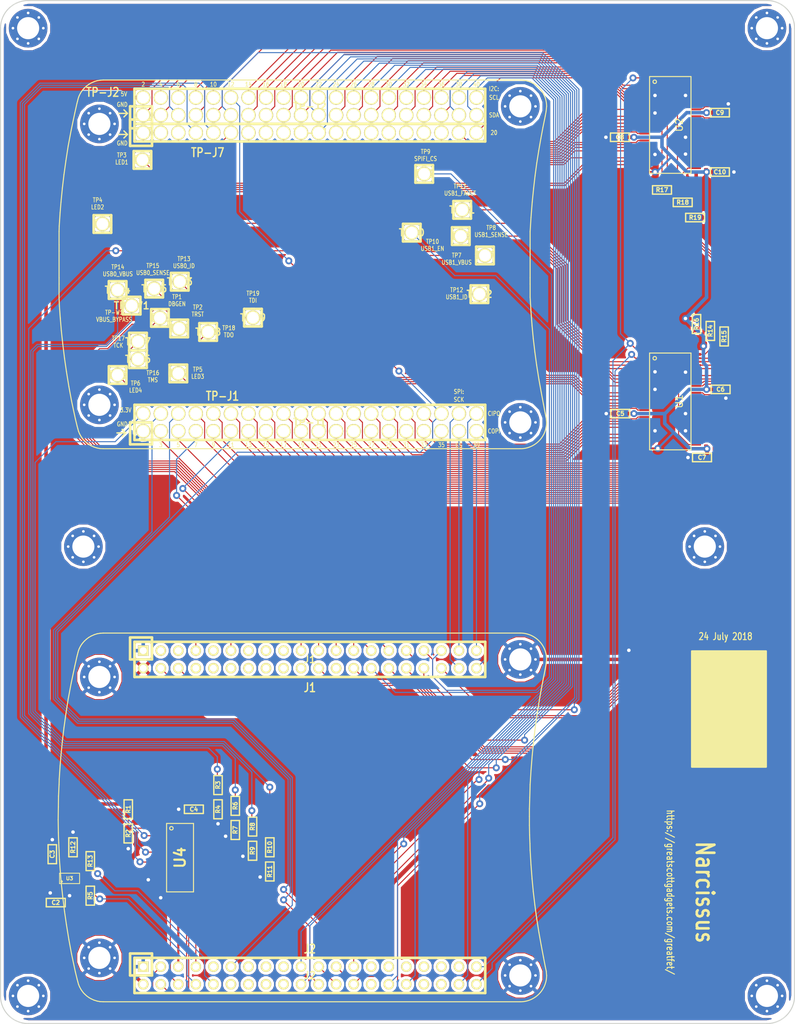
<source format=kicad_pcb>
(kicad_pcb (version 4) (host pcbnew 4.0.6)
  (title_block (title Narcissus) (date 2018-07-24) (company "Copyright 2018 Great Scott Gadgets") (comment 1 "License: BSD-3-Clause") (comment 2 https://greatscottgadgets.com/greatfet/))
  (layers (0 F.Cu signal) (31 B.Cu signal) (34 B.Paste user) (35 F.Paste user) (36 B.SilkS user) (37 F.SilkS user) (38 B.Mask user) (39 F.Mask user) (44 Edge.Cuts user))
  (net 0 "")
  (net 1 GND)
  (net 2 VCC)
  (net 3 /P0_0)
  (net 4 /P0_1)
  (net 5 /P1_0)
  (net 6 /CLK0)
  (net 7 /P5_3)
  (net 8 /P1_12)
  (net 9 /P1_11)
  (net 10 /P5_5)
  (net 11 /P1_14)
  (net 12 /P1_13)
  (net 13 /P5_6)
  (net 14 /P1_15)
  (net 15 /P5_7)
  (net 16 /P1_16)
  (net 17 /P1_18)
  (net 18 /P1_17)
  (net 19 /P9_5)
  (net 20 /P9_6)
  (net 21 /P2_0)
  (net 22 /P6_0)
  (net 23 /P1_19)
  (net 24 /P1_20)
  (net 25 /P1_3)
  (net 26 /P1_4)
  (net 27 /P4_8)
  (net 28 /P4_7)
  (net 29 /P4_6)
  (net 30 /P4_5)
  (net 31 /P4_4)
  (net 32 /P4_2)
  (net 33 /ADC0_0)
  (net 34 /P4_0)
  (net 35 /P3_7)
  (net 36 /P3_6)
  (net 37 /P3_3)
  (net 38 /PF_4)
  (net 39 /P3_2)
  (net 40 /P7_2)
  (net 41 /P3_1)
  (net 42 /P7_1)
  (net 43 /P3_0)
  (net 44 /P2_4)
  (net 45 /P2_3)
  (net 46 /I2C0_SDA)
  (net 47 /I2C0_SCL)
  (net 48 +5V)
  (net 49 /EUT_5V)
  (net 50 "Net-(R1-Pad2)")
  (net 51 "Net-(R3-Pad2)")
  (net 52 /EUT_VCC)
  (net 53 "Net-(R6-Pad2)")
  (net 54 "Net-(R6-Pad1)")
  (net 55 "Net-(R8-Pad2)")
  (net 56 "Net-(R10-Pad2)")
  (net 57 "Net-(R12-Pad1)")
  (net 58 /U1_IO0_0)
  (net 59 /U1_IO0_1)
  (net 60 /U1_IO4_5)
  (net 61 /U1_IO0_3)
  (net 62 /U1_IO4_4)
  (net 63 /U1_IO4_3)
  (net 64 /U1_IO0_4)
  (net 65 /U1_IO4_2)
  (net 66 /U1_IO0_5)
  (net 67 /U1_IO4_1)
  (net 68 /U1_IO0_6)
  (net 69 /U1_IO4_0)
  (net 70 /U1_IO0_7)
  (net 71 /U1_IO3_7)
  (net 72 /U1_IO1_0)
  (net 73 /U1_IO3_6)
  (net 74 /U1_IO1_1)
  (net 75 /U1_IO3_5)
  (net 76 /U1_IO1_2)
  (net 77 /U1_IO3_4)
  (net 78 /U1_IO1_3)
  (net 79 /U1_IO3_3)
  (net 80 /U1_IO1_4)
  (net 81 /U1_IO3_2)
  (net 82 /U1_IO1_5)
  (net 83 /U1_IO3_1)
  (net 84 /U1_IO1_6)
  (net 85 /U1_IO3_0)
  (net 86 /U1_IO1_7)
  (net 87 /U2_IO0_0)
  (net 88 /U2_IO0_5)
  (net 89 /U2_IO4_1)
  (net 90 /EUT_ADC0_0)
  (net 91 /U2_IO4_0)
  (net 92 /U2_IO0_6)
  (net 93 /U2_IO3_7)
  (net 94 /U2_IO0_7)
  (net 95 /U2_IO3_6)
  (net 96 /U2_IO1_0)
  (net 97 /U2_IO3_5)
  (net 98 /U2_IO1_1)
  (net 99 /U2_IO3_4)
  (net 100 /U1_IO2_0)
  (net 101 /U2_IO3_3)
  (net 102 /U2_IO1_2)
  (net 103 /U2_IO3_2)
  (net 104 /U2_IO1_3)
  (net 105 /U2_IO1_4)
  (net 106 /U2_IO1_5)
  (net 107 /U2_IO1_6)
  (net 108 /U2_IO1_7)
  (net 109 /U2_IO2_0)
  (net 110 /U2_IO2_5)
  (net 111 /U2_IO2_1)
  (net 112 /U2_IO2_4)
  (net 113 /U2_IO0_1)
  (net 114 /U1_IO2_2)
  (net 115 /U1_IO2_3)
  (net 116 /EUT_ADC0_5)
  (net 117 /EUT_ADC0_2)
  (net 118 /U1_IO2_6)
  (net 119 /U1_IO2_5)
  (net 120 /U1_IO2_4)
  (net 121 /U1_IO2_1)
  (net 122 /U2_IO0_2)
  (net 123 /U1_IO0_2)
  (net 124 /U2_IO4_7)
  (net 125 /U2_IO4_6)
  (net 126 /U2_IO4_5)
  (net 127 /U2_IO4_4)
  (net 128 /U2_IO4_3)
  (net 129 /U2_IO4_2)
  (net 130 /U2_IO0_3)
  (net 131 /U2_IO0_4)
  (net 132 /U2_IO2_6)
  (net 133 /U2_IO2_3)
  (net 134 /U2_IO2_7)
  (net 135 /U2_IO2_2)
  (net 136 /U1_IO2_7)
  (net 137 /U2_IO3_1)
  (net 138 /U2_IO3_0)
  (net 139 /U1_IO4_6)
  (net 140 /U1_IO4_7)
  (net 141 "Net-(MH5-Pad1)")
  (net 142 "Net-(MH6-Pad1)")
  (net 143 "Net-(MH7-Pad1)")
  (net 144 "Net-(MH8-Pad1)")
  (net 145 "Net-(R3-Pad1)")
  (net 146 "Net-(R8-Pad1)")
  (net 147 "Net-(MH9-Pad1)")
  (net 148 "Net-(MH10-Pad1)")
  (net 149 "Net-(MH11-Pad1)")
  (net 150 "Net-(MH12-Pad1)")
  (net 151 "Net-(MH13-Pad1)")
  (net 152 "Net-(MH14-Pad1)")
  (net 153 /P4_9)
  (net 154 /P4_10)
  (net 155 /P5_0)
  (net 156 /P5_1)
  (net 157 /P1_1)
  (net 158 /P1_2)
  (net 159 /P1_5)
  (net 160 /P5_2)
  (net 161 /P1_7)
  (net 162 /P1_6)
  (net 163 /P1_9)
  (net 164 /P1_8)
  (net 165 /P1_10)
  (net 166 /P5_4)
  (net 167 /P4_3)
  (net 168 /CLK2)
  (net 169 /P2_8)
  (net 170 /P2_7)
  (net 171 /P2_6)
  (net 172 /P7_7)
  (net 173 /WAKEUP0)
  (net 174 /P2_5)
  (net 175 /P7_0)
  (net 176 /P3_4)
  (net 177 /P6_8)
  (net 178 /P6_7)
  (net 179 /P2_2)
  (net 180 /P6_6)
  (net 181 /P2_1)
  (net 182 /P6_3)
  (net 183 /P3_5)
  (module gsg-modules:0603 (layer F.Cu) (at 151.5 169 270)
    (fp_text reference R1 (at 0 0 270) (layer F.SilkS) (effects (font (size 0.6096 0.6096) (thickness 0.1524))))
    (fp_text value 12.0k hide)
    (pad 2 smd rect (at 0.762 0 270) (size 0.8636 0.8636) (layers F.Cu F.Paste F.Mask) (net 50 "Net-(R1-Pad2)") (clearance 0.1778))
    (pad 1 smd rect (at -0.762 0 270) (size 0.8636 0.8636) (layers F.Cu F.Paste F.Mask) (net 49 /EUT_5V) (clearance 0.1778))
  )
  (module gsg-modules:0603 (layer F.Cu) (at 151.5 172.5 270)
    (fp_text reference R2 (at 0 0 270) (layer F.SilkS) (effects (font (size 0.6096 0.6096) (thickness 0.1524))))
    (fp_text value 12.0k hide)
    (pad 2 smd rect (at 0.762 0 270) (size 0.8636 0.8636) (layers F.Cu F.Paste F.Mask) (net 1 GND) (clearance 0.1778))
    (pad 1 smd rect (at -0.762 0 270) (size 0.8636 0.8636) (layers F.Cu F.Paste F.Mask) (net 50 "Net-(R1-Pad2)") (clearance 0.1778))
  )
  (module gsg-modules:0603 (layer F.Cu) (at 164.5 165.5 270)
    (fp_text reference R3 (at 0 0 270) (layer F.SilkS) (effects (font (size 0.6096 0.6096) (thickness 0.1524))))
    (fp_text value 12.0k hide)
    (pad 2 smd rect (at 0.762 0 270) (size 0.8636 0.8636) (layers F.Cu F.Paste F.Mask) (net 51 "Net-(R3-Pad2)") (clearance 0.1778))
    (pad 1 smd rect (at -0.762 0 270) (size 0.8636 0.8636) (layers F.Cu F.Paste F.Mask) (net 145 "Net-(R3-Pad1)") (clearance 0.1778))
  )
  (module gsg-modules:0603 (layer F.Cu) (at 164.5 169 270)
    (fp_text reference R4 (at 0 0 270) (layer F.SilkS) (effects (font (size 0.6096 0.6096) (thickness 0.1524))))
    (fp_text value 12.0k hide)
    (pad 2 smd rect (at 0.762 0 270) (size 0.8636 0.8636) (layers F.Cu F.Paste F.Mask) (net 1 GND) (clearance 0.1778))
    (pad 1 smd rect (at -0.762 0 270) (size 0.8636 0.8636) (layers F.Cu F.Paste F.Mask) (net 51 "Net-(R3-Pad2)") (clearance 0.1778))
  )
  (module gsg-modules:0603 (layer F.Cu) (at 146 181.5 270)
    (fp_text reference R5 (at 0 0 270) (layer F.SilkS) (effects (font (size 0.6096 0.6096) (thickness 0.1524))))
    (fp_text value 12.0k hide)
    (pad 2 smd rect (at 0.762 0 270) (size 0.8636 0.8636) (layers F.Cu F.Paste F.Mask) (net 1 GND) (clearance 0.1778))
    (pad 1 smd rect (at -0.762 0 270) (size 0.8636 0.8636) (layers F.Cu F.Paste F.Mask) (net 32 /P4_2) (clearance 0.1778))
  )
  (module gsg-modules:0603 (layer F.Cu) (at 167 168.5 270)
    (fp_text reference R6 (at 0 0 270) (layer F.SilkS) (effects (font (size 0.6096 0.6096) (thickness 0.1524))))
    (fp_text value 12.0k hide)
    (pad 2 smd rect (at 0.762 0 270) (size 0.8636 0.8636) (layers F.Cu F.Paste F.Mask) (net 53 "Net-(R6-Pad2)") (clearance 0.1778))
    (pad 1 smd rect (at -0.762 0 270) (size 0.8636 0.8636) (layers F.Cu F.Paste F.Mask) (net 54 "Net-(R6-Pad1)") (clearance 0.1778))
  )
  (module gsg-modules:HOLE126MIL-COPPER (layer F.Cu) (at 147.32 69.85)
    (fp_text reference MH5 hide)
    (fp_text value MOUNTING_HOLE hide)
    (pad 1 thru_hole circle (at 0 0) (size 5.6 5.6) (drill 3.2004) (layers *.Cu *.Mask) (net 141 "Net-(MH5-Pad1)"))
    (pad 1 thru_hole circle (at 0 -2.2) (size 0.6 0.6) (drill 0.381) (layers *.Cu *.Mask) (net 141 "Net-(MH5-Pad1)"))
    (pad 1 thru_hole circle (at -2.2 0) (size 0.6 0.6) (drill 0.381) (layers *.Cu *.Mask) (net 141 "Net-(MH5-Pad1)"))
    (pad 1 thru_hole circle (at 0 2.2) (size 0.6 0.6) (drill 0.381) (layers *.Cu *.Mask) (net 141 "Net-(MH5-Pad1)"))
    (pad 1 thru_hole circle (at 2.2 0) (size 0.6 0.6) (drill 0.381) (layers *.Cu *.Mask) (net 141 "Net-(MH5-Pad1)"))
    (pad 1 thru_hole circle (at 1.55 -1.55) (size 0.6 0.6) (drill 0.381) (layers *.Cu *.Mask) (net 141 "Net-(MH5-Pad1)"))
    (pad 1 thru_hole circle (at -1.55 -1.55) (size 0.6 0.6) (drill 0.381) (layers *.Cu *.Mask) (net 141 "Net-(MH5-Pad1)"))
    (pad 1 thru_hole circle (at -1.55 1.55) (size 0.6 0.6) (drill 0.381) (layers *.Cu *.Mask) (net 141 "Net-(MH5-Pad1)"))
    (pad 1 thru_hole circle (at 1.55 1.55) (size 0.6 0.6) (drill 0.381) (layers *.Cu *.Mask) (net 141 "Net-(MH5-Pad1)"))
  )
  (module gsg-modules:HOLE126MIL-COPPER (layer F.Cu) (at 147.32 110.49)
    (fp_text reference MH6 hide)
    (fp_text value MOUNTING_HOLE hide)
    (pad 1 thru_hole circle (at 0 0) (size 5.6 5.6) (drill 3.2004) (layers *.Cu *.Mask) (net 142 "Net-(MH6-Pad1)"))
    (pad 1 thru_hole circle (at 0 -2.2) (size 0.6 0.6) (drill 0.381) (layers *.Cu *.Mask) (net 142 "Net-(MH6-Pad1)"))
    (pad 1 thru_hole circle (at -2.2 0) (size 0.6 0.6) (drill 0.381) (layers *.Cu *.Mask) (net 142 "Net-(MH6-Pad1)"))
    (pad 1 thru_hole circle (at 0 2.2) (size 0.6 0.6) (drill 0.381) (layers *.Cu *.Mask) (net 142 "Net-(MH6-Pad1)"))
    (pad 1 thru_hole circle (at 2.2 0) (size 0.6 0.6) (drill 0.381) (layers *.Cu *.Mask) (net 142 "Net-(MH6-Pad1)"))
    (pad 1 thru_hole circle (at 1.55 -1.55) (size 0.6 0.6) (drill 0.381) (layers *.Cu *.Mask) (net 142 "Net-(MH6-Pad1)"))
    (pad 1 thru_hole circle (at -1.55 -1.55) (size 0.6 0.6) (drill 0.381) (layers *.Cu *.Mask) (net 142 "Net-(MH6-Pad1)"))
    (pad 1 thru_hole circle (at -1.55 1.55) (size 0.6 0.6) (drill 0.381) (layers *.Cu *.Mask) (net 142 "Net-(MH6-Pad1)"))
    (pad 1 thru_hole circle (at 1.55 1.55) (size 0.6 0.6) (drill 0.381) (layers *.Cu *.Mask) (net 142 "Net-(MH6-Pad1)"))
  )
  (module gsg-modules:HOLE126MIL-COPPER (layer F.Cu) (at 208.28 113.03)
    (fp_text reference MH7 hide)
    (fp_text value MOUNTING_HOLE hide)
    (pad 1 thru_hole circle (at 0 0) (size 5.6 5.6) (drill 3.2004) (layers *.Cu *.Mask) (net 143 "Net-(MH7-Pad1)"))
    (pad 1 thru_hole circle (at 0 -2.2) (size 0.6 0.6) (drill 0.381) (layers *.Cu *.Mask) (net 143 "Net-(MH7-Pad1)"))
    (pad 1 thru_hole circle (at -2.2 0) (size 0.6 0.6) (drill 0.381) (layers *.Cu *.Mask) (net 143 "Net-(MH7-Pad1)"))
    (pad 1 thru_hole circle (at 0 2.2) (size 0.6 0.6) (drill 0.381) (layers *.Cu *.Mask) (net 143 "Net-(MH7-Pad1)"))
    (pad 1 thru_hole circle (at 2.2 0) (size 0.6 0.6) (drill 0.381) (layers *.Cu *.Mask) (net 143 "Net-(MH7-Pad1)"))
    (pad 1 thru_hole circle (at 1.55 -1.55) (size 0.6 0.6) (drill 0.381) (layers *.Cu *.Mask) (net 143 "Net-(MH7-Pad1)"))
    (pad 1 thru_hole circle (at -1.55 -1.55) (size 0.6 0.6) (drill 0.381) (layers *.Cu *.Mask) (net 143 "Net-(MH7-Pad1)"))
    (pad 1 thru_hole circle (at -1.55 1.55) (size 0.6 0.6) (drill 0.381) (layers *.Cu *.Mask) (net 143 "Net-(MH7-Pad1)"))
    (pad 1 thru_hole circle (at 1.55 1.55) (size 0.6 0.6) (drill 0.381) (layers *.Cu *.Mask) (net 143 "Net-(MH7-Pad1)"))
  )
  (module gsg-modules:HOLE126MIL-COPPER (layer F.Cu) (at 208.28 67.31)
    (fp_text reference MH8 hide)
    (fp_text value MOUNTING_HOLE hide)
    (pad 1 thru_hole circle (at 0 0) (size 5.6 5.6) (drill 3.2004) (layers *.Cu *.Mask) (net 144 "Net-(MH8-Pad1)"))
    (pad 1 thru_hole circle (at 0 -2.2) (size 0.6 0.6) (drill 0.381) (layers *.Cu *.Mask) (net 144 "Net-(MH8-Pad1)"))
    (pad 1 thru_hole circle (at -2.2 0) (size 0.6 0.6) (drill 0.381) (layers *.Cu *.Mask) (net 144 "Net-(MH8-Pad1)"))
    (pad 1 thru_hole circle (at 0 2.2) (size 0.6 0.6) (drill 0.381) (layers *.Cu *.Mask) (net 144 "Net-(MH8-Pad1)"))
    (pad 1 thru_hole circle (at 2.2 0) (size 0.6 0.6) (drill 0.381) (layers *.Cu *.Mask) (net 144 "Net-(MH8-Pad1)"))
    (pad 1 thru_hole circle (at 1.55 -1.55) (size 0.6 0.6) (drill 0.381) (layers *.Cu *.Mask) (net 144 "Net-(MH8-Pad1)"))
    (pad 1 thru_hole circle (at -1.55 -1.55) (size 0.6 0.6) (drill 0.381) (layers *.Cu *.Mask) (net 144 "Net-(MH8-Pad1)"))
    (pad 1 thru_hole circle (at -1.55 1.55) (size 0.6 0.6) (drill 0.381) (layers *.Cu *.Mask) (net 144 "Net-(MH8-Pad1)"))
    (pad 1 thru_hole circle (at 1.55 1.55) (size 0.6 0.6) (drill 0.381) (layers *.Cu *.Mask) (net 144 "Net-(MH8-Pad1)"))
  )
  (module gsg-modules:HEADER-2x20-TESTPROBE (layer F.Cu) (at 177.8 113.03)
    (fp_text reference TP-J1 (at 0 0) (layer F.SilkS) (effects (font (size 1.016 1.016) (thickness 0.2032))))
    (fp_text value EUT_NEIGHBOR1 hide)
    (pad 1 thru_hole circle (at -24.13 1.27) (size 2.08 2.08) (drill 1.7) (layers *.Cu *.Mask F.SilkS) (net 1 GND))
    (pad 2 thru_hole circle (at -24.13 -1.27) (size 2.08 2.08) (drill 1.7) (layers *.Cu *.Mask F.SilkS) (net 52 /EUT_VCC))
    (pad 3 thru_hole circle (at -21.59 1.27) (size 2.08 2.08) (drill 1.7) (layers *.Cu *.Mask F.SilkS) (net 140 /U1_IO4_7))
    (pad 4 thru_hole circle (at -21.59 -1.27) (size 2.08 2.08) (drill 1.7) (layers *.Cu *.Mask F.SilkS) (net 41 /P3_1))
    (pad 5 thru_hole circle (at -19.05 1.27) (size 2.08 2.08) (drill 1.7) (layers *.Cu *.Mask F.SilkS) (net 139 /U1_IO4_6))
    (pad 6 thru_hole circle (at -19.05 -1.27) (size 2.08 2.08) (drill 1.7) (layers *.Cu *.Mask F.SilkS) (net 39 /P3_2))
    (pad 7 thru_hole circle (at -16.51 1.27) (size 2.08 2.08) (drill 1.7) (layers *.Cu *.Mask F.SilkS) (net 5 /P1_0))
    (pad 8 thru_hole circle (at -16.51 -1.27) (size 2.08 2.08) (drill 1.7) (layers *.Cu *.Mask F.SilkS) (net 60 /U1_IO4_5))
    (pad 9 thru_hole circle (at -13.97 1.27) (size 2.08 2.08) (drill 1.7) (layers *.Cu *.Mask F.SilkS) (net 62 /U1_IO4_4))
    (pad 10 thru_hole circle (at -13.97 -1.27) (size 2.08 2.08) (drill 1.7) (layers *.Cu *.Mask F.SilkS) (net 63 /U1_IO4_3))
    (pad 11 thru_hole circle (at -11.43 1.27) (size 2.08 2.08) (drill 1.7) (layers *.Cu *.Mask F.SilkS) (net 6 /CLK0))
    (pad 12 thru_hole circle (at -11.43 -1.27) (size 2.08 2.08) (drill 1.7) (layers *.Cu *.Mask F.SilkS) (net 65 /U1_IO4_2))
    (pad 13 thru_hole circle (at -8.89 1.27) (size 2.08 2.08) (drill 1.7) (layers *.Cu *.Mask F.SilkS) (net 67 /U1_IO4_1))
    (pad 14 thru_hole circle (at -8.89 -1.27) (size 2.08 2.08) (drill 1.7) (layers *.Cu *.Mask F.SilkS) (net 69 /U1_IO4_0))
    (pad 15 thru_hole circle (at -6.35 1.27) (size 2.08 2.08) (drill 1.7) (layers *.Cu *.Mask F.SilkS) (net 71 /U1_IO3_7))
    (pad 16 thru_hole circle (at -6.35 -1.27) (size 2.08 2.08) (drill 1.7) (layers *.Cu *.Mask F.SilkS) (net 73 /U1_IO3_6))
    (pad 17 thru_hole circle (at -3.81 1.27) (size 2.08 2.08) (drill 1.7) (layers *.Cu *.Mask F.SilkS) (net 75 /U1_IO3_5))
    (pad 18 thru_hole circle (at -3.81 -1.27) (size 2.08 2.08) (drill 1.7) (layers *.Cu *.Mask F.SilkS) (net 77 /U1_IO3_4))
    (pad 19 thru_hole circle (at -1.27 1.27) (size 2.08 2.08) (drill 1.7) (layers *.Cu *.Mask F.SilkS) (net 79 /U1_IO3_3))
    (pad 20 thru_hole circle (at -1.27 -1.27) (size 2.08 2.08) (drill 1.7) (layers *.Cu *.Mask F.SilkS) (net 81 /U1_IO3_2))
    (pad 21 thru_hole circle (at 1.27 1.27) (size 2.08 2.08) (drill 1.7) (layers *.Cu *.Mask F.SilkS) (net 83 /U1_IO3_1))
    (pad 22 thru_hole circle (at 1.27 -1.27) (size 2.08 2.08) (drill 1.7) (layers *.Cu *.Mask F.SilkS) (net 85 /U1_IO3_0))
    (pad 23 thru_hole circle (at 3.81 1.27) (size 2.08 2.08) (drill 1.7) (layers *.Cu *.Mask F.SilkS) (net 136 /U1_IO2_7))
    (pad 24 thru_hole circle (at 3.81 -1.27) (size 2.08 2.08) (drill 1.7) (layers *.Cu *.Mask F.SilkS) (net 118 /U1_IO2_6))
    (pad 25 thru_hole circle (at 6.35 1.27) (size 2.08 2.08) (drill 1.7) (layers *.Cu *.Mask F.SilkS) (net 119 /U1_IO2_5))
    (pad 26 thru_hole circle (at 6.35 -1.27) (size 2.08 2.08) (drill 1.7) (layers *.Cu *.Mask F.SilkS) (net 120 /U1_IO2_4))
    (pad 27 thru_hole circle (at 8.89 1.27) (size 2.08 2.08) (drill 1.7) (layers *.Cu *.Mask F.SilkS) (net 115 /U1_IO2_3))
    (pad 28 thru_hole circle (at 8.89 -1.27) (size 2.08 2.08) (drill 1.7) (layers *.Cu *.Mask F.SilkS) (net 114 /U1_IO2_2))
    (pad 29 thru_hole circle (at 11.43 1.27) (size 2.08 2.08) (drill 1.7) (layers *.Cu *.Mask F.SilkS) (net 121 /U1_IO2_1))
    (pad 30 thru_hole circle (at 11.43 -1.27) (size 2.08 2.08) (drill 1.7) (layers *.Cu *.Mask F.SilkS) (net 100 /U1_IO2_0))
    (pad 31 thru_hole circle (at 13.97 1.27) (size 2.08 2.08) (drill 1.7) (layers *.Cu *.Mask F.SilkS) (net 86 /U1_IO1_7))
    (pad 32 thru_hole circle (at 13.97 -1.27) (size 2.08 2.08) (drill 1.7) (layers *.Cu *.Mask F.SilkS) (net 84 /U1_IO1_6))
    (pad 33 thru_hole circle (at 16.51 1.27) (size 2.08 2.08) (drill 1.7) (layers *.Cu *.Mask F.SilkS) (net 82 /U1_IO1_5))
    (pad 34 thru_hole circle (at 16.51 -1.27) (size 2.08 2.08) (drill 1.7) (layers *.Cu *.Mask F.SilkS) (net 80 /U1_IO1_4))
    (pad 35 thru_hole circle (at 19.05 1.27) (size 2.08 2.08) (drill 1.7) (layers *.Cu *.Mask F.SilkS) (net 78 /U1_IO1_3))
    (pad 36 thru_hole circle (at 19.05 -1.27) (size 2.08 2.08) (drill 1.7) (layers *.Cu *.Mask F.SilkS) (net 28 /P4_7))
    (pad 37 thru_hole circle (at 21.59 1.27) (size 2.08 2.08) (drill 1.7) (layers *.Cu *.Mask F.SilkS) (net 24 /P1_20))
    (pad 38 thru_hole circle (at 21.59 -1.27) (size 2.08 2.08) (drill 1.7) (layers *.Cu *.Mask F.SilkS) (net 23 /P1_19))
    (pad 39 thru_hole circle (at 24.13 1.27) (size 2.08 2.08) (drill 1.7) (layers *.Cu *.Mask F.SilkS) (net 25 /P1_3))
    (pad 40 thru_hole circle (at 24.13 -1.27) (size 2.08 2.08) (drill 1.7) (layers *.Cu *.Mask F.SilkS) (net 26 /P1_4))
  )
  (module gsg-modules:HEADER-2x20-TESTPROBE (layer F.Cu) (at 177.8 67.31)
    (fp_text reference TP-J2 (at 0 0) (layer F.SilkS) (effects (font (size 1.016 1.016) (thickness 0.2032))))
    (fp_text value EUT_NEIGHBOR2 hide)
    (pad 1 thru_hole circle (at -24.13 1.27) (size 2.08 2.08) (drill 1.7) (layers *.Cu *.Mask F.SilkS) (net 112 /U2_IO2_4))
    (pad 2 thru_hole circle (at -24.13 -1.27) (size 2.08 2.08) (drill 1.7) (layers *.Cu *.Mask F.SilkS) (net 49 /EUT_5V))
    (pad 3 thru_hole circle (at -21.59 1.27) (size 2.08 2.08) (drill 1.7) (layers *.Cu *.Mask F.SilkS) (net 132 /U2_IO2_6))
    (pad 4 thru_hole circle (at -21.59 -1.27) (size 2.08 2.08) (drill 1.7) (layers *.Cu *.Mask F.SilkS) (net 110 /U2_IO2_5))
    (pad 5 thru_hole circle (at -19.05 1.27) (size 2.08 2.08) (drill 1.7) (layers *.Cu *.Mask F.SilkS) (net 90 /EUT_ADC0_0))
    (pad 6 thru_hole circle (at -19.05 -1.27) (size 2.08 2.08) (drill 1.7) (layers *.Cu *.Mask F.SilkS) (net 134 /U2_IO2_7))
    (pad 7 thru_hole circle (at -16.51 1.27) (size 2.08 2.08) (drill 1.7) (layers *.Cu *.Mask F.SilkS) (net 137 /U2_IO3_1))
    (pad 8 thru_hole circle (at -16.51 -1.27) (size 2.08 2.08) (drill 1.7) (layers *.Cu *.Mask F.SilkS) (net 138 /U2_IO3_0))
    (pad 9 thru_hole circle (at -13.97 1.27) (size 2.08 2.08) (drill 1.7) (layers *.Cu *.Mask F.SilkS) (net 101 /U2_IO3_3))
    (pad 10 thru_hole circle (at -13.97 -1.27) (size 2.08 2.08) (drill 1.7) (layers *.Cu *.Mask F.SilkS) (net 103 /U2_IO3_2))
    (pad 11 thru_hole circle (at -11.43 1.27) (size 2.08 2.08) (drill 1.7) (layers *.Cu *.Mask F.SilkS) (net 22 /P6_0))
    (pad 12 thru_hole circle (at -11.43 -1.27) (size 2.08 2.08) (drill 1.7) (layers *.Cu *.Mask F.SilkS) (net 28 /P4_7))
    (pad 13 thru_hole circle (at -8.89 1.27) (size 2.08 2.08) (drill 1.7) (layers *.Cu *.Mask F.SilkS) (net 97 /U2_IO3_5))
    (pad 14 thru_hole circle (at -8.89 -1.27) (size 2.08 2.08) (drill 1.7) (layers *.Cu *.Mask F.SilkS) (net 99 /U2_IO3_4))
    (pad 15 thru_hole circle (at -6.35 1.27) (size 2.08 2.08) (drill 1.7) (layers *.Cu *.Mask F.SilkS) (net 93 /U2_IO3_7))
    (pad 16 thru_hole circle (at -6.35 -1.27) (size 2.08 2.08) (drill 1.7) (layers *.Cu *.Mask F.SilkS) (net 95 /U2_IO3_6))
    (pad 17 thru_hole circle (at -3.81 1.27) (size 2.08 2.08) (drill 1.7) (layers *.Cu *.Mask F.SilkS) (net 89 /U2_IO4_1))
    (pad 18 thru_hole circle (at -3.81 -1.27) (size 2.08 2.08) (drill 1.7) (layers *.Cu *.Mask F.SilkS) (net 91 /U2_IO4_0))
    (pad 19 thru_hole circle (at -1.27 1.27) (size 2.08 2.08) (drill 1.7) (layers *.Cu *.Mask F.SilkS) (net 128 /U2_IO4_3))
    (pad 20 thru_hole circle (at -1.27 -1.27) (size 2.08 2.08) (drill 1.7) (layers *.Cu *.Mask F.SilkS) (net 129 /U2_IO4_2))
    (pad 21 thru_hole circle (at 1.27 1.27) (size 2.08 2.08) (drill 1.7) (layers *.Cu *.Mask F.SilkS) (net 38 /PF_4))
    (pad 22 thru_hole circle (at 1.27 -1.27) (size 2.08 2.08) (drill 1.7) (layers *.Cu *.Mask F.SilkS) (net 4 /P0_1))
    (pad 23 thru_hole circle (at 3.81 1.27) (size 2.08 2.08) (drill 1.7) (layers *.Cu *.Mask F.SilkS) (net 127 /U2_IO4_4))
    (pad 24 thru_hole circle (at 3.81 -1.27) (size 2.08 2.08) (drill 1.7) (layers *.Cu *.Mask F.SilkS) (net 3 /P0_0))
    (pad 25 thru_hole circle (at 6.35 1.27) (size 2.08 2.08) (drill 1.7) (layers *.Cu *.Mask F.SilkS) (net 126 /U2_IO4_5))
    (pad 26 thru_hole circle (at 6.35 -1.27) (size 2.08 2.08) (drill 1.7) (layers *.Cu *.Mask F.SilkS) (net 43 /P3_0))
    (pad 27 thru_hole circle (at 8.89 1.27) (size 2.08 2.08) (drill 1.7) (layers *.Cu *.Mask F.SilkS) (net 125 /U2_IO4_6))
    (pad 28 thru_hole circle (at 8.89 -1.27) (size 2.08 2.08) (drill 1.7) (layers *.Cu *.Mask F.SilkS) (net 40 /P7_2))
    (pad 29 thru_hole circle (at 11.43 1.27) (size 2.08 2.08) (drill 1.7) (layers *.Cu *.Mask F.SilkS) (net 124 /U2_IO4_7))
    (pad 30 thru_hole circle (at 11.43 -1.27) (size 2.08 2.08) (drill 1.7) (layers *.Cu *.Mask F.SilkS) (net 36 /P3_6))
    (pad 31 thru_hole circle (at 13.97 1.27) (size 2.08 2.08) (drill 1.7) (layers *.Cu *.Mask F.SilkS) (net 87 /U2_IO0_0))
    (pad 32 thru_hole circle (at 13.97 -1.27) (size 2.08 2.08) (drill 1.7) (layers *.Cu *.Mask F.SilkS) (net 37 /P3_3))
    (pad 33 thru_hole circle (at 16.51 1.27) (size 2.08 2.08) (drill 1.7) (layers *.Cu *.Mask F.SilkS) (net 122 /U2_IO0_2))
    (pad 34 thru_hole circle (at 16.51 -1.27) (size 2.08 2.08) (drill 1.7) (layers *.Cu *.Mask F.SilkS) (net 113 /U2_IO0_1))
    (pad 35 thru_hole circle (at 19.05 1.27) (size 2.08 2.08) (drill 1.7) (layers *.Cu *.Mask F.SilkS) (net 131 /U2_IO0_4))
    (pad 36 thru_hole circle (at 19.05 -1.27) (size 2.08 2.08) (drill 1.7) (layers *.Cu *.Mask F.SilkS) (net 130 /U2_IO0_3))
    (pad 37 thru_hole circle (at 21.59 1.27) (size 2.08 2.08) (drill 1.7) (layers *.Cu *.Mask F.SilkS) (net 42 /P7_1))
    (pad 38 thru_hole circle (at 21.59 -1.27) (size 2.08 2.08) (drill 1.7) (layers *.Cu *.Mask F.SilkS) (net 35 /P3_7))
    (pad 39 thru_hole circle (at 24.13 1.27) (size 2.08 2.08) (drill 1.7) (layers *.Cu *.Mask F.SilkS) (net 45 /P2_3))
    (pad 40 thru_hole circle (at 24.13 -1.27) (size 2.08 2.08) (drill 1.7) (layers *.Cu *.Mask F.SilkS) (net 44 /P2_4))
  )
  (module gsg-modules:HEADER-1x20-TESTPROBE (layer F.Cu) (at 177.8 71.12)
    (fp_text reference TP-J7 (at 0 0) (layer F.SilkS) (effects (font (size 1.016 1.016) (thickness 0.2032))))
    (fp_text value EUT_BONUS_ROW hide)
    (pad 1 thru_hole circle (at -24.13 0) (size 2.08 2.08) (drill 1.7) (layers *.Cu *.Mask F.SilkS) (net 59 /U1_IO0_1))
    (pad 2 thru_hole circle (at -21.59 0) (size 2.08 2.08) (drill 1.7) (layers *.Cu *.Mask F.SilkS) (net 58 /U1_IO0_0))
    (pad 3 thru_hole circle (at -19.05 0) (size 2.08 2.08) (drill 1.7) (layers *.Cu *.Mask F.SilkS) (net 133 /U2_IO2_3))
    (pad 4 thru_hole circle (at -16.51 0) (size 2.08 2.08) (drill 1.7) (layers *.Cu *.Mask F.SilkS) (net 116 /EUT_ADC0_5))
    (pad 5 thru_hole circle (at -13.97 0) (size 2.08 2.08) (drill 1.7) (layers *.Cu *.Mask F.SilkS) (net 117 /EUT_ADC0_2))
    (pad 6 thru_hole circle (at -11.43 0) (size 2.08 2.08) (drill 1.7) (layers *.Cu *.Mask F.SilkS) (net 135 /U2_IO2_2))
    (pad 7 thru_hole circle (at -8.89 0) (size 2.08 2.08) (drill 1.7) (layers *.Cu *.Mask F.SilkS) (net 111 /U2_IO2_1))
    (pad 8 thru_hole circle (at -6.35 0) (size 2.08 2.08) (drill 1.7) (layers *.Cu *.Mask F.SilkS) (net 109 /U2_IO2_0))
    (pad 9 thru_hole circle (at -3.81 0) (size 2.08 2.08) (drill 1.7) (layers *.Cu *.Mask F.SilkS) (net 108 /U2_IO1_7))
    (pad 10 thru_hole circle (at -1.27 0) (size 2.08 2.08) (drill 1.7) (layers *.Cu *.Mask F.SilkS) (net 107 /U2_IO1_6))
    (pad 11 thru_hole circle (at 1.27 0) (size 2.08 2.08) (drill 1.7) (layers *.Cu *.Mask F.SilkS) (net 17 /P1_18))
    (pad 12 thru_hole circle (at 3.81 0) (size 2.08 2.08) (drill 1.7) (layers *.Cu *.Mask F.SilkS) (net 106 /U2_IO1_5))
    (pad 13 thru_hole circle (at 6.35 0) (size 2.08 2.08) (drill 1.7) (layers *.Cu *.Mask F.SilkS) (net 105 /U2_IO1_4))
    (pad 14 thru_hole circle (at 8.89 0) (size 2.08 2.08) (drill 1.7) (layers *.Cu *.Mask F.SilkS) (net 104 /U2_IO1_3))
    (pad 15 thru_hole circle (at 11.43 0) (size 2.08 2.08) (drill 1.7) (layers *.Cu *.Mask F.SilkS) (net 102 /U2_IO1_2))
    (pad 16 thru_hole circle (at 13.97 0) (size 2.08 2.08) (drill 1.7) (layers *.Cu *.Mask F.SilkS) (net 98 /U2_IO1_1))
    (pad 17 thru_hole circle (at 16.51 0) (size 2.08 2.08) (drill 1.7) (layers *.Cu *.Mask F.SilkS) (net 96 /U2_IO1_0))
    (pad 18 thru_hole circle (at 19.05 0) (size 2.08 2.08) (drill 1.7) (layers *.Cu *.Mask F.SilkS) (net 94 /U2_IO0_7))
    (pad 19 thru_hole circle (at 21.59 0) (size 2.08 2.08) (drill 1.7) (layers *.Cu *.Mask F.SilkS) (net 92 /U2_IO0_6))
    (pad 20 thru_hole circle (at 24.13 0) (size 2.08 2.08) (drill 1.7) (layers *.Cu *.Mask F.SilkS) (net 88 /U2_IO0_5))
  )
  (module gsg-modules:HEADER-1x1-TESTPROBE (layer F.Cu) (at 156.083 97.917)
    (fp_text reference TP1 (at 0 0) (layer F.SilkS) (effects (font (size 1.016 1.016) (thickness 0.2032))))
    (fp_text value DBGEN hide)
    (pad 1 thru_hole circle (at 0 0) (size 2.08 2.08) (drill 1.7) (layers *.Cu *.Mask F.SilkS) (net 8 /P1_12))
  )
  (module gsg-modules:HEADER-1x1-TESTPROBE (layer F.Cu) (at 158.877 99.441)
    (fp_text reference TP2 (at 0 0) (layer F.SilkS) (effects (font (size 1.016 1.016) (thickness 0.2032))))
    (fp_text value TRST hide)
    (pad 1 thru_hole circle (at 0 0) (size 2.08 2.08) (drill 1.7) (layers *.Cu *.Mask F.SilkS) (net 10 /P5_5))
  )
  (module gsg-modules:HEADER-1x1-TESTPROBE (layer F.Cu) (at 153.5557 75.057)
    (fp_text reference TP3 (at 0 0) (layer F.SilkS) (effects (font (size 1.016 1.016) (thickness 0.2032))))
    (fp_text value LED1 hide)
    (pad 1 thru_hole circle (at 0 0) (size 2.08 2.08) (drill 1.7) (layers *.Cu *.Mask F.SilkS) (net 123 /U1_IO0_2))
  )
  (module gsg-modules:HEADER-1x1-TESTPROBE (layer F.Cu) (at 147.76 84.328)
    (fp_text reference TP4 (at 0 0) (layer F.SilkS) (effects (font (size 1.016 1.016) (thickness 0.2032))))
    (fp_text value LED2 hide)
    (pad 1 thru_hole circle (at 0 0) (size 2.08 2.08) (drill 1.7) (layers *.Cu *.Mask F.SilkS) (net 64 /U1_IO0_4))
  )
  (module gsg-modules:HEADER-1x1-TESTPROBE (layer F.Cu) (at 158.75 105.9434)
    (fp_text reference TP5 (at 0 0) (layer F.SilkS) (effects (font (size 1.016 1.016) (thickness 0.2032))))
    (fp_text value LED3 hide)
    (pad 1 thru_hole circle (at 0 0) (size 2.08 2.08) (drill 1.7) (layers *.Cu *.Mask F.SilkS) (net 74 /U1_IO1_1))
  )
  (module gsg-modules:HEADER-1x1-TESTPROBE (layer F.Cu) (at 149.96 106.18)
    (fp_text reference TP6 (at 0 0) (layer F.SilkS) (effects (font (size 1.016 1.016) (thickness 0.2032))))
    (fp_text value LED4 hide)
    (pad 1 thru_hole circle (at 0 0) (size 2.08 2.08) (drill 1.7) (layers *.Cu *.Mask F.SilkS) (net 76 /U1_IO1_2))
  )
  (module gsg-modules:HEADER-1x1-TESTPROBE (layer F.Cu) (at 203.16 88.88)
    (fp_text reference TP7 (at 0 0) (layer F.SilkS) (effects (font (size 1.016 1.016) (thickness 0.2032))))
    (fp_text value USB1_VBUS hide)
    (pad 1 thru_hole circle (at 0 0) (size 2.08 2.08) (drill 1.7) (layers *.Cu *.Mask F.SilkS) (net 145 "Net-(R3-Pad1)"))
  )
  (module gsg-modules:HEADER-1x1-TESTPROBE (layer F.Cu) (at 199.66 86.08)
    (fp_text reference TP8 (at 0 0) (layer F.SilkS) (effects (font (size 1.016 1.016) (thickness 0.2032))))
    (fp_text value USB1_SENSE hide)
    (pad 1 thru_hole circle (at 0 0) (size 2.08 2.08) (drill 1.7) (layers *.Cu *.Mask F.SilkS) (net 66 /U1_IO0_5))
  )
  (module gsg-modules:HEADER-1x1-TESTPROBE (layer F.Cu) (at 194.36 77.08)
    (fp_text reference TP9 (at 0 0) (layer F.SilkS) (effects (font (size 1.016 1.016) (thickness 0.2032))))
    (fp_text value SPIFI_CS hide)
    (pad 1 thru_hole circle (at 0 0) (size 2.08 2.08) (drill 1.7) (layers *.Cu *.Mask F.SilkS) (net 14 /P1_15))
  )
  (module gsg-modules:HEADER-1x1-TESTPROBE (layer F.Cu) (at 192.56 85.58)
    (fp_text reference TP10 (at 0 0) (layer F.SilkS) (effects (font (size 1.016 1.016) (thickness 0.2032))))
    (fp_text value USB1_EN hide)
    (pad 1 thru_hole circle (at 0 0) (size 2.08 2.08) (drill 1.7) (layers *.Cu *.Mask F.SilkS) (net 21 /P2_0))
  )
  (module gsg-modules:HEADER-1x1-TESTPROBE (layer F.Cu) (at 199.86 82.28)
    (fp_text reference TP11 (at 0 0) (layer F.SilkS) (effects (font (size 1.016 1.016) (thickness 0.2032))))
    (fp_text value USB1_FAULT hide)
    (pad 1 thru_hole circle (at 0 0) (size 2.08 2.08) (drill 1.7) (layers *.Cu *.Mask F.SilkS) (net 61 /U1_IO0_3))
  )
  (module gsg-modules:HEADER-1x1-TESTPROBE (layer F.Cu) (at 202.36 94.48)
    (fp_text reference TP12 (at 0 0) (layer F.SilkS) (effects (font (size 1.016 1.016) (thickness 0.2032))))
    (fp_text value USB1_ID hide)
    (pad 1 thru_hole circle (at 0 0) (size 2.08 2.08) (drill 1.7) (layers *.Cu *.Mask F.SilkS) (net 68 /U1_IO0_6))
  )
  (module gsg-modules:HEADER-1x1-TESTPROBE (layer F.Cu) (at 158.96 92.68)
    (fp_text reference TP13 (at 0 0) (layer F.SilkS) (effects (font (size 1.016 1.016) (thickness 0.2032))))
    (fp_text value USB0_ID hide)
    (pad 1 thru_hole circle (at 0 0) (size 2.08 2.08) (drill 1.7) (layers *.Cu *.Mask F.SilkS) (net 70 /U1_IO0_7))
  )
  (module gsg-modules:HEADER-1x1-TESTPROBE (layer F.Cu) (at 149.96 93.88)
    (fp_text reference TP14 (at 0 0) (layer F.SilkS) (effects (font (size 1.016 1.016) (thickness 0.2032))))
    (fp_text value USB0_VBUS hide)
    (pad 1 thru_hole circle (at 0 0) (size 2.08 2.08) (drill 1.7) (layers *.Cu *.Mask F.SilkS) (net 54 "Net-(R6-Pad1)"))
  )
  (module gsg-modules:HEADER-1x1-TESTPROBE (layer F.Cu) (at 155.26 93.68)
    (fp_text reference TP15 (at 0 0) (layer F.SilkS) (effects (font (size 1.016 1.016) (thickness 0.2032))))
    (fp_text value USB0_SENSE hide)
    (pad 1 thru_hole circle (at 0 0) (size 2.08 2.08) (drill 1.7) (layers *.Cu *.Mask F.SilkS) (net 72 /U1_IO1_0))
  )
  (module gsg-modules:HEADER-1x1-TESTPROBE (layer F.Cu) (at 152.908 103.886)
    (fp_text reference TP16 (at 0 0) (layer F.SilkS) (effects (font (size 1.016 1.016) (thickness 0.2032))))
    (fp_text value TMS hide)
    (pad 1 thru_hole circle (at 0 0) (size 2.08 2.08) (drill 1.7) (layers *.Cu *.Mask F.SilkS) (net 15 /P5_7))
  )
  (module gsg-modules:HEADER-1x1-TESTPROBE (layer F.Cu) (at 152.908 101.346)
    (fp_text reference TP17 (at 0 0) (layer F.SilkS) (effects (font (size 1.016 1.016) (thickness 0.2032))))
    (fp_text value TCK hide)
    (pad 1 thru_hole circle (at 0 0) (size 2.08 2.08) (drill 1.7) (layers *.Cu *.Mask F.SilkS) (net 13 /P5_6))
  )
  (module gsg-modules:HEADER-1x1-TESTPROBE (layer F.Cu) (at 163.068 99.949)
    (fp_text reference TP18 (at 0 0) (layer F.SilkS) (effects (font (size 1.016 1.016) (thickness 0.2032))))
    (fp_text value TDO hide)
    (pad 1 thru_hole circle (at 0 0) (size 2.08 2.08) (drill 1.7) (layers *.Cu *.Mask F.SilkS) (net 11 /P1_14))
  )
  (module gsg-modules:HEADER-1x1-TESTPROBE (layer F.Cu) (at 169.56 97.88)
    (fp_text reference TP19 (at 0 0) (layer F.SilkS) (effects (font (size 1.016 1.016) (thickness 0.2032))))
    (fp_text value TDI hide)
    (pad 1 thru_hole circle (at 0 0) (size 2.08 2.08) (drill 1.7) (layers *.Cu *.Mask F.SilkS) (net 7 /P5_3))
  )
  (module gsg-modules:HEADER-1x1-TESTPROBE (layer F.Cu) (at 151.9937 96.139 180)
    (fp_text reference TP-W1 (at 0 0 180) (layer F.SilkS) (effects (font (size 1.016 1.016) (thickness 0.2032))))
    (fp_text value VBUS_BYPASS hide)
    (pad 1 thru_hole circle (at 0 0 180) (size 2.08 2.08) (drill 1.7) (layers *.Cu *.Mask F.SilkS) (net 146 "Net-(R8-Pad1)"))
  )
  (module gsg-modules:0603 (layer F.Cu) (at 141 182.5 180)
    (fp_text reference C2 (at 0 0 180) (layer F.SilkS) (effects (font (size 0.6096 0.6096) (thickness 0.1524))))
    (fp_text value 1µF hide)
    (pad 2 smd rect (at 0.762 0 180) (size 0.8636 0.8636) (layers F.Cu F.Paste F.Mask) (net 1 GND))
    (pad 1 smd rect (at -0.762 0 180) (size 0.8636 0.8636) (layers F.Cu F.Paste F.Mask) (net 48 +5V))
  )
  (module gsg-modules:0603 (layer F.Cu) (at 140.5 175.5 90)
    (fp_text reference C3 (at 0 0 90) (layer F.SilkS) (effects (font (size 0.6096 0.6096) (thickness 0.1524))))
    (fp_text value 1µF hide)
    (pad 2 smd rect (at 0.762 0 90) (size 0.8636 0.8636) (layers F.Cu F.Paste F.Mask) (net 1 GND))
    (pad 1 smd rect (at -0.762 0 90) (size 0.8636 0.8636) (layers F.Cu F.Paste F.Mask) (net 49 /EUT_5V))
  )
  (module gsg-modules:0603 (layer F.Cu) (at 161 169 180)
    (fp_text reference C4 (at 0 0 180) (layer F.SilkS) (effects (font (size 0.6096 0.6096) (thickness 0.1524))))
    (fp_text value 100nF hide)
    (pad 2 smd rect (at 0.762 0 180) (size 0.8636 0.8636) (layers F.Cu F.Paste F.Mask) (net 1 GND))
    (pad 1 smd rect (at -0.762 0 180) (size 0.8636 0.8636) (layers F.Cu F.Paste F.Mask) (net 2 VCC))
  )
  (module gsg-modules:0603 (layer F.Cu) (at 222.758 111.76 180)
    (fp_text reference C5 (at 0 0 180) (layer F.SilkS) (effects (font (size 0.6096 0.6096) (thickness 0.1524))))
    (fp_text value 100nF hide)
    (pad 2 smd rect (at 0.762 0 180) (size 0.8636 0.8636) (layers F.Cu F.Paste F.Mask) (net 1 GND))
    (pad 1 smd rect (at -0.762 0 180) (size 0.8636 0.8636) (layers F.Cu F.Paste F.Mask) (net 2 VCC))
  )
  (module gsg-modules:0603 (layer F.Cu) (at 237.2868 108.2548)
    (fp_text reference C6 (at 0 0) (layer F.SilkS) (effects (font (size 0.6096 0.6096) (thickness 0.1524))))
    (fp_text value 100nF hide)
    (pad 2 smd rect (at 0.762 0) (size 0.8636 0.8636) (layers F.Cu F.Paste F.Mask) (net 1 GND))
    (pad 1 smd rect (at -0.762 0) (size 0.8636 0.8636) (layers F.Cu F.Paste F.Mask) (net 2 VCC))
  )
  (module gsg-modules:0603 (layer F.Cu) (at 234.5944 118.11 180)
    (fp_text reference C7 (at 0 0 180) (layer F.SilkS) (effects (font (size 0.6096 0.6096) (thickness 0.1524))))
    (fp_text value 100nF hide)
    (pad 2 smd rect (at 0.762 0 180) (size 0.8636 0.8636) (layers F.Cu F.Paste F.Mask) (net 1 GND))
    (pad 1 smd rect (at -0.762 0 180) (size 0.8636 0.8636) (layers F.Cu F.Paste F.Mask) (net 2 VCC))
  )
  (module gsg-modules:0603 (layer F.Cu) (at 222.7072 71.7804 180)
    (fp_text reference C8 (at 0 0 180) (layer F.SilkS) (effects (font (size 0.6096 0.6096) (thickness 0.1524))))
    (fp_text value 100nF hide)
    (pad 2 smd rect (at 0.762 0 180) (size 0.8636 0.8636) (layers F.Cu F.Paste F.Mask) (net 1 GND))
    (pad 1 smd rect (at -0.762 0 180) (size 0.8636 0.8636) (layers F.Cu F.Paste F.Mask) (net 2 VCC))
  )
  (module gsg-modules:0603 (layer F.Cu) (at 237.1852 68.2244)
    (fp_text reference C9 (at 0 0) (layer F.SilkS) (effects (font (size 0.6096 0.6096) (thickness 0.1524))))
    (fp_text value 100nF hide)
    (pad 2 smd rect (at 0.762 0) (size 0.8636 0.8636) (layers F.Cu F.Paste F.Mask) (net 1 GND))
    (pad 1 smd rect (at -0.762 0) (size 0.8636 0.8636) (layers F.Cu F.Paste F.Mask) (net 2 VCC))
  )
  (module gsg-modules:0603 (layer F.Cu) (at 237.1852 76.8096)
    (fp_text reference C10 (at 0 0) (layer F.SilkS) (effects (font (size 0.6096 0.6096) (thickness 0.1524))))
    (fp_text value 100nF hide)
    (pad 2 smd rect (at 0.762 0) (size 0.8636 0.8636) (layers F.Cu F.Paste F.Mask) (net 1 GND))
    (pad 1 smd rect (at -0.762 0) (size 0.8636 0.8636) (layers F.Cu F.Paste F.Mask) (net 2 VCC))
  )
  (module gsg-modules:0603 (layer F.Cu) (at 167 172 270)
    (fp_text reference R7 (at 0 0 270) (layer F.SilkS) (effects (font (size 0.6096 0.6096) (thickness 0.1524))))
    (fp_text value 12.0k hide)
    (pad 2 smd rect (at 0.762 0 270) (size 0.8636 0.8636) (layers F.Cu F.Paste F.Mask) (net 1 GND))
    (pad 1 smd rect (at -0.762 0 270) (size 0.8636 0.8636) (layers F.Cu F.Paste F.Mask) (net 53 "Net-(R6-Pad2)"))
  )
  (module gsg-modules:0603 (layer F.Cu) (at 169.5 171.5 270)
    (fp_text reference R8 (at 0 0 270) (layer F.SilkS) (effects (font (size 0.6096 0.6096) (thickness 0.1524))))
    (fp_text value 12.0k hide)
    (pad 2 smd rect (at 0.762 0 270) (size 0.8636 0.8636) (layers F.Cu F.Paste F.Mask) (net 55 "Net-(R8-Pad2)"))
    (pad 1 smd rect (at -0.762 0 270) (size 0.8636 0.8636) (layers F.Cu F.Paste F.Mask) (net 146 "Net-(R8-Pad1)"))
  )
  (module gsg-modules:0603 (layer F.Cu) (at 169.5 175 270)
    (fp_text reference R9 (at 0 0 270) (layer F.SilkS) (effects (font (size 0.6096 0.6096) (thickness 0.1524))))
    (fp_text value 12.0k hide)
    (pad 2 smd rect (at 0.762 0 270) (size 0.8636 0.8636) (layers F.Cu F.Paste F.Mask) (net 1 GND))
    (pad 1 smd rect (at -0.762 0 270) (size 0.8636 0.8636) (layers F.Cu F.Paste F.Mask) (net 55 "Net-(R8-Pad2)"))
  )
  (module gsg-modules:0603 (layer F.Cu) (at 172 174.5 270)
    (fp_text reference R10 (at 0 0 270) (layer F.SilkS) (effects (font (size 0.6096 0.6096) (thickness 0.1524))))
    (fp_text value 12.0k hide)
    (pad 2 smd rect (at 0.762 0 270) (size 0.8636 0.8636) (layers F.Cu F.Paste F.Mask) (net 56 "Net-(R10-Pad2)"))
    (pad 1 smd rect (at -0.762 0 270) (size 0.8636 0.8636) (layers F.Cu F.Paste F.Mask) (net 52 /EUT_VCC))
  )
  (module gsg-modules:0603 (layer F.Cu) (at 172 178 270)
    (fp_text reference R11 (at 0 0 270) (layer F.SilkS) (effects (font (size 0.6096 0.6096) (thickness 0.1524))))
    (fp_text value 12.0k hide)
    (pad 2 smd rect (at 0.762 0 270) (size 0.8636 0.8636) (layers F.Cu F.Paste F.Mask) (net 1 GND))
    (pad 1 smd rect (at -0.762 0 270) (size 0.8636 0.8636) (layers F.Cu F.Paste F.Mask) (net 56 "Net-(R10-Pad2)"))
  )
  (module gsg-modules:0603 (layer F.Cu) (at 143.5 174.5 90)
    (fp_text reference R12 (at 0 0 90) (layer F.SilkS) (effects (font (size 0.6096 0.6096) (thickness 0.1524))))
    (fp_text value 43.2k hide)
    (pad 2 smd rect (at 0.762 0 90) (size 0.8636 0.8636) (layers F.Cu F.Paste F.Mask) (net 1 GND))
    (pad 1 smd rect (at -0.762 0 90) (size 0.8636 0.8636) (layers F.Cu F.Paste F.Mask) (net 57 "Net-(R12-Pad1)"))
  )
  (module gsg-modules:0603 (layer F.Cu) (at 146 176.5 270)
    (fp_text reference R13 (at 0 0 270) (layer F.SilkS) (effects (font (size 0.6096 0.6096) (thickness 0.1524))))
    (fp_text value 12.0k hide)
    (pad 2 smd rect (at 0.762 0 270) (size 0.8636 0.8636) (layers F.Cu F.Paste F.Mask) (net 29 /P4_6))
    (pad 1 smd rect (at -0.762 0 270) (size 0.8636 0.8636) (layers F.Cu F.Paste F.Mask) (net 2 VCC))
  )
  (module gsg-modules:0603 (layer F.Cu) (at 235.8 99.8 270)
    (fp_text reference R14 (at 0 0 270) (layer F.SilkS) (effects (font (size 0.6096 0.6096) (thickness 0.1524))))
    (fp_text value 12.0k hide)
    (pad 2 smd rect (at 0.762 0 270) (size 0.8636 0.8636) (layers F.Cu F.Paste F.Mask) (net 20 /P9_6))
    (pad 1 smd rect (at -0.762 0 270) (size 0.8636 0.8636) (layers F.Cu F.Paste F.Mask) (net 2 VCC))
  )
  (module gsg-modules:0603 (layer F.Cu) (at 237.8 100.6 270)
    (fp_text reference R15 (at 0 0 270) (layer F.SilkS) (effects (font (size 0.6096 0.6096) (thickness 0.1524))))
    (fp_text value 12.0k hide)
    (pad 2 smd rect (at 0.762 0 270) (size 0.8636 0.8636) (layers F.Cu F.Paste F.Mask) (net 19 /P9_5))
    (pad 1 smd rect (at -0.762 0 270) (size 0.8636 0.8636) (layers F.Cu F.Paste F.Mask) (net 2 VCC))
  )
  (module gsg-modules:0603 (layer F.Cu) (at 233.8 98.8 270)
    (fp_text reference R16 (at 0 0 270) (layer F.SilkS) (effects (font (size 0.6096 0.6096) (thickness 0.1524))))
    (fp_text value 12.0k hide)
    (pad 2 smd rect (at 0.762 0 270) (size 0.8636 0.8636) (layers F.Cu F.Paste F.Mask) (net 18 /P1_17))
    (pad 1 smd rect (at -0.762 0 270) (size 0.8636 0.8636) (layers F.Cu F.Paste F.Mask) (net 2 VCC))
  )
  (module gsg-modules:0603 (layer F.Cu) (at 228.8 79.4)
    (fp_text reference R17 (at 0 0) (layer F.SilkS) (effects (font (size 0.6096 0.6096) (thickness 0.1524))))
    (fp_text value 12.0k hide)
    (pad 2 smd rect (at 0.762 0) (size 0.8636 0.8636) (layers F.Cu F.Paste F.Mask) (net 16 /P1_16))
    (pad 1 smd rect (at -0.762 0) (size 0.8636 0.8636) (layers F.Cu F.Paste F.Mask) (net 2 VCC))
  )
  (module gsg-modules:0603 (layer F.Cu) (at 231.8 81.2 180)
    (fp_text reference R18 (at 0 0 180) (layer F.SilkS) (effects (font (size 0.6096 0.6096) (thickness 0.1524))))
    (fp_text value 12.0k hide)
    (pad 2 smd rect (at 0.762 0 180) (size 0.8636 0.8636) (layers F.Cu F.Paste F.Mask) (net 12 /P1_13))
    (pad 1 smd rect (at -0.762 0 180) (size 0.8636 0.8636) (layers F.Cu F.Paste F.Mask) (net 2 VCC))
  )
  (module gsg-modules:0603 (layer F.Cu) (at 233.6 83.4 180)
    (fp_text reference R19 (at 0 0 180) (layer F.SilkS) (effects (font (size 0.6096 0.6096) (thickness 0.1524))))
    (fp_text value 12.0k hide)
    (pad 2 smd rect (at 0.762 0 180) (size 0.8636 0.8636) (layers F.Cu F.Paste F.Mask) (net 9 /P1_11))
    (pad 1 smd rect (at -0.762 0 180) (size 0.8636 0.8636) (layers F.Cu F.Paste F.Mask) (net 2 VCC))
  )
  (module gsg-modules:TSSOP56 (layer F.Cu) (at 230 110)
    (fp_text reference U1 (at 1.3 0 90) (layer F.SilkS))
    (fp_text value PCA9698 hide)
    (pad 1 smd rect (at -3.75 -6.81) (size 1.4 0.4) (layers F.Cu F.Paste F.Mask) (net 46 /I2C0_SDA))
    (pad 2 smd rect (at -3.75 -6.25) (size 1.4 0.28) (layers F.Cu F.Paste F.Mask) (net 47 /I2C0_SCL))
    (pad 3 smd rect (at -3.75 -5.75) (size 1.4 0.28) (layers F.Cu F.Paste F.Mask) (net 58 /U1_IO0_0))
    (pad 4 smd rect (at -3.75 -5.25) (size 1.4 0.28) (layers F.Cu F.Paste F.Mask) (net 59 /U1_IO0_1))
    (pad 5 smd rect (at -3.75 -4.75) (size 1.4 0.28) (layers F.Cu F.Paste F.Mask) (net 123 /U1_IO0_2))
    (pad 6 smd rect (at -3.75 -4.25) (size 1.4 0.28) (layers F.Cu F.Paste F.Mask) (net 1 GND))
    (pad 7 smd rect (at -3.75 -3.75) (size 1.4 0.28) (layers F.Cu F.Paste F.Mask) (net 61 /U1_IO0_3))
    (pad 8 smd rect (at -3.75 -3.25) (size 1.4 0.28) (layers F.Cu F.Paste F.Mask) (net 64 /U1_IO0_4))
    (pad 9 smd rect (at -3.75 -2.75) (size 1.4 0.28) (layers F.Cu F.Paste F.Mask) (net 66 /U1_IO0_5))
    (pad 10 smd rect (at -3.75 -2.25) (size 1.4 0.28) (layers F.Cu F.Paste F.Mask) (net 68 /U1_IO0_6))
    (pad 11 smd rect (at -3.75 -1.75) (size 1.4 0.28) (layers F.Cu F.Paste F.Mask) (net 1 GND))
    (pad 12 smd rect (at -3.75 -1.25) (size 1.4 0.28) (layers F.Cu F.Paste F.Mask) (net 70 /U1_IO0_7))
    (pad 13 smd rect (at -3.75 -0.75) (size 1.4 0.28) (layers F.Cu F.Paste F.Mask) (net 72 /U1_IO1_0))
    (pad 14 smd rect (at -3.75 -0.25) (size 1.4 0.28) (layers F.Cu F.Paste F.Mask) (net 74 /U1_IO1_1))
    (pad 15 smd rect (at -3.75 0.25) (size 1.4 0.28) (layers F.Cu F.Paste F.Mask) (net 76 /U1_IO1_2))
    (pad 16 smd rect (at -3.75 0.75) (size 1.4 0.28) (layers F.Cu F.Paste F.Mask) (net 78 /U1_IO1_3))
    (pad 17 smd rect (at -3.75 1.25) (size 1.4 0.28) (layers F.Cu F.Paste F.Mask) (net 80 /U1_IO1_4))
    (pad 18 smd rect (at -3.75 1.75) (size 1.4 0.28) (layers F.Cu F.Paste F.Mask) (net 2 VCC))
    (pad 19 smd rect (at -3.75 2.25) (size 1.4 0.28) (layers F.Cu F.Paste F.Mask) (net 82 /U1_IO1_5))
    (pad 20 smd rect (at -3.75 2.75) (size 1.4 0.28) (layers F.Cu F.Paste F.Mask) (net 84 /U1_IO1_6))
    (pad 21 smd rect (at -3.75 3.25) (size 1.4 0.28) (layers F.Cu F.Paste F.Mask) (net 86 /U1_IO1_7))
    (pad 22 smd rect (at -3.75 3.75) (size 1.4 0.28) (layers F.Cu F.Paste F.Mask) (net 100 /U1_IO2_0))
    (pad 23 smd rect (at -3.75 4.25) (size 1.4 0.28) (layers F.Cu F.Paste F.Mask) (net 1 GND))
    (pad 24 smd rect (at -3.75 4.75) (size 1.4 0.28) (layers F.Cu F.Paste F.Mask) (net 121 /U1_IO2_1))
    (pad 25 smd rect (at -3.75 5.25) (size 1.4 0.28) (layers F.Cu F.Paste F.Mask) (net 114 /U1_IO2_2))
    (pad 26 smd rect (at -3.75 5.75) (size 1.4 0.28) (layers F.Cu F.Paste F.Mask) (net 115 /U1_IO2_3))
    (pad 27 smd rect (at -3.75 6.25) (size 1.4 0.28) (layers F.Cu F.Paste F.Mask) (net 1 GND))
    (pad 28 smd rect (at -3.75 6.81) (size 1.4 0.4) (layers F.Cu F.Paste F.Mask) (net 2 VCC))
    (pad 29 smd rect (at 3.75 6.81) (size 1.4 0.4) (layers F.Cu F.Paste F.Mask) (net 2 VCC))
    (pad 30 smd rect (at 3.75 6.25) (size 1.4 0.28) (layers F.Cu F.Paste F.Mask) (net 18 /P1_17))
    (pad 31 smd rect (at 3.75 5.75) (size 1.4 0.28) (layers F.Cu F.Paste F.Mask) (net 120 /U1_IO2_4))
    (pad 32 smd rect (at 3.75 5.25) (size 1.4 0.28) (layers F.Cu F.Paste F.Mask) (net 119 /U1_IO2_5))
    (pad 33 smd rect (at 3.75 4.75) (size 1.4 0.28) (layers F.Cu F.Paste F.Mask) (net 118 /U1_IO2_6))
    (pad 34 smd rect (at 3.75 4.25) (size 1.4 0.28) (layers F.Cu F.Paste F.Mask) (net 1 GND))
    (pad 35 smd rect (at 3.75 3.75) (size 1.4 0.28) (layers F.Cu F.Paste F.Mask) (net 136 /U1_IO2_7))
    (pad 36 smd rect (at 3.75 3.25) (size 1.4 0.28) (layers F.Cu F.Paste F.Mask) (net 85 /U1_IO3_0))
    (pad 37 smd rect (at 3.75 2.75) (size 1.4 0.28) (layers F.Cu F.Paste F.Mask) (net 83 /U1_IO3_1))
    (pad 38 smd rect (at 3.75 2.25) (size 1.4 0.28) (layers F.Cu F.Paste F.Mask) (net 81 /U1_IO3_2))
    (pad 39 smd rect (at 3.75 1.75) (size 1.4 0.28) (layers F.Cu F.Paste F.Mask) (net 1 GND))
    (pad 40 smd rect (at 3.75 1.25) (size 1.4 0.28) (layers F.Cu F.Paste F.Mask) (net 79 /U1_IO3_3))
    (pad 41 smd rect (at 3.75 0.75) (size 1.4 0.28) (layers F.Cu F.Paste F.Mask) (net 77 /U1_IO3_4))
    (pad 42 smd rect (at 3.75 0.25) (size 1.4 0.28) (layers F.Cu F.Paste F.Mask) (net 75 /U1_IO3_5))
    (pad 43 smd rect (at 3.75 -0.25) (size 1.4 0.28) (layers F.Cu F.Paste F.Mask) (net 73 /U1_IO3_6))
    (pad 44 smd rect (at 3.75 -0.75) (size 1.4 0.28) (layers F.Cu F.Paste F.Mask) (net 71 /U1_IO3_7))
    (pad 45 smd rect (at 3.75 -1.25) (size 1.4 0.28) (layers F.Cu F.Paste F.Mask) (net 69 /U1_IO4_0))
    (pad 46 smd rect (at 3.75 -1.75) (size 1.4 0.28) (layers F.Cu F.Paste F.Mask) (net 2 VCC))
    (pad 47 smd rect (at 3.75 -2.25) (size 1.4 0.28) (layers F.Cu F.Paste F.Mask) (net 67 /U1_IO4_1))
    (pad 48 smd rect (at 3.75 -2.75) (size 1.4 0.28) (layers F.Cu F.Paste F.Mask) (net 65 /U1_IO4_2))
    (pad 49 smd rect (at 3.75 -3.25) (size 1.4 0.28) (layers F.Cu F.Paste F.Mask) (net 63 /U1_IO4_3))
    (pad 50 smd rect (at 3.75 -3.75) (size 1.4 0.28) (layers F.Cu F.Paste F.Mask) (net 62 /U1_IO4_4))
    (pad 51 smd rect (at 3.75 -4.25) (size 1.4 0.28) (layers F.Cu F.Paste F.Mask) (net 1 GND))
    (pad 52 smd rect (at 3.75 -4.75) (size 1.4 0.28) (layers F.Cu F.Paste F.Mask) (net 60 /U1_IO4_5))
    (pad 53 smd rect (at 3.75 -5.25) (size 1.4 0.28) (layers F.Cu F.Paste F.Mask) (net 139 /U1_IO4_6))
    (pad 54 smd rect (at 3.75 -5.75) (size 1.4 0.28) (layers F.Cu F.Paste F.Mask) (net 140 /U1_IO4_7))
    (pad 55 smd rect (at 3.75 -6.25) (size 1.4 0.28) (layers F.Cu F.Paste F.Mask) (net 19 /P9_5))
    (pad 56 smd rect (at 3.75 -6.81) (size 1.4 0.4) (layers F.Cu F.Paste F.Mask) (net 20 /P9_6))
  )
  (module gsg-modules:TSSOP56 (layer F.Cu) (at 230 70)
    (fp_text reference U2 (at 1.3 0 90) (layer F.SilkS))
    (fp_text value PCA9698 hide)
    (pad 1 smd rect (at -3.75 -6.81) (size 1.4 0.4) (layers F.Cu F.Paste F.Mask) (net 46 /I2C0_SDA))
    (pad 2 smd rect (at -3.75 -6.25) (size 1.4 0.28) (layers F.Cu F.Paste F.Mask) (net 47 /I2C0_SCL))
    (pad 3 smd rect (at -3.75 -5.75) (size 1.4 0.28) (layers F.Cu F.Paste F.Mask) (net 87 /U2_IO0_0))
    (pad 4 smd rect (at -3.75 -5.25) (size 1.4 0.28) (layers F.Cu F.Paste F.Mask) (net 113 /U2_IO0_1))
    (pad 5 smd rect (at -3.75 -4.75) (size 1.4 0.28) (layers F.Cu F.Paste F.Mask) (net 122 /U2_IO0_2))
    (pad 6 smd rect (at -3.75 -4.25) (size 1.4 0.28) (layers F.Cu F.Paste F.Mask) (net 1 GND))
    (pad 7 smd rect (at -3.75 -3.75) (size 1.4 0.28) (layers F.Cu F.Paste F.Mask) (net 130 /U2_IO0_3))
    (pad 8 smd rect (at -3.75 -3.25) (size 1.4 0.28) (layers F.Cu F.Paste F.Mask) (net 131 /U2_IO0_4))
    (pad 9 smd rect (at -3.75 -2.75) (size 1.4 0.28) (layers F.Cu F.Paste F.Mask) (net 88 /U2_IO0_5))
    (pad 10 smd rect (at -3.75 -2.25) (size 1.4 0.28) (layers F.Cu F.Paste F.Mask) (net 92 /U2_IO0_6))
    (pad 11 smd rect (at -3.75 -1.75) (size 1.4 0.28) (layers F.Cu F.Paste F.Mask) (net 1 GND))
    (pad 12 smd rect (at -3.75 -1.25) (size 1.4 0.28) (layers F.Cu F.Paste F.Mask) (net 94 /U2_IO0_7))
    (pad 13 smd rect (at -3.75 -0.75) (size 1.4 0.28) (layers F.Cu F.Paste F.Mask) (net 96 /U2_IO1_0))
    (pad 14 smd rect (at -3.75 -0.25) (size 1.4 0.28) (layers F.Cu F.Paste F.Mask) (net 98 /U2_IO1_1))
    (pad 15 smd rect (at -3.75 0.25) (size 1.4 0.28) (layers F.Cu F.Paste F.Mask) (net 102 /U2_IO1_2))
    (pad 16 smd rect (at -3.75 0.75) (size 1.4 0.28) (layers F.Cu F.Paste F.Mask) (net 104 /U2_IO1_3))
    (pad 17 smd rect (at -3.75 1.25) (size 1.4 0.28) (layers F.Cu F.Paste F.Mask) (net 105 /U2_IO1_4))
    (pad 18 smd rect (at -3.75 1.75) (size 1.4 0.28) (layers F.Cu F.Paste F.Mask) (net 2 VCC))
    (pad 19 smd rect (at -3.75 2.25) (size 1.4 0.28) (layers F.Cu F.Paste F.Mask) (net 106 /U2_IO1_5))
    (pad 20 smd rect (at -3.75 2.75) (size 1.4 0.28) (layers F.Cu F.Paste F.Mask) (net 107 /U2_IO1_6))
    (pad 21 smd rect (at -3.75 3.25) (size 1.4 0.28) (layers F.Cu F.Paste F.Mask) (net 108 /U2_IO1_7))
    (pad 22 smd rect (at -3.75 3.75) (size 1.4 0.28) (layers F.Cu F.Paste F.Mask) (net 109 /U2_IO2_0))
    (pad 23 smd rect (at -3.75 4.25) (size 1.4 0.28) (layers F.Cu F.Paste F.Mask) (net 1 GND))
    (pad 24 smd rect (at -3.75 4.75) (size 1.4 0.28) (layers F.Cu F.Paste F.Mask) (net 111 /U2_IO2_1))
    (pad 25 smd rect (at -3.75 5.25) (size 1.4 0.28) (layers F.Cu F.Paste F.Mask) (net 135 /U2_IO2_2))
    (pad 26 smd rect (at -3.75 5.75) (size 1.4 0.28) (layers F.Cu F.Paste F.Mask) (net 133 /U2_IO2_3))
    (pad 27 smd rect (at -3.75 6.25) (size 1.4 0.28) (layers F.Cu F.Paste F.Mask) (net 2 VCC))
    (pad 28 smd rect (at -3.75 6.81) (size 1.4 0.4) (layers F.Cu F.Paste F.Mask) (net 2 VCC))
    (pad 29 smd rect (at 3.75 6.81) (size 1.4 0.4) (layers F.Cu F.Paste F.Mask) (net 2 VCC))
    (pad 30 smd rect (at 3.75 6.25) (size 1.4 0.28) (layers F.Cu F.Paste F.Mask) (net 9 /P1_11))
    (pad 31 smd rect (at 3.75 5.75) (size 1.4 0.28) (layers F.Cu F.Paste F.Mask) (net 112 /U2_IO2_4))
    (pad 32 smd rect (at 3.75 5.25) (size 1.4 0.28) (layers F.Cu F.Paste F.Mask) (net 110 /U2_IO2_5))
    (pad 33 smd rect (at 3.75 4.75) (size 1.4 0.28) (layers F.Cu F.Paste F.Mask) (net 132 /U2_IO2_6))
    (pad 34 smd rect (at 3.75 4.25) (size 1.4 0.28) (layers F.Cu F.Paste F.Mask) (net 1 GND))
    (pad 35 smd rect (at 3.75 3.75) (size 1.4 0.28) (layers F.Cu F.Paste F.Mask) (net 134 /U2_IO2_7))
    (pad 36 smd rect (at 3.75 3.25) (size 1.4 0.28) (layers F.Cu F.Paste F.Mask) (net 138 /U2_IO3_0))
    (pad 37 smd rect (at 3.75 2.75) (size 1.4 0.28) (layers F.Cu F.Paste F.Mask) (net 137 /U2_IO3_1))
    (pad 38 smd rect (at 3.75 2.25) (size 1.4 0.28) (layers F.Cu F.Paste F.Mask) (net 103 /U2_IO3_2))
    (pad 39 smd rect (at 3.75 1.75) (size 1.4 0.28) (layers F.Cu F.Paste F.Mask) (net 1 GND))
    (pad 40 smd rect (at 3.75 1.25) (size 1.4 0.28) (layers F.Cu F.Paste F.Mask) (net 101 /U2_IO3_3))
    (pad 41 smd rect (at 3.75 0.75) (size 1.4 0.28) (layers F.Cu F.Paste F.Mask) (net 99 /U2_IO3_4))
    (pad 42 smd rect (at 3.75 0.25) (size 1.4 0.28) (layers F.Cu F.Paste F.Mask) (net 97 /U2_IO3_5))
    (pad 43 smd rect (at 3.75 -0.25) (size 1.4 0.28) (layers F.Cu F.Paste F.Mask) (net 95 /U2_IO3_6))
    (pad 44 smd rect (at 3.75 -0.75) (size 1.4 0.28) (layers F.Cu F.Paste F.Mask) (net 93 /U2_IO3_7))
    (pad 45 smd rect (at 3.75 -1.25) (size 1.4 0.28) (layers F.Cu F.Paste F.Mask) (net 91 /U2_IO4_0))
    (pad 46 smd rect (at 3.75 -1.75) (size 1.4 0.28) (layers F.Cu F.Paste F.Mask) (net 2 VCC))
    (pad 47 smd rect (at 3.75 -2.25) (size 1.4 0.28) (layers F.Cu F.Paste F.Mask) (net 89 /U2_IO4_1))
    (pad 48 smd rect (at 3.75 -2.75) (size 1.4 0.28) (layers F.Cu F.Paste F.Mask) (net 129 /U2_IO4_2))
    (pad 49 smd rect (at 3.75 -3.25) (size 1.4 0.28) (layers F.Cu F.Paste F.Mask) (net 128 /U2_IO4_3))
    (pad 50 smd rect (at 3.75 -3.75) (size 1.4 0.28) (layers F.Cu F.Paste F.Mask) (net 127 /U2_IO4_4))
    (pad 51 smd rect (at 3.75 -4.25) (size 1.4 0.28) (layers F.Cu F.Paste F.Mask) (net 1 GND))
    (pad 52 smd rect (at 3.75 -4.75) (size 1.4 0.28) (layers F.Cu F.Paste F.Mask) (net 126 /U2_IO4_5))
    (pad 53 smd rect (at 3.75 -5.25) (size 1.4 0.28) (layers F.Cu F.Paste F.Mask) (net 125 /U2_IO4_6))
    (pad 54 smd rect (at 3.75 -5.75) (size 1.4 0.28) (layers F.Cu F.Paste F.Mask) (net 124 /U2_IO4_7))
    (pad 55 smd rect (at 3.75 -6.25) (size 1.4 0.28) (layers F.Cu F.Paste F.Mask) (net 12 /P1_13))
    (pad 56 smd rect (at 3.75 -6.81) (size 1.4 0.4) (layers F.Cu F.Paste F.Mask) (net 16 /P1_16))
  )
  (module gsg-modules:SOT457 (layer F.Cu) (at 143 179)
    (fp_text reference U3 (at 0 0) (layer F.SilkS) (effects (font (size 0.508 0.508) (thickness 0.127))))
    (fp_text value AP2553W6-7 hide)
    (pad 1 smd rect (at -0.95 1.2) (size 0.55 0.8) (layers F.Cu F.Paste F.Mask) (net 48 +5V))
    (pad 2 smd rect (at 0 1.2) (size 0.55 0.8) (layers F.Cu F.Paste F.Mask) (net 1 GND))
    (pad 3 smd rect (at 0.95 1.2) (size 0.55 0.8) (layers F.Cu F.Paste F.Mask) (net 32 /P4_2))
    (pad 4 smd rect (at 0.95 -1.2) (size 0.55 0.8) (layers F.Cu F.Paste F.Mask) (net 29 /P4_6))
    (pad 5 smd rect (at 0 -1.2) (size 0.55 0.8) (layers F.Cu F.Paste F.Mask) (net 57 "Net-(R12-Pad1)"))
    (pad 6 smd rect (at -0.95 -1.2) (size 0.55 0.8) (layers F.Cu F.Paste F.Mask) (net 49 /EUT_5V))
  )
  (module gsg-modules:SOIC16 (layer F.Cu) (at 159 176)
    (fp_text reference U4 (at 0 0 90) (layer F.SilkS) (effects (font (thickness 0.3048))))
    (fp_text value 74HC4051 hide)
    (pad 1 smd rect (at -2.825 -4.495) (size 1.75 0.8) (layers F.Cu F.Paste F.Mask) (net 50 "Net-(R1-Pad2)"))
    (pad 2 smd rect (at -2.825 -3.175) (size 1.75 0.7) (layers F.Cu F.Paste F.Mask) (net 90 /EUT_ADC0_0))
    (pad 3 smd rect (at -2.825 -1.905) (size 1.75 0.7) (layers F.Cu F.Paste F.Mask) (net 33 /ADC0_0))
    (pad 4 smd rect (at -2.825 -0.635) (size 1.75 0.7) (layers F.Cu F.Paste F.Mask) (net 116 /EUT_ADC0_5))
    (pad 5 smd rect (at -2.825 0.635) (size 1.75 0.7) (layers F.Cu F.Paste F.Mask) (net 117 /EUT_ADC0_2))
    (pad 6 smd rect (at -2.825 1.905) (size 1.75 0.7) (layers F.Cu F.Paste F.Mask) (net 30 /P4_5))
    (pad 7 smd rect (at -2.825 3.175) (size 1.75 0.7) (layers F.Cu F.Paste F.Mask) (net 1 GND))
    (pad 8 smd rect (at -2.825 4.495) (size 1.75 0.8) (layers F.Cu F.Paste F.Mask) (net 1 GND))
    (pad 9 smd rect (at 2.825 4.495) (size 1.75 0.8) (layers F.Cu F.Paste F.Mask) (net 27 /P4_8))
    (pad 10 smd rect (at 2.825 3.175) (size 1.75 0.7) (layers F.Cu F.Paste F.Mask) (net 34 /P4_0))
    (pad 11 smd rect (at 2.825 1.905) (size 1.75 0.7) (layers F.Cu F.Paste F.Mask) (net 31 /P4_4))
    (pad 12 smd rect (at 2.825 0.635) (size 1.75 0.7) (layers F.Cu F.Paste F.Mask) (net 56 "Net-(R10-Pad2)"))
    (pad 13 smd rect (at 2.825 -0.635) (size 1.75 0.7) (layers F.Cu F.Paste F.Mask) (net 55 "Net-(R8-Pad2)"))
    (pad 14 smd rect (at 2.825 -1.905) (size 1.75 0.7) (layers F.Cu F.Paste F.Mask) (net 53 "Net-(R6-Pad2)"))
    (pad 15 smd rect (at 2.825 -3.175) (size 1.75 0.7) (layers F.Cu F.Paste F.Mask) (net 51 "Net-(R3-Pad2)"))
    (pad 16 smd rect (at 2.825 -4.495) (size 1.75 0.8) (layers F.Cu F.Paste F.Mask) (net 2 VCC))
  )
  (module gsg-modules:HOLE126MIL-COPPER (layer F.Cu) (at 147.32 149.86)
    (fp_text reference MH1 hide)
    (fp_text value MOUNTING_HOLE hide)
    (pad 1 thru_hole circle (at 0 0) (size 5.6 5.6) (drill 3.2004) (layers *.Cu *.Mask) (net 1 GND))
    (pad 1 thru_hole circle (at 0 -2.2) (size 0.6 0.6) (drill 0.381) (layers *.Cu *.Mask) (net 1 GND))
    (pad 1 thru_hole circle (at -2.2 0) (size 0.6 0.6) (drill 0.381) (layers *.Cu *.Mask) (net 1 GND))
    (pad 1 thru_hole circle (at 0 2.2) (size 0.6 0.6) (drill 0.381) (layers *.Cu *.Mask) (net 1 GND))
    (pad 1 thru_hole circle (at 2.2 0) (size 0.6 0.6) (drill 0.381) (layers *.Cu *.Mask) (net 1 GND))
    (pad 1 thru_hole circle (at 1.55 -1.55) (size 0.6 0.6) (drill 0.381) (layers *.Cu *.Mask) (net 1 GND))
    (pad 1 thru_hole circle (at -1.55 -1.55) (size 0.6 0.6) (drill 0.381) (layers *.Cu *.Mask) (net 1 GND))
    (pad 1 thru_hole circle (at -1.55 1.55) (size 0.6 0.6) (drill 0.381) (layers *.Cu *.Mask) (net 1 GND))
    (pad 1 thru_hole circle (at 1.55 1.55) (size 0.6 0.6) (drill 0.381) (layers *.Cu *.Mask) (net 1 GND))
  )
  (module gsg-modules:HOLE126MIL-COPPER (layer F.Cu) (at 147.32 190.5)
    (fp_text reference MH2 hide)
    (fp_text value MOUNTING_HOLE hide)
    (pad 1 thru_hole circle (at 0 0) (size 5.6 5.6) (drill 3.2004) (layers *.Cu *.Mask) (net 1 GND))
    (pad 1 thru_hole circle (at 0 -2.2) (size 0.6 0.6) (drill 0.381) (layers *.Cu *.Mask) (net 1 GND))
    (pad 1 thru_hole circle (at -2.2 0) (size 0.6 0.6) (drill 0.381) (layers *.Cu *.Mask) (net 1 GND))
    (pad 1 thru_hole circle (at 0 2.2) (size 0.6 0.6) (drill 0.381) (layers *.Cu *.Mask) (net 1 GND))
    (pad 1 thru_hole circle (at 2.2 0) (size 0.6 0.6) (drill 0.381) (layers *.Cu *.Mask) (net 1 GND))
    (pad 1 thru_hole circle (at 1.55 -1.55) (size 0.6 0.6) (drill 0.381) (layers *.Cu *.Mask) (net 1 GND))
    (pad 1 thru_hole circle (at -1.55 -1.55) (size 0.6 0.6) (drill 0.381) (layers *.Cu *.Mask) (net 1 GND))
    (pad 1 thru_hole circle (at -1.55 1.55) (size 0.6 0.6) (drill 0.381) (layers *.Cu *.Mask) (net 1 GND))
    (pad 1 thru_hole circle (at 1.55 1.55) (size 0.6 0.6) (drill 0.381) (layers *.Cu *.Mask) (net 1 GND))
  )
  (module gsg-modules:HOLE126MIL-COPPER (layer F.Cu) (at 208.28 193.04)
    (fp_text reference MH3 hide)
    (fp_text value MOUNTING_HOLE hide)
    (pad 1 thru_hole circle (at 0 0) (size 5.6 5.6) (drill 3.2004) (layers *.Cu *.Mask) (net 1 GND))
    (pad 1 thru_hole circle (at 0 -2.2) (size 0.6 0.6) (drill 0.381) (layers *.Cu *.Mask) (net 1 GND))
    (pad 1 thru_hole circle (at -2.2 0) (size 0.6 0.6) (drill 0.381) (layers *.Cu *.Mask) (net 1 GND))
    (pad 1 thru_hole circle (at 0 2.2) (size 0.6 0.6) (drill 0.381) (layers *.Cu *.Mask) (net 1 GND))
    (pad 1 thru_hole circle (at 2.2 0) (size 0.6 0.6) (drill 0.381) (layers *.Cu *.Mask) (net 1 GND))
    (pad 1 thru_hole circle (at 1.55 -1.55) (size 0.6 0.6) (drill 0.381) (layers *.Cu *.Mask) (net 1 GND))
    (pad 1 thru_hole circle (at -1.55 -1.55) (size 0.6 0.6) (drill 0.381) (layers *.Cu *.Mask) (net 1 GND))
    (pad 1 thru_hole circle (at -1.55 1.55) (size 0.6 0.6) (drill 0.381) (layers *.Cu *.Mask) (net 1 GND))
    (pad 1 thru_hole circle (at 1.55 1.55) (size 0.6 0.6) (drill 0.381) (layers *.Cu *.Mask) (net 1 GND))
  )
  (module gsg-modules:HOLE126MIL-COPPER (layer F.Cu) (at 208.28 147.32)
    (fp_text reference MH4 hide)
    (fp_text value MOUNTING_HOLE hide)
    (pad 1 thru_hole circle (at 0 0) (size 5.6 5.6) (drill 3.2004) (layers *.Cu *.Mask) (net 1 GND))
    (pad 1 thru_hole circle (at 0 -2.2) (size 0.6 0.6) (drill 0.381) (layers *.Cu *.Mask) (net 1 GND))
    (pad 1 thru_hole circle (at -2.2 0) (size 0.6 0.6) (drill 0.381) (layers *.Cu *.Mask) (net 1 GND))
    (pad 1 thru_hole circle (at 0 2.2) (size 0.6 0.6) (drill 0.381) (layers *.Cu *.Mask) (net 1 GND))
    (pad 1 thru_hole circle (at 2.2 0) (size 0.6 0.6) (drill 0.381) (layers *.Cu *.Mask) (net 1 GND))
    (pad 1 thru_hole circle (at 1.55 -1.55) (size 0.6 0.6) (drill 0.381) (layers *.Cu *.Mask) (net 1 GND))
    (pad 1 thru_hole circle (at -1.55 -1.55) (size 0.6 0.6) (drill 0.381) (layers *.Cu *.Mask) (net 1 GND))
    (pad 1 thru_hole circle (at -1.55 1.55) (size 0.6 0.6) (drill 0.381) (layers *.Cu *.Mask) (net 1 GND))
    (pad 1 thru_hole circle (at 1.55 1.55) (size 0.6 0.6) (drill 0.381) (layers *.Cu *.Mask) (net 1 GND))
  )
  (module gsg-modules:HEADER-2x20-REVERSE (layer F.Cu) (at 177.8 193.04)
    (fp_text reference J2 (at 0 0) (layer F.SilkS) (effects (font (size 1.016 1.016) (thickness 0.2032))))
    (fp_text value NEIGHBOR2 hide)
    (pad 1 thru_hole rect (at -24.13 -1.27) (size 1.524 1.524) (drill 1.016) (layers *.Cu *.Mask F.SilkS) (net 1 GND))
    (pad 2 thru_hole circle (at -24.13 1.27) (size 1.524 1.524) (drill 1.016) (layers *.Cu *.Mask F.SilkS) (net 48 +5V))
    (pad 3 thru_hole circle (at -21.59 -1.27) (size 1.524 1.524) (drill 1.016) (layers *.Cu *.Mask F.SilkS) (net 27 /P4_8))
    (pad 4 thru_hole circle (at -21.59 1.27) (size 1.524 1.524) (drill 1.016) (layers *.Cu *.Mask F.SilkS) (net 34 /P4_0))
    (pad 5 thru_hole circle (at -19.05 -1.27) (size 1.524 1.524) (drill 1.016) (layers *.Cu *.Mask F.SilkS) (net 33 /ADC0_0))
    (pad 6 thru_hole circle (at -19.05 1.27) (size 1.524 1.524) (drill 1.016) (layers *.Cu *.Mask F.SilkS) (net 30 /P4_5))
    (pad 7 thru_hole circle (at -16.51 -1.27) (size 1.524 1.524) (drill 1.016) (layers *.Cu *.Mask F.SilkS) (net 31 /P4_4))
    (pad 8 thru_hole circle (at -16.51 1.27) (size 1.524 1.524) (drill 1.016) (layers *.Cu *.Mask F.SilkS) (net 32 /P4_2))
    (pad 9 thru_hole circle (at -13.97 -1.27) (size 1.524 1.524) (drill 1.016) (layers *.Cu *.Mask F.SilkS) (net 167 /P4_3))
    (pad 10 thru_hole circle (at -13.97 1.27) (size 1.524 1.524) (drill 1.016) (layers *.Cu *.Mask F.SilkS) (net 29 /P4_6))
    (pad 11 thru_hole circle (at -11.43 -1.27) (size 1.524 1.524) (drill 1.016) (layers *.Cu *.Mask F.SilkS) (net 28 /P4_7))
    (pad 12 thru_hole circle (at -11.43 1.27) (size 1.524 1.524) (drill 1.016) (layers *.Cu *.Mask F.SilkS) (net 168 /CLK2))
    (pad 13 thru_hole circle (at -8.89 -1.27) (size 1.524 1.524) (drill 1.016) (layers *.Cu *.Mask F.SilkS) (net 169 /P2_8))
    (pad 14 thru_hole circle (at -8.89 1.27) (size 1.524 1.524) (drill 1.016) (layers *.Cu *.Mask F.SilkS) (net 170 /P2_7))
    (pad 15 thru_hole circle (at -6.35 -1.27) (size 1.524 1.524) (drill 1.016) (layers *.Cu *.Mask F.SilkS) (net 171 /P2_6))
    (pad 16 thru_hole circle (at -6.35 1.27) (size 1.524 1.524) (drill 1.016) (layers *.Cu *.Mask F.SilkS) (net 172 /P7_7))
    (pad 17 thru_hole circle (at -3.81 -1.27) (size 1.524 1.524) (drill 1.016) (layers *.Cu *.Mask F.SilkS) (net 173 /WAKEUP0))
    (pad 18 thru_hole circle (at -3.81 1.27) (size 1.524 1.524) (drill 1.016) (layers *.Cu *.Mask F.SilkS) (net 174 /P2_5))
    (pad 19 thru_hole circle (at -1.27 -1.27) (size 1.524 1.524) (drill 1.016) (layers *.Cu *.Mask F.SilkS) (net 44 /P2_4))
    (pad 20 thru_hole circle (at -1.27 1.27) (size 1.524 1.524) (drill 1.016) (layers *.Cu *.Mask F.SilkS) (net 45 /P2_3))
    (pad 21 thru_hole circle (at 1.27 -1.27) (size 1.524 1.524) (drill 1.016) (layers *.Cu *.Mask F.SilkS) (net 38 /PF_4))
    (pad 22 thru_hole circle (at 1.27 1.27) (size 1.524 1.524) (drill 1.016) (layers *.Cu *.Mask F.SilkS) (net 39 /P3_2))
    (pad 23 thru_hole circle (at 3.81 -1.27) (size 1.524 1.524) (drill 1.016) (layers *.Cu *.Mask F.SilkS) (net 40 /P7_2))
    (pad 24 thru_hole circle (at 3.81 1.27) (size 1.524 1.524) (drill 1.016) (layers *.Cu *.Mask F.SilkS) (net 41 /P3_1))
    (pad 25 thru_hole circle (at 6.35 -1.27) (size 1.524 1.524) (drill 1.016) (layers *.Cu *.Mask F.SilkS) (net 42 /P7_1))
    (pad 26 thru_hole circle (at 6.35 1.27) (size 1.524 1.524) (drill 1.016) (layers *.Cu *.Mask F.SilkS) (net 43 /P3_0))
    (pad 27 thru_hole circle (at 8.89 -1.27) (size 1.524 1.524) (drill 1.016) (layers *.Cu *.Mask F.SilkS) (net 175 /P7_0))
    (pad 28 thru_hole circle (at 8.89 1.27) (size 1.524 1.524) (drill 1.016) (layers *.Cu *.Mask F.SilkS) (net 176 /P3_4))
    (pad 29 thru_hole circle (at 11.43 -1.27) (size 1.524 1.524) (drill 1.016) (layers *.Cu *.Mask F.SilkS) (net 177 /P6_8))
    (pad 30 thru_hole circle (at 11.43 1.27) (size 1.524 1.524) (drill 1.016) (layers *.Cu *.Mask F.SilkS) (net 35 /P3_7))
    (pad 31 thru_hole circle (at 13.97 -1.27) (size 1.524 1.524) (drill 1.016) (layers *.Cu *.Mask F.SilkS) (net 178 /P6_7))
    (pad 32 thru_hole circle (at 13.97 1.27) (size 1.524 1.524) (drill 1.016) (layers *.Cu *.Mask F.SilkS) (net 37 /P3_3))
    (pad 33 thru_hole circle (at 16.51 -1.27) (size 1.524 1.524) (drill 1.016) (layers *.Cu *.Mask F.SilkS) (net 179 /P2_2))
    (pad 34 thru_hole circle (at 16.51 1.27) (size 1.524 1.524) (drill 1.016) (layers *.Cu *.Mask F.SilkS) (net 180 /P6_6))
    (pad 35 thru_hole circle (at 19.05 -1.27) (size 1.524 1.524) (drill 1.016) (layers *.Cu *.Mask F.SilkS) (net 181 /P2_1))
    (pad 36 thru_hole circle (at 19.05 1.27) (size 1.524 1.524) (drill 1.016) (layers *.Cu *.Mask F.SilkS) (net 182 /P6_3))
    (pad 37 thru_hole circle (at 21.59 -1.27) (size 1.524 1.524) (drill 1.016) (layers *.Cu *.Mask F.SilkS) (net 183 /P3_5))
    (pad 38 thru_hole circle (at 21.59 1.27) (size 1.524 1.524) (drill 1.016) (layers *.Cu *.Mask F.SilkS) (net 36 /P3_6))
    (pad 39 thru_hole circle (at 24.13 -1.27) (size 1.524 1.524) (drill 1.016) (layers *.Cu *.Mask F.SilkS) (net 46 /I2C0_SDA))
    (pad 40 thru_hole circle (at 24.13 1.27) (size 1.524 1.524) (drill 1.016) (layers *.Cu *.Mask F.SilkS) (net 47 /I2C0_SCL))
  )
  (module gsg-modules:HEADER-2x20-REVERSE (layer F.Cu) (at 177.8 147.32)
    (fp_text reference J1 (at 0 0) (layer F.SilkS) (effects (font (size 1.016 1.016) (thickness 0.2032))))
    (fp_text value NEIGHBOR1 hide)
    (pad 1 thru_hole rect (at -24.13 -1.27) (size 1.524 1.524) (drill 1.016) (layers *.Cu *.Mask F.SilkS) (net 1 GND))
    (pad 2 thru_hole circle (at -24.13 1.27) (size 1.524 1.524) (drill 1.016) (layers *.Cu *.Mask F.SilkS) (net 2 VCC))
    (pad 3 thru_hole circle (at -21.59 -1.27) (size 1.524 1.524) (drill 1.016) (layers *.Cu *.Mask F.SilkS) (net 153 /P4_9))
    (pad 4 thru_hole circle (at -21.59 1.27) (size 1.524 1.524) (drill 1.016) (layers *.Cu *.Mask F.SilkS) (net 3 /P0_0))
    (pad 5 thru_hole circle (at -19.05 -1.27) (size 1.524 1.524) (drill 1.016) (layers *.Cu *.Mask F.SilkS) (net 154 /P4_10))
    (pad 6 thru_hole circle (at -19.05 1.27) (size 1.524 1.524) (drill 1.016) (layers *.Cu *.Mask F.SilkS) (net 4 /P0_1))
    (pad 7 thru_hole circle (at -16.51 -1.27) (size 1.524 1.524) (drill 1.016) (layers *.Cu *.Mask F.SilkS) (net 5 /P1_0))
    (pad 8 thru_hole circle (at -16.51 1.27) (size 1.524 1.524) (drill 1.016) (layers *.Cu *.Mask F.SilkS) (net 155 /P5_0))
    (pad 9 thru_hole circle (at -13.97 -1.27) (size 1.524 1.524) (drill 1.016) (layers *.Cu *.Mask F.SilkS) (net 156 /P5_1))
    (pad 10 thru_hole circle (at -13.97 1.27) (size 1.524 1.524) (drill 1.016) (layers *.Cu *.Mask F.SilkS) (net 157 /P1_1))
    (pad 11 thru_hole circle (at -11.43 -1.27) (size 1.524 1.524) (drill 1.016) (layers *.Cu *.Mask F.SilkS) (net 6 /CLK0))
    (pad 12 thru_hole circle (at -11.43 1.27) (size 1.524 1.524) (drill 1.016) (layers *.Cu *.Mask F.SilkS) (net 158 /P1_2))
    (pad 13 thru_hole circle (at -8.89 -1.27) (size 1.524 1.524) (drill 1.016) (layers *.Cu *.Mask F.SilkS) (net 159 /P1_5))
    (pad 14 thru_hole circle (at -8.89 1.27) (size 1.524 1.524) (drill 1.016) (layers *.Cu *.Mask F.SilkS) (net 160 /P5_2))
    (pad 15 thru_hole circle (at -6.35 -1.27) (size 1.524 1.524) (drill 1.016) (layers *.Cu *.Mask F.SilkS) (net 161 /P1_7))
    (pad 16 thru_hole circle (at -6.35 1.27) (size 1.524 1.524) (drill 1.016) (layers *.Cu *.Mask F.SilkS) (net 162 /P1_6))
    (pad 17 thru_hole circle (at -3.81 -1.27) (size 1.524 1.524) (drill 1.016) (layers *.Cu *.Mask F.SilkS) (net 163 /P1_9))
    (pad 18 thru_hole circle (at -3.81 1.27) (size 1.524 1.524) (drill 1.016) (layers *.Cu *.Mask F.SilkS) (net 164 /P1_8))
    (pad 19 thru_hole circle (at -1.27 -1.27) (size 1.524 1.524) (drill 1.016) (layers *.Cu *.Mask F.SilkS) (net 7 /P5_3))
    (pad 20 thru_hole circle (at -1.27 1.27) (size 1.524 1.524) (drill 1.016) (layers *.Cu *.Mask F.SilkS) (net 165 /P1_10))
    (pad 21 thru_hole circle (at 1.27 -1.27) (size 1.524 1.524) (drill 1.016) (layers *.Cu *.Mask F.SilkS) (net 8 /P1_12))
    (pad 22 thru_hole circle (at 1.27 1.27) (size 1.524 1.524) (drill 1.016) (layers *.Cu *.Mask F.SilkS) (net 9 /P1_11))
    (pad 23 thru_hole circle (at 3.81 -1.27) (size 1.524 1.524) (drill 1.016) (layers *.Cu *.Mask F.SilkS) (net 10 /P5_5))
    (pad 24 thru_hole circle (at 3.81 1.27) (size 1.524 1.524) (drill 1.016) (layers *.Cu *.Mask F.SilkS) (net 166 /P5_4))
    (pad 25 thru_hole circle (at 6.35 -1.27) (size 1.524 1.524) (drill 1.016) (layers *.Cu *.Mask F.SilkS) (net 11 /P1_14))
    (pad 26 thru_hole circle (at 6.35 1.27) (size 1.524 1.524) (drill 1.016) (layers *.Cu *.Mask F.SilkS) (net 12 /P1_13))
    (pad 27 thru_hole circle (at 8.89 -1.27) (size 1.524 1.524) (drill 1.016) (layers *.Cu *.Mask F.SilkS) (net 13 /P5_6))
    (pad 28 thru_hole circle (at 8.89 1.27) (size 1.524 1.524) (drill 1.016) (layers *.Cu *.Mask F.SilkS) (net 14 /P1_15))
    (pad 29 thru_hole circle (at 11.43 -1.27) (size 1.524 1.524) (drill 1.016) (layers *.Cu *.Mask F.SilkS) (net 15 /P5_7))
    (pad 30 thru_hole circle (at 11.43 1.27) (size 1.524 1.524) (drill 1.016) (layers *.Cu *.Mask F.SilkS) (net 16 /P1_16))
    (pad 31 thru_hole circle (at 13.97 -1.27) (size 1.524 1.524) (drill 1.016) (layers *.Cu *.Mask F.SilkS) (net 17 /P1_18))
    (pad 32 thru_hole circle (at 13.97 1.27) (size 1.524 1.524) (drill 1.016) (layers *.Cu *.Mask F.SilkS) (net 18 /P1_17))
    (pad 33 thru_hole circle (at 16.51 -1.27) (size 1.524 1.524) (drill 1.016) (layers *.Cu *.Mask F.SilkS) (net 19 /P9_5))
    (pad 34 thru_hole circle (at 16.51 1.27) (size 1.524 1.524) (drill 1.016) (layers *.Cu *.Mask F.SilkS) (net 20 /P9_6))
    (pad 35 thru_hole circle (at 19.05 -1.27) (size 1.524 1.524) (drill 1.016) (layers *.Cu *.Mask F.SilkS) (net 21 /P2_0))
    (pad 36 thru_hole circle (at 19.05 1.27) (size 1.524 1.524) (drill 1.016) (layers *.Cu *.Mask F.SilkS) (net 22 /P6_0))
    (pad 37 thru_hole circle (at 21.59 -1.27) (size 1.524 1.524) (drill 1.016) (layers *.Cu *.Mask F.SilkS) (net 24 /P1_20))
    (pad 38 thru_hole circle (at 21.59 1.27) (size 1.524 1.524) (drill 1.016) (layers *.Cu *.Mask F.SilkS) (net 23 /P1_19))
    (pad 39 thru_hole circle (at 24.13 -1.27) (size 1.524 1.524) (drill 1.016) (layers *.Cu *.Mask F.SilkS) (net 26 /P1_4))
    (pad 40 thru_hole circle (at 24.13 1.27) (size 1.524 1.524) (drill 1.016) (layers *.Cu *.Mask F.SilkS) (net 25 /P1_3))
  )
  (module gsg-modules:HOLE126MIL-COPPER (layer F.Cu) (at 137 56)
    (fp_text reference MH9 hide)
    (fp_text value MOUNTING_HOLE hide)
    (pad 1 thru_hole circle (at 0 0) (size 5.6 5.6) (drill 3.2004) (layers *.Cu *.Mask) (net 147 "Net-(MH9-Pad1)"))
    (pad 1 thru_hole circle (at 0 -2.2) (size 0.6 0.6) (drill 0.381) (layers *.Cu *.Mask) (net 147 "Net-(MH9-Pad1)"))
    (pad 1 thru_hole circle (at -2.2 0) (size 0.6 0.6) (drill 0.381) (layers *.Cu *.Mask) (net 147 "Net-(MH9-Pad1)"))
    (pad 1 thru_hole circle (at 0 2.2) (size 0.6 0.6) (drill 0.381) (layers *.Cu *.Mask) (net 147 "Net-(MH9-Pad1)"))
    (pad 1 thru_hole circle (at 2.2 0) (size 0.6 0.6) (drill 0.381) (layers *.Cu *.Mask) (net 147 "Net-(MH9-Pad1)"))
    (pad 1 thru_hole circle (at 1.55 -1.55) (size 0.6 0.6) (drill 0.381) (layers *.Cu *.Mask) (net 147 "Net-(MH9-Pad1)"))
    (pad 1 thru_hole circle (at -1.55 -1.55) (size 0.6 0.6) (drill 0.381) (layers *.Cu *.Mask) (net 147 "Net-(MH9-Pad1)"))
    (pad 1 thru_hole circle (at -1.55 1.55) (size 0.6 0.6) (drill 0.381) (layers *.Cu *.Mask) (net 147 "Net-(MH9-Pad1)"))
    (pad 1 thru_hole circle (at 1.55 1.55) (size 0.6 0.6) (drill 0.381) (layers *.Cu *.Mask) (net 147 "Net-(MH9-Pad1)"))
  )
  (module gsg-modules:HOLE126MIL-COPPER (layer F.Cu) (at 244 56)
    (fp_text reference MH10 hide)
    (fp_text value MOUNTING_HOLE hide)
    (pad 1 thru_hole circle (at 0 0) (size 5.6 5.6) (drill 3.2004) (layers *.Cu *.Mask) (net 148 "Net-(MH10-Pad1)"))
    (pad 1 thru_hole circle (at 0 -2.2) (size 0.6 0.6) (drill 0.381) (layers *.Cu *.Mask) (net 148 "Net-(MH10-Pad1)"))
    (pad 1 thru_hole circle (at -2.2 0) (size 0.6 0.6) (drill 0.381) (layers *.Cu *.Mask) (net 148 "Net-(MH10-Pad1)"))
    (pad 1 thru_hole circle (at 0 2.2) (size 0.6 0.6) (drill 0.381) (layers *.Cu *.Mask) (net 148 "Net-(MH10-Pad1)"))
    (pad 1 thru_hole circle (at 2.2 0) (size 0.6 0.6) (drill 0.381) (layers *.Cu *.Mask) (net 148 "Net-(MH10-Pad1)"))
    (pad 1 thru_hole circle (at 1.55 -1.55) (size 0.6 0.6) (drill 0.381) (layers *.Cu *.Mask) (net 148 "Net-(MH10-Pad1)"))
    (pad 1 thru_hole circle (at -1.55 -1.55) (size 0.6 0.6) (drill 0.381) (layers *.Cu *.Mask) (net 148 "Net-(MH10-Pad1)"))
    (pad 1 thru_hole circle (at -1.55 1.55) (size 0.6 0.6) (drill 0.381) (layers *.Cu *.Mask) (net 148 "Net-(MH10-Pad1)"))
    (pad 1 thru_hole circle (at 1.55 1.55) (size 0.6 0.6) (drill 0.381) (layers *.Cu *.Mask) (net 148 "Net-(MH10-Pad1)"))
  )
  (module gsg-modules:HOLE126MIL-COPPER (layer F.Cu) (at 244 196)
    (fp_text reference MH11 hide)
    (fp_text value MOUNTING_HOLE hide)
    (pad 1 thru_hole circle (at 0 0) (size 5.6 5.6) (drill 3.2004) (layers *.Cu *.Mask) (net 149 "Net-(MH11-Pad1)"))
    (pad 1 thru_hole circle (at 0 -2.2) (size 0.6 0.6) (drill 0.381) (layers *.Cu *.Mask) (net 149 "Net-(MH11-Pad1)"))
    (pad 1 thru_hole circle (at -2.2 0) (size 0.6 0.6) (drill 0.381) (layers *.Cu *.Mask) (net 149 "Net-(MH11-Pad1)"))
    (pad 1 thru_hole circle (at 0 2.2) (size 0.6 0.6) (drill 0.381) (layers *.Cu *.Mask) (net 149 "Net-(MH11-Pad1)"))
    (pad 1 thru_hole circle (at 2.2 0) (size 0.6 0.6) (drill 0.381) (layers *.Cu *.Mask) (net 149 "Net-(MH11-Pad1)"))
    (pad 1 thru_hole circle (at 1.55 -1.55) (size 0.6 0.6) (drill 0.381) (layers *.Cu *.Mask) (net 149 "Net-(MH11-Pad1)"))
    (pad 1 thru_hole circle (at -1.55 -1.55) (size 0.6 0.6) (drill 0.381) (layers *.Cu *.Mask) (net 149 "Net-(MH11-Pad1)"))
    (pad 1 thru_hole circle (at -1.55 1.55) (size 0.6 0.6) (drill 0.381) (layers *.Cu *.Mask) (net 149 "Net-(MH11-Pad1)"))
    (pad 1 thru_hole circle (at 1.55 1.55) (size 0.6 0.6) (drill 0.381) (layers *.Cu *.Mask) (net 149 "Net-(MH11-Pad1)"))
  )
  (module gsg-modules:HOLE126MIL-COPPER (layer F.Cu) (at 137 196)
    (fp_text reference MH12 hide)
    (fp_text value MOUNTING_HOLE hide)
    (pad 1 thru_hole circle (at 0 0) (size 5.6 5.6) (drill 3.2004) (layers *.Cu *.Mask) (net 150 "Net-(MH12-Pad1)"))
    (pad 1 thru_hole circle (at 0 -2.2) (size 0.6 0.6) (drill 0.381) (layers *.Cu *.Mask) (net 150 "Net-(MH12-Pad1)"))
    (pad 1 thru_hole circle (at -2.2 0) (size 0.6 0.6) (drill 0.381) (layers *.Cu *.Mask) (net 150 "Net-(MH12-Pad1)"))
    (pad 1 thru_hole circle (at 0 2.2) (size 0.6 0.6) (drill 0.381) (layers *.Cu *.Mask) (net 150 "Net-(MH12-Pad1)"))
    (pad 1 thru_hole circle (at 2.2 0) (size 0.6 0.6) (drill 0.381) (layers *.Cu *.Mask) (net 150 "Net-(MH12-Pad1)"))
    (pad 1 thru_hole circle (at 1.55 -1.55) (size 0.6 0.6) (drill 0.381) (layers *.Cu *.Mask) (net 150 "Net-(MH12-Pad1)"))
    (pad 1 thru_hole circle (at -1.55 -1.55) (size 0.6 0.6) (drill 0.381) (layers *.Cu *.Mask) (net 150 "Net-(MH12-Pad1)"))
    (pad 1 thru_hole circle (at -1.55 1.55) (size 0.6 0.6) (drill 0.381) (layers *.Cu *.Mask) (net 150 "Net-(MH12-Pad1)"))
    (pad 1 thru_hole circle (at 1.55 1.55) (size 0.6 0.6) (drill 0.381) (layers *.Cu *.Mask) (net 150 "Net-(MH12-Pad1)"))
  )
  (module gsg-modules:HOLE126MIL-COPPER (layer F.Cu) (at 235 131)
    (fp_text reference MH13 hide)
    (fp_text value MOUNTING_HOLE hide)
    (pad 1 thru_hole circle (at 0 0) (size 5.6 5.6) (drill 3.2004) (layers *.Cu *.Mask) (net 151 "Net-(MH13-Pad1)"))
    (pad 1 thru_hole circle (at 0 -2.2) (size 0.6 0.6) (drill 0.381) (layers *.Cu *.Mask) (net 151 "Net-(MH13-Pad1)"))
    (pad 1 thru_hole circle (at -2.2 0) (size 0.6 0.6) (drill 0.381) (layers *.Cu *.Mask) (net 151 "Net-(MH13-Pad1)"))
    (pad 1 thru_hole circle (at 0 2.2) (size 0.6 0.6) (drill 0.381) (layers *.Cu *.Mask) (net 151 "Net-(MH13-Pad1)"))
    (pad 1 thru_hole circle (at 2.2 0) (size 0.6 0.6) (drill 0.381) (layers *.Cu *.Mask) (net 151 "Net-(MH13-Pad1)"))
    (pad 1 thru_hole circle (at 1.55 -1.55) (size 0.6 0.6) (drill 0.381) (layers *.Cu *.Mask) (net 151 "Net-(MH13-Pad1)"))
    (pad 1 thru_hole circle (at -1.55 -1.55) (size 0.6 0.6) (drill 0.381) (layers *.Cu *.Mask) (net 151 "Net-(MH13-Pad1)"))
    (pad 1 thru_hole circle (at -1.55 1.55) (size 0.6 0.6) (drill 0.381) (layers *.Cu *.Mask) (net 151 "Net-(MH13-Pad1)"))
    (pad 1 thru_hole circle (at 1.55 1.55) (size 0.6 0.6) (drill 0.381) (layers *.Cu *.Mask) (net 151 "Net-(MH13-Pad1)"))
  )
  (module gsg-modules:HOLE126MIL-COPPER (layer F.Cu) (at 145 131)
    (fp_text reference MH14 hide)
    (fp_text value MOUNTING_HOLE hide)
    (pad 1 thru_hole circle (at 0 0) (size 5.6 5.6) (drill 3.2004) (layers *.Cu *.Mask) (net 152 "Net-(MH14-Pad1)"))
    (pad 1 thru_hole circle (at 0 -2.2) (size 0.6 0.6) (drill 0.381) (layers *.Cu *.Mask) (net 152 "Net-(MH14-Pad1)"))
    (pad 1 thru_hole circle (at -2.2 0) (size 0.6 0.6) (drill 0.381) (layers *.Cu *.Mask) (net 152 "Net-(MH14-Pad1)"))
    (pad 1 thru_hole circle (at 0 2.2) (size 0.6 0.6) (drill 0.381) (layers *.Cu *.Mask) (net 152 "Net-(MH14-Pad1)"))
    (pad 1 thru_hole circle (at 2.2 0) (size 0.6 0.6) (drill 0.381) (layers *.Cu *.Mask) (net 152 "Net-(MH14-Pad1)"))
    (pad 1 thru_hole circle (at 1.55 -1.55) (size 0.6 0.6) (drill 0.381) (layers *.Cu *.Mask) (net 152 "Net-(MH14-Pad1)"))
    (pad 1 thru_hole circle (at -1.55 -1.55) (size 0.6 0.6) (drill 0.381) (layers *.Cu *.Mask) (net 152 "Net-(MH14-Pad1)"))
    (pad 1 thru_hole circle (at -1.55 1.55) (size 0.6 0.6) (drill 0.381) (layers *.Cu *.Mask) (net 152 "Net-(MH14-Pad1)"))
    (pad 1 thru_hole circle (at 1.55 1.55) (size 0.6 0.6) (drill 0.381) (layers *.Cu *.Mask) (net 152 "Net-(MH14-Pad1)"))
  )
  (gr_line (start 209.7 92.1) (end 209.7 93.01) (angle 90) (layer F.SilkS) (width 0.15))
  (gr_line (start 209.7 87.33) (end 209.7 88.23) (angle 90) (layer F.SilkS) (width 0.15))
  (gr_line (start 141.48 92.11) (end 141.48 93.01) (angle 90) (layer F.SilkS) (width 0.15))
  (gr_line (start 141.48 87.34) (end 141.48 88.23) (angle 90) (layer F.SilkS) (width 0.15))
  (gr_arc (start 137 56) (end 133 56) (angle 90) (layer Edge.Cuts) (width 0.15))
  (gr_arc (start 137 196) (end 137 200) (angle 90) (layer Edge.Cuts) (width 0.15))
  (gr_arc (start 244 196) (end 248 196) (angle 90) (layer Edge.Cuts) (width 0.15))
  (gr_arc (start 244 56) (end 244 52) (angle 90) (layer Edge.Cuts) (width 0.15))
  (gr_line (start 244 52) (end 137 52) (angle 90) (layer Edge.Cuts) (width 0.15))
  (gr_line (start 137 200) (end 244 200) (angle 90) (layer Edge.Cuts) (width 0.15))
  (gr_line (start 133 196) (end 133 56) (angle 90) (layer Edge.Cuts) (width 0.15))
  (gr_line (start 248 56) (end 248 196) (angle 90) (layer Edge.Cuts) (width 0.15))
  (gr_text "TP16\nTMS" (at 155.06 106.38) (layer F.SilkS) (effects (font (size 0.635 0.508) (thickness 0.1016))))
  (gr_text "TP-W1\nVBUS_BYPASS" (at 149.45 97.64) (layer F.SilkS) (effects (font (size 0.635 0.508) (thickness 0.1016))))
  (gr_text "TP14\nUSB0_VBUS" (at 149.987 91.059) (layer F.SilkS) (effects (font (size 0.635 0.508) (thickness 0.1016))))
  (gr_text "TP15\nUSB0_SENSE" (at 155.06 90.88) (layer F.SilkS) (effects (font (size 0.635 0.508) (thickness 0.1016))))
  (gr_text "TP13\nUSB0_ID" (at 159.56 89.88) (layer F.SilkS) (effects (font (size 0.635 0.508) (thickness 0.1016))))
  (gr_text "TP19\nTDI" (at 169.56 94.88) (layer F.SilkS) (effects (font (size 0.635 0.508) (thickness 0.1016))))
  (gr_text "TP18\nTDO" (at 166.06 99.88) (layer F.SilkS) (effects (font (size 0.635 0.508) (thickness 0.1016))))
  (gr_text "TP2\nTRST" (at 161.56 96.88) (layer F.SilkS) (effects (font (size 0.635 0.508) (thickness 0.1016))))
  (gr_text "TP1\nDBGEN" (at 158.56 95.38) (layer F.SilkS) (effects (font (size 0.635 0.508) (thickness 0.1016))))
  (gr_text "TP17\nTCK" (at 150.06 101.38) (layer F.SilkS) (effects (font (size 0.635 0.508) (thickness 0.1016))))
  (gr_text "TP6\nLED4" (at 152.56 107.88) (layer F.SilkS) (effects (font (size 0.635 0.508) (thickness 0.1016))))
  (gr_text "TP5\nLED3" (at 161.56 105.88) (layer F.SilkS) (effects (font (size 0.635 0.508) (thickness 0.1016))))
  (gr_text "TP4\nLED2" (at 147.06 81.38) (layer F.SilkS) (effects (font (size 0.635 0.508) (thickness 0.1016))))
  (gr_text "TP3\nLED1" (at 150.56 74.88) (layer F.SilkS) (effects (font (size 0.635 0.508) (thickness 0.1016))))
  (gr_text "TP10\nUSB1_EN" (at 195.56 87.38) (layer F.SilkS) (effects (font (size 0.635 0.508) (thickness 0.1016))))
  (gr_text "TP9\nSPIFI_CS" (at 194.56 74.38) (layer F.SilkS) (effects (font (size 0.635 0.508) (thickness 0.1016))))
  (gr_text "TP11\nUSB1_FAULT" (at 199.56 79.38) (layer F.SilkS) (effects (font (size 0.635 0.508) (thickness 0.1016))))
  (gr_text "TP8\nUSB1_SENSE" (at 204.06 85.38) (layer F.SilkS) (effects (font (size 0.635 0.508) (thickness 0.1016))))
  (gr_text "TP7\nUSB1_VBUS" (at 199.06 89.38) (layer F.SilkS) (effects (font (size 0.635 0.508) (thickness 0.1016))))
  (gr_text "TP12\nUSB1_ID" (at 199.06 94.38) (layer F.SilkS) (effects (font (size 0.635 0.508) (thickness 0.1016))))
  (gr_text 20 (at 204.47 71.12) (layer F.SilkS) (effects (font (size 0.635 0.508) (thickness 0.1016))))
  (gr_text 40 (at 201.93 64.135) (layer F.SilkS) (effects (font (size 0.635 0.508) (thickness 0.1016))))
  (gr_text 38 (at 199.39 64.135) (layer F.SilkS) (effects (font (size 0.635 0.508) (thickness 0.1016))))
  (gr_text 36 (at 196.85 64.135) (layer F.SilkS) (effects (font (size 0.635 0.508) (thickness 0.1016))))
  (gr_text 34 (at 194.31 64.135) (layer F.SilkS) (effects (font (size 0.635 0.508) (thickness 0.1016))))
  (gr_text 32 (at 191.77 64.135) (layer F.SilkS) (effects (font (size 0.635 0.508) (thickness 0.1016))))
  (gr_text 30 (at 189.23 64.135) (layer F.SilkS) (effects (font (size 0.635 0.508) (thickness 0.1016))))
  (gr_text 28 (at 186.69 64.135) (layer F.SilkS) (effects (font (size 0.635 0.508) (thickness 0.1016))))
  (gr_text 26 (at 184.15 64.135) (layer F.SilkS) (effects (font (size 0.635 0.508) (thickness 0.1016))))
  (gr_text 24 (at 181.61 64.135) (layer F.SilkS) (effects (font (size 0.635 0.508) (thickness 0.1016))))
  (gr_text 22 (at 179.07 64.135) (layer F.SilkS) (effects (font (size 0.635 0.508) (thickness 0.1016))))
  (gr_text 20 (at 176.53 64.135) (layer F.SilkS) (effects (font (size 0.635 0.508) (thickness 0.1016))))
  (gr_text 18 (at 173.99 64.135) (layer F.SilkS) (effects (font (size 0.635 0.508) (thickness 0.1016))))
  (gr_text 16 (at 171.45 64.135) (layer F.SilkS) (effects (font (size 0.635 0.508) (thickness 0.1016))))
  (gr_text 14 (at 168.91 64.135) (layer F.SilkS) (effects (font (size 0.635 0.508) (thickness 0.1016))))
  (gr_text 12 (at 166.37 64.135) (layer F.SilkS) (effects (font (size 0.635 0.508) (thickness 0.1016))))
  (gr_text 10 (at 163.83 64.135) (layer F.SilkS) (effects (font (size 0.635 0.508) (thickness 0.1016))))
  (gr_text 8 (at 161.29 64.135) (layer F.SilkS) (effects (font (size 0.635 0.508) (thickness 0.1016))))
  (gr_text 6 (at 158.75 64.135) (layer F.SilkS) (effects (font (size 0.635 0.508) (thickness 0.1016))))
  (gr_text 4 (at 156.21 64.135) (layer F.SilkS) (effects (font (size 0.635 0.508) (thickness 0.1016))))
  (gr_text 2 (at 153.67 64.135) (layer F.SilkS) (effects (font (size 0.635 0.508) (thickness 0.1016))))
  (gr_text 39 (at 201.93 116.2939) (layer F.SilkS) (effects (font (size 0.635 0.508) (thickness 0.1016))))
  (gr_text 35 (at 196.85 116.2939) (layer F.SilkS) (effects (font (size 0.635 0.508) (thickness 0.1016))))
  (gr_text 33 (at 194.31 116.2939) (layer F.SilkS) (effects (font (size 0.635 0.508) (thickness 0.1016))))
  (gr_text 31 (at 191.77 116.2939) (layer F.SilkS) (effects (font (size 0.635 0.508) (thickness 0.1016))))
  (gr_text 29 (at 189.23 116.2939) (layer F.SilkS) (effects (font (size 0.635 0.508) (thickness 0.1016))))
  (gr_text 27 (at 186.69 116.2939) (layer F.SilkS) (effects (font (size 0.635 0.508) (thickness 0.1016))))
  (gr_text 25 (at 184.15 116.2939) (layer F.SilkS) (effects (font (size 0.635 0.508) (thickness 0.1016))))
  (gr_text 23 (at 181.61 116.2939) (layer F.SilkS) (effects (font (size 0.635 0.508) (thickness 0.1016))))
  (gr_text 21 (at 179.07 116.2939) (layer F.SilkS) (effects (font (size 0.635 0.508) (thickness 0.1016))))
  (gr_text 19 (at 176.53 116.2939) (layer F.SilkS) (effects (font (size 0.635 0.508) (thickness 0.1016))))
  (gr_text 17 (at 173.99 116.2939) (layer F.SilkS) (effects (font (size 0.635 0.508) (thickness 0.1016))))
  (gr_text 15 (at 171.45 116.2939) (layer F.SilkS) (effects (font (size 0.635 0.508) (thickness 0.1016))))
  (gr_text 13 (at 168.91 116.2939) (layer F.SilkS) (effects (font (size 0.635 0.508) (thickness 0.1016))))
  (gr_text 11 (at 166.37 116.2939) (layer F.SilkS) (effects (font (size 0.635 0.508) (thickness 0.1016))))
  (gr_text 9 (at 163.83 116.2939) (layer F.SilkS) (effects (font (size 0.635 0.508) (thickness 0.1016))))
  (gr_text 7 (at 161.29 116.2939) (layer F.SilkS) (effects (font (size 0.635 0.508) (thickness 0.1016))))
  (gr_text 5 (at 158.75 116.2939) (layer F.SilkS) (effects (font (size 0.635 0.508) (thickness 0.1016))))
  (gr_text 3 (at 156.21 116.2939) (layer F.SilkS) (effects (font (size 0.635 0.508) (thickness 0.1016))))
  (gr_line (start 151.13 114.554) (end 150.622 115.062) (angle 90) (layer F.SilkS) (width 0.2032))
  (gr_line (start 151.13 114.554) (end 150.622 114.046) (angle 90) (layer F.SilkS) (width 0.2032))
  (gr_line (start 151.13 114.554) (end 149.86 114.554) (angle 90) (layer F.SilkS) (width 0.2032))
  (gr_text GND (at 150.622 72.644) (layer F.SilkS) (effects (font (size 0.635 0.508) (thickness 0.1016))))
  (gr_line (start 151.384 71.374) (end 150.876 71.882) (angle 90) (layer F.SilkS) (width 0.2032))
  (gr_line (start 151.384 71.374) (end 150.876 70.866) (angle 90) (layer F.SilkS) (width 0.2032))
  (gr_line (start 151.384 71.374) (end 150.114 71.374) (angle 90) (layer F.SilkS) (width 0.2032))
  (gr_line (start 151.384 68.326) (end 150.876 68.834) (angle 90) (layer F.SilkS) (width 0.2032))
  (gr_line (start 151.384 68.326) (end 150.876 67.818) (angle 90) (layer F.SilkS) (width 0.2032))
  (gr_line (start 150.114 68.326) (end 151.384 68.326) (angle 90) (layer F.SilkS) (width 0.2032))
  (gr_text "24 July 2018" (at 238 144) (layer F.SilkS) (effects (font (size 1.016 0.762) (thickness 0.1524))))
  (gr_text https://greatscottgadgets.com/greatfet/ (at 230 181 270) (layer F.SilkS) (effects (font (size 1.016 0.762) (thickness 0.1524))))
  (gr_text GND (at 150.622 67.056) (layer F.SilkS) (effects (font (size 0.635 0.508) (thickness 0.1016))))
  (gr_text 5V (at 150.876 65.532) (layer F.SilkS) (effects (font (size 0.635 0.508) (thickness 0.1016))))
  (gr_text 3.3V (at 151.13 111.252) (layer F.SilkS) (effects (font (size 0.635 0.508) (thickness 0.1016))))
  (gr_text GND (at 150.622 113.284) (layer F.SilkS) (effects (font (size 0.635 0.508) (thickness 0.1016))))
  (gr_text SPI: (at 199.39 108.585) (layer F.SilkS) (effects (font (size 0.635 0.508) (thickness 0.1016))))
  (gr_text I2C: (at 204.47 64.77) (layer F.SilkS) (effects (font (size 0.635 0.508) (thickness 0.1016))))
  (gr_text SCL (at 204.47 66.04) (layer F.SilkS) (effects (font (size 0.635 0.508) (thickness 0.1016))))
  (gr_text SDA (at 204.47 68.58) (layer F.SilkS) (effects (font (size 0.635 0.508) (thickness 0.1016))))
  (gr_text SCK (at 199.39 109.728) (layer F.SilkS) (effects (font (size 0.635 0.508) (thickness 0.1016))))
  (gr_text CS (at 199.39 116.332) (layer F.SilkS) (effects (font (size 0.635 0.508) (thickness 0.1016))))
  (gr_text CIPO (at 204.47 111.76) (layer F.SilkS) (effects (font (size 0.635 0.508) (thickness 0.1016))))
  (gr_text COPI (at 204.47 114.3) (layer F.SilkS) (effects (font (size 0.635 0.508) (thickness 0.1016))))
  (gr_text TP-J7 (at 163 74) (layer F.SilkS) (effects (font (size 1.27 1.016) (thickness 0.2032))))
  (gr_text TP-J2 (at 147.8 65.27) (layer F.SilkS) (effects (font (size 1.27 1.016) (thickness 0.2032))))
  (gr_text TP-J1 (at 165.15 109.23) (layer F.SilkS) (effects (font (size 1.27 1.016) (thickness 0.2032))))
  (gr_line (start 212.0138 68.0466) (end 212.09 67.31) (angle 90) (layer F.SilkS) (width 0.15))
  (gr_line (start 141.5288 96.2152) (end 141.478 94.9198) (angle 90) (layer F.SilkS) (width 0.15))
  (gr_line (start 141.6558 97.9424) (end 141.5288 96.2152) (angle 90) (layer F.SilkS) (width 0.15))
  (gr_line (start 141.8082 99.7712) (end 141.6558 97.9424) (angle 90) (layer F.SilkS) (width 0.15))
  (gr_line (start 142.0114 101.6508) (end 141.8082 99.7712) (angle 90) (layer F.SilkS) (width 0.15))
  (gr_line (start 142.2654 103.7336) (end 142.0114 101.6508) (angle 90) (layer F.SilkS) (width 0.15))
  (gr_line (start 142.5448 105.664) (end 142.2654 103.7336) (angle 90) (layer F.SilkS) (width 0.15))
  (gr_line (start 142.9004 107.8484) (end 142.5448 105.664) (angle 90) (layer F.SilkS) (width 0.15))
  (gr_line (start 143.2814 109.9058) (end 142.9004 107.8484) (angle 90) (layer F.SilkS) (width 0.15))
  (gr_line (start 143.8402 112.522) (end 143.2814 109.9058) (angle 90) (layer F.SilkS) (width 0.15))
  (gr_line (start 144.0942 113.5634) (end 143.8402 112.522) (angle 90) (layer F.SilkS) (width 0.15))
  (gr_line (start 144.1958 113.9444) (end 144.0942 113.5634) (angle 90) (layer F.SilkS) (width 0.15))
  (gr_line (start 144.2974 114.3254) (end 144.1958 113.9444) (angle 90) (layer F.SilkS) (width 0.15))
  (gr_line (start 144.4498 114.681) (end 144.2974 114.3254) (angle 90) (layer F.SilkS) (width 0.15))
  (gr_line (start 144.6276 115.0112) (end 144.4498 114.681) (angle 90) (layer F.SilkS) (width 0.15))
  (gr_line (start 144.78 115.2398) (end 144.6276 115.0112) (angle 90) (layer F.SilkS) (width 0.15))
  (gr_line (start 145.0086 115.5446) (end 144.78 115.2398) (angle 90) (layer F.SilkS) (width 0.15))
  (gr_line (start 145.2372 115.7732) (end 145.0086 115.5446) (angle 90) (layer F.SilkS) (width 0.15))
  (gr_line (start 145.4912 116.0018) (end 145.2372 115.7732) (angle 90) (layer F.SilkS) (width 0.15))
  (gr_line (start 145.8468 116.2558) (end 145.4912 116.0018) (angle 90) (layer F.SilkS) (width 0.15))
  (gr_line (start 146.1262 116.4082) (end 145.8468 116.2558) (angle 90) (layer F.SilkS) (width 0.15))
  (gr_line (start 146.5072 116.586) (end 146.1262 116.4082) (angle 90) (layer F.SilkS) (width 0.15))
  (gr_line (start 146.9898 116.7384) (end 146.5072 116.586) (angle 90) (layer F.SilkS) (width 0.15))
  (gr_line (start 147.3962 116.8146) (end 146.9898 116.7384) (angle 90) (layer F.SilkS) (width 0.15))
  (gr_line (start 147.8788 116.84) (end 147.3962 116.8146) (angle 90) (layer F.SilkS) (width 0.15))
  (gr_line (start 141.5034 84.6328) (end 141.478 85.4202) (angle 90) (layer F.SilkS) (width 0.15))
  (gr_line (start 141.6304 82.7024) (end 141.5034 84.6328) (angle 90) (layer F.SilkS) (width 0.15))
  (gr_line (start 141.7574 81.1784) (end 141.6304 82.7024) (angle 90) (layer F.SilkS) (width 0.15))
  (gr_line (start 141.9606 79.121) (end 141.7574 81.1784) (angle 90) (layer F.SilkS) (width 0.15))
  (gr_line (start 142.1892 77.1906) (end 141.9606 79.121) (angle 90) (layer F.SilkS) (width 0.15))
  (gr_line (start 142.4686 75.184) (end 142.1892 77.1906) (angle 90) (layer F.SilkS) (width 0.15))
  (gr_line (start 142.7988 73.0504) (end 142.4686 75.184) (angle 90) (layer F.SilkS) (width 0.15))
  (gr_line (start 143.2306 70.7644) (end 142.7988 73.0504) (angle 90) (layer F.SilkS) (width 0.15))
  (gr_line (start 143.764 68.2498) (end 143.2306 70.7644) (angle 90) (layer F.SilkS) (width 0.15))
  (gr_line (start 144.0688 66.8782) (end 143.764 68.2498) (angle 90) (layer F.SilkS) (width 0.15))
  (gr_line (start 144.145 66.5988) (end 144.0688 66.8782) (angle 90) (layer F.SilkS) (width 0.15))
  (gr_line (start 144.2212 66.294) (end 144.145 66.5988) (angle 90) (layer F.SilkS) (width 0.15))
  (gr_line (start 144.2974 66.0146) (end 144.2212 66.294) (angle 90) (layer F.SilkS) (width 0.15))
  (gr_line (start 144.399 65.7606) (end 144.2974 66.0146) (angle 90) (layer F.SilkS) (width 0.15))
  (gr_line (start 144.5768 65.405) (end 144.399 65.7606) (angle 90) (layer F.SilkS) (width 0.15))
  (gr_line (start 144.7546 65.1256) (end 144.5768 65.405) (angle 90) (layer F.SilkS) (width 0.15))
  (gr_line (start 144.9324 64.897) (end 144.7546 65.1256) (angle 90) (layer F.SilkS) (width 0.15))
  (gr_line (start 145.1356 64.6684) (end 144.9324 64.897) (angle 90) (layer F.SilkS) (width 0.15))
  (gr_line (start 145.4404 64.389) (end 145.1356 64.6684) (angle 90) (layer F.SilkS) (width 0.15))
  (gr_line (start 145.7706 64.135) (end 145.4404 64.389) (angle 90) (layer F.SilkS) (width 0.15))
  (gr_line (start 146.1262 63.9318) (end 145.7706 64.135) (angle 90) (layer F.SilkS) (width 0.15))
  (gr_line (start 146.5834 63.7286) (end 146.1262 63.9318) (angle 90) (layer F.SilkS) (width 0.15))
  (gr_line (start 146.9898 63.6016) (end 146.5834 63.7286) (angle 90) (layer F.SilkS) (width 0.15))
  (gr_line (start 147.447 63.5254) (end 146.9898 63.6016) (angle 90) (layer F.SilkS) (width 0.15))
  (gr_line (start 147.8788 63.5) (end 147.447 63.5254) (angle 90) (layer F.SilkS) (width 0.15))
  (gr_line (start 212.0392 112.4204) (end 212.09 113.03) (angle 90) (layer F.SilkS) (width 0.15))
  (gr_line (start 211.8868 111.7092) (end 212.0392 112.4204) (angle 90) (layer F.SilkS) (width 0.15))
  (gr_line (start 211.6328 110.3884) (end 211.8868 111.7092) (angle 90) (layer F.SilkS) (width 0.15))
  (gr_line (start 211.3026 108.6358) (end 211.6328 110.3884) (angle 90) (layer F.SilkS) (width 0.15))
  (gr_line (start 210.9724 106.807) (end 211.3026 108.6358) (angle 90) (layer F.SilkS) (width 0.15))
  (gr_line (start 210.6422 104.7242) (end 210.9724 106.807) (angle 90) (layer F.SilkS) (width 0.15))
  (gr_line (start 210.3882 102.8446) (end 210.6422 104.7242) (angle 90) (layer F.SilkS) (width 0.15))
  (gr_line (start 210.1596 100.9142) (end 210.3882 102.8446) (angle 90) (layer F.SilkS) (width 0.15))
  (gr_line (start 209.9818 99.0346) (end 210.1596 100.9142) (angle 90) (layer F.SilkS) (width 0.15))
  (gr_line (start 209.8294 97.028) (end 209.9818 99.0346) (angle 90) (layer F.SilkS) (width 0.15))
  (gr_line (start 209.7024 94.9198) (end 209.8294 97.028) (angle 90) (layer F.SilkS) (width 0.15))
  (gr_line (start 211.8868 68.7324) (end 212.0138 68.0466) (angle 90) (layer F.SilkS) (width 0.15))
  (gr_line (start 211.5566 70.358) (end 211.8868 68.7324) (angle 90) (layer F.SilkS) (width 0.15))
  (gr_line (start 211.2518 71.9836) (end 211.5566 70.358) (angle 90) (layer F.SilkS) (width 0.15))
  (gr_line (start 210.947 73.7362) (end 211.2518 71.9836) (angle 90) (layer F.SilkS) (width 0.15))
  (gr_line (start 210.6676 75.4888) (end 210.947 73.7362) (angle 90) (layer F.SilkS) (width 0.15))
  (gr_line (start 210.4136 77.3684) (end 210.6676 75.4888) (angle 90) (layer F.SilkS) (width 0.15))
  (gr_line (start 210.2104 79.1464) (end 210.4136 77.3684) (angle 90) (layer F.SilkS) (width 0.15))
  (gr_line (start 210.0072 81.153) (end 210.2104 79.1464) (angle 90) (layer F.SilkS) (width 0.15))
  (gr_line (start 209.8294 83.3882) (end 210.0072 81.153) (angle 90) (layer F.SilkS) (width 0.15))
  (gr_line (start 209.7024 85.4202) (end 209.8294 83.3882) (angle 90) (layer F.SilkS) (width 0.15))
  (gr_line (start 141.478 93.0148) (end 141.478 94.9198) (angle 90) (layer F.SilkS) (width 0.15))
  (gr_line (start 141.478 88.2396) (end 141.478 92.1004) (angle 90) (layer F.SilkS) (width 0.15))
  (gr_line (start 141.478 87.3252) (end 141.478 85.4202) (angle 90) (layer F.SilkS) (width 0.15))
  (gr_line (start 209.7024 93.0148) (end 209.7024 94.9198) (angle 90) (layer F.SilkS) (width 0.15))
  (gr_line (start 209.7024 88.2396) (end 209.7024 92.1004) (angle 90) (layer F.SilkS) (width 0.15))
  (gr_line (start 209.7024 87.3252) (end 209.7024 85.4202) (angle 90) (layer F.SilkS) (width 0.15))
  (gr_arc (start 208.28 113.03) (end 212.09 113.03) (angle 90) (layer F.SilkS) (width 0.15))
  (gr_text Narcissus (at 235 181 270) (layer F.SilkS) (effects (font (size 2.54 2.032) (thickness 0.381))))
  (gr_arc (start 208.28 67.31) (end 208.28 63.5) (angle 90) (layer F.SilkS) (width 0.15))
  (gr_line (start 208.28 116.84) (end 147.8788 116.84) (angle 90) (layer F.SilkS) (width 0.15))
  (gr_line (start 147.8788 63.5) (end 208.28 63.5) (angle 90) (layer F.SilkS) (width 0.15))
  (gr_line (start 141.4272 173.863) (end 141.478 174.9298) (angle 90) (layer F.SilkS) (width 0.15))
  (gr_line (start 141.3764 172.4152) (end 141.4272 173.863) (angle 90) (layer F.SilkS) (width 0.15))
  (gr_line (start 141.351 170.5102) (end 141.3764 172.4152) (angle 90) (layer F.SilkS) (width 0.15))
  (gr_line (start 141.3764 168.656) (end 141.351 170.5102) (angle 90) (layer F.SilkS) (width 0.15))
  (gr_line (start 141.4018 167.1066) (end 141.3764 168.656) (angle 90) (layer F.SilkS) (width 0.15))
  (gr_line (start 141.478 165.4302) (end 141.4018 167.1066) (angle 90) (layer F.SilkS) (width 0.15))
  (gr_line (start 209.677 173.9646) (end 209.7024 174.9298) (angle 90) (layer F.SilkS) (width 0.15))
  (gr_line (start 209.6262 172.72) (end 209.677 173.9646) (angle 90) (layer F.SilkS) (width 0.15))
  (gr_line (start 209.6008 171.323) (end 209.6262 172.72) (angle 90) (layer F.SilkS) (width 0.15))
  (gr_line (start 209.6008 170.053) (end 209.6008 171.323) (angle 90) (layer F.SilkS) (width 0.15))
  (gr_line (start 209.6008 168.9354) (end 209.6008 170.053) (angle 90) (layer F.SilkS) (width 0.15))
  (gr_line (start 209.6516 167.2844) (end 209.6008 168.9354) (angle 90) (layer F.SilkS) (width 0.15))
  (gr_line (start 209.7024 165.4302) (end 209.6516 167.2844) (angle 90) (layer F.SilkS) (width 0.15))
  (gr_text J2 (at 177.8 189.2) (layer F.SilkS) (effects (font (size 1.27 1.016) (thickness 0.2032))))
  (gr_text J1 (at 177.8 151.4) (layer F.SilkS) (effects (font (size 1.27 1.016) (thickness 0.2032))))
  (gr_line (start 212.0138 148.0566) (end 212.09 147.32) (angle 90) (layer F.SilkS) (width 0.15))
  (gr_line (start 141.5288 176.2252) (end 141.478 174.9298) (angle 90) (layer F.SilkS) (width 0.15))
  (gr_line (start 141.6558 177.9524) (end 141.5288 176.2252) (angle 90) (layer F.SilkS) (width 0.15))
  (gr_line (start 141.8082 179.7812) (end 141.6558 177.9524) (angle 90) (layer F.SilkS) (width 0.15))
  (gr_line (start 142.0114 181.6608) (end 141.8082 179.7812) (angle 90) (layer F.SilkS) (width 0.15))
  (gr_line (start 142.2654 183.7436) (end 142.0114 181.6608) (angle 90) (layer F.SilkS) (width 0.15))
  (gr_line (start 142.5448 185.674) (end 142.2654 183.7436) (angle 90) (layer F.SilkS) (width 0.15))
  (gr_line (start 142.9004 187.8584) (end 142.5448 185.674) (angle 90) (layer F.SilkS) (width 0.15))
  (gr_line (start 143.2814 189.9158) (end 142.9004 187.8584) (angle 90) (layer F.SilkS) (width 0.15))
  (gr_line (start 143.8402 192.532) (end 143.2814 189.9158) (angle 90) (layer F.SilkS) (width 0.15))
  (gr_line (start 144.0942 193.5734) (end 143.8402 192.532) (angle 90) (layer F.SilkS) (width 0.15))
  (gr_line (start 144.1958 193.9544) (end 144.0942 193.5734) (angle 90) (layer F.SilkS) (width 0.15))
  (gr_line (start 144.2974 194.3354) (end 144.1958 193.9544) (angle 90) (layer F.SilkS) (width 0.15))
  (gr_line (start 144.4498 194.691) (end 144.2974 194.3354) (angle 90) (layer F.SilkS) (width 0.15))
  (gr_line (start 144.6276 195.0212) (end 144.4498 194.691) (angle 90) (layer F.SilkS) (width 0.15))
  (gr_line (start 144.78 195.2498) (end 144.6276 195.0212) (angle 90) (layer F.SilkS) (width 0.15))
  (gr_line (start 145.0086 195.5546) (end 144.78 195.2498) (angle 90) (layer F.SilkS) (width 0.15))
  (gr_line (start 145.2372 195.7832) (end 145.0086 195.5546) (angle 90) (layer F.SilkS) (width 0.15))
  (gr_line (start 145.4912 196.0118) (end 145.2372 195.7832) (angle 90) (layer F.SilkS) (width 0.15))
  (gr_line (start 145.8468 196.2658) (end 145.4912 196.0118) (angle 90) (layer F.SilkS) (width 0.15))
  (gr_line (start 146.1262 196.4182) (end 145.8468 196.2658) (angle 90) (layer F.SilkS) (width 0.15))
  (gr_line (start 146.5072 196.596) (end 146.1262 196.4182) (angle 90) (layer F.SilkS) (width 0.15))
  (gr_line (start 146.9898 196.7484) (end 146.5072 196.596) (angle 90) (layer F.SilkS) (width 0.15))
  (gr_line (start 147.3962 196.8246) (end 146.9898 196.7484) (angle 90) (layer F.SilkS) (width 0.15))
  (gr_line (start 147.8788 196.85) (end 147.3962 196.8246) (angle 90) (layer F.SilkS) (width 0.15))
  (gr_line (start 141.5034 164.6428) (end 141.478 165.4302) (angle 90) (layer F.SilkS) (width 0.15))
  (gr_line (start 141.6304 162.7124) (end 141.5034 164.6428) (angle 90) (layer F.SilkS) (width 0.15))
  (gr_line (start 141.7574 161.1884) (end 141.6304 162.7124) (angle 90) (layer F.SilkS) (width 0.15))
  (gr_line (start 141.9606 159.131) (end 141.7574 161.1884) (angle 90) (layer F.SilkS) (width 0.15))
  (gr_line (start 142.1892 157.2006) (end 141.9606 159.131) (angle 90) (layer F.SilkS) (width 0.15))
  (gr_line (start 142.4686 155.194) (end 142.1892 157.2006) (angle 90) (layer F.SilkS) (width 0.15))
  (gr_line (start 142.7988 153.0604) (end 142.4686 155.194) (angle 90) (layer F.SilkS) (width 0.15))
  (gr_line (start 143.2306 150.7744) (end 142.7988 153.0604) (angle 90) (layer F.SilkS) (width 0.15))
  (gr_line (start 143.764 148.2598) (end 143.2306 150.7744) (angle 90) (layer F.SilkS) (width 0.15))
  (gr_line (start 144.0688 146.8882) (end 143.764 148.2598) (angle 90) (layer F.SilkS) (width 0.15))
  (gr_line (start 144.145 146.6088) (end 144.0688 146.8882) (angle 90) (layer F.SilkS) (width 0.15))
  (gr_line (start 144.2212 146.304) (end 144.145 146.6088) (angle 90) (layer F.SilkS) (width 0.15))
  (gr_line (start 144.2974 146.0246) (end 144.2212 146.304) (angle 90) (layer F.SilkS) (width 0.15))
  (gr_line (start 144.399 145.7706) (end 144.2974 146.0246) (angle 90) (layer F.SilkS) (width 0.15))
  (gr_line (start 144.5768 145.415) (end 144.399 145.7706) (angle 90) (layer F.SilkS) (width 0.15))
  (gr_line (start 144.7546 145.1356) (end 144.5768 145.415) (angle 90) (layer F.SilkS) (width 0.15))
  (gr_line (start 144.9324 144.907) (end 144.7546 145.1356) (angle 90) (layer F.SilkS) (width 0.15))
  (gr_line (start 145.1356 144.6784) (end 144.9324 144.907) (angle 90) (layer F.SilkS) (width 0.15))
  (gr_line (start 145.4404 144.399) (end 145.1356 144.6784) (angle 90) (layer F.SilkS) (width 0.15))
  (gr_line (start 145.7706 144.145) (end 145.4404 144.399) (angle 90) (layer F.SilkS) (width 0.15))
  (gr_line (start 146.1262 143.9418) (end 145.7706 144.145) (angle 90) (layer F.SilkS) (width 0.15))
  (gr_line (start 146.5834 143.7386) (end 146.1262 143.9418) (angle 90) (layer F.SilkS) (width 0.15))
  (gr_line (start 146.9898 143.6116) (end 146.5834 143.7386) (angle 90) (layer F.SilkS) (width 0.15))
  (gr_line (start 147.447 143.5354) (end 146.9898 143.6116) (angle 90) (layer F.SilkS) (width 0.15))
  (gr_line (start 147.8788 143.51) (end 147.447 143.5354) (angle 90) (layer F.SilkS) (width 0.15))
  (gr_line (start 212.0392 192.4304) (end 212.09 193.04) (angle 90) (layer F.SilkS) (width 0.15))
  (gr_line (start 211.8868 191.7192) (end 212.0392 192.4304) (angle 90) (layer F.SilkS) (width 0.15))
  (gr_line (start 211.6328 190.3984) (end 211.8868 191.7192) (angle 90) (layer F.SilkS) (width 0.15))
  (gr_line (start 211.3026 188.6458) (end 211.6328 190.3984) (angle 90) (layer F.SilkS) (width 0.15))
  (gr_line (start 210.9724 186.817) (end 211.3026 188.6458) (angle 90) (layer F.SilkS) (width 0.15))
  (gr_line (start 210.6422 184.7342) (end 210.9724 186.817) (angle 90) (layer F.SilkS) (width 0.15))
  (gr_line (start 210.3882 182.8546) (end 210.6422 184.7342) (angle 90) (layer F.SilkS) (width 0.15))
  (gr_line (start 210.1596 180.9242) (end 210.3882 182.8546) (angle 90) (layer F.SilkS) (width 0.15))
  (gr_line (start 209.9818 179.0446) (end 210.1596 180.9242) (angle 90) (layer F.SilkS) (width 0.15))
  (gr_line (start 209.8294 177.038) (end 209.9818 179.0446) (angle 90) (layer F.SilkS) (width 0.15))
  (gr_line (start 209.7024 174.9298) (end 209.8294 177.038) (angle 90) (layer F.SilkS) (width 0.15))
  (gr_line (start 211.8868 148.7424) (end 212.0138 148.0566) (angle 90) (layer F.SilkS) (width 0.15))
  (gr_line (start 211.5566 150.368) (end 211.8868 148.7424) (angle 90) (layer F.SilkS) (width 0.15))
  (gr_line (start 211.2518 151.9936) (end 211.5566 150.368) (angle 90) (layer F.SilkS) (width 0.15))
  (gr_line (start 210.947 153.7462) (end 211.2518 151.9936) (angle 90) (layer F.SilkS) (width 0.15))
  (gr_line (start 210.6676 155.4988) (end 210.947 153.7462) (angle 90) (layer F.SilkS) (width 0.15))
  (gr_line (start 210.4136 157.3784) (end 210.6676 155.4988) (angle 90) (layer F.SilkS) (width 0.15))
  (gr_line (start 210.2104 159.1564) (end 210.4136 157.3784) (angle 90) (layer F.SilkS) (width 0.15))
  (gr_line (start 210.0072 161.163) (end 210.2104 159.1564) (angle 90) (layer F.SilkS) (width 0.15))
  (gr_line (start 209.8294 163.3982) (end 210.0072 161.163) (angle 90) (layer F.SilkS) (width 0.15))
  (gr_line (start 209.7024 165.4302) (end 209.8294 163.3982) (angle 90) (layer F.SilkS) (width 0.15))
  (gr_arc (start 208.28 193.04) (end 212.09 193.04) (angle 90) (layer F.SilkS) (width 0.15))
  (gr_arc (start 208.28 147.32) (end 208.28 143.51) (angle 90) (layer F.SilkS) (width 0.15))
  (gr_line (start 208.28 196.85) (end 147.8788 196.85) (angle 90) (layer F.SilkS) (width 0.15))
  (gr_line (start 147.8788 143.51) (end 208.28 143.51) (angle 90) (layer F.SilkS) (width 0.15))
  (segment (start 208.28 147.32) (end 222.68 147.32) (width 0.508) (layer F.Cu) (net 1))
  (via (at 224 146) (size 1.016) (drill 0.508) (layers F.Cu B.Cu) (net 1))
  (segment (start 222.68 147.32) (end 224 146) (width 0.508) (layer F.Cu) (net 1))
  (segment (start 143.5 173.738) (end 143.5 172.3) (width 0.3048) (layer F.Cu) (net 1))
  (via (at 143.5 172.3) (size 1.016) (drill 0.508) (layers F.Cu B.Cu) (net 1))
  (segment (start 146 182.262) (end 143.762 182.262) (width 0.1524) (layer F.Cu) (net 1))
  (via (at 143 181.5) (size 1.016) (drill 0.508) (layers F.Cu B.Cu) (net 1))
  (segment (start 143 181.5) (end 143 180.2) (width 0.508) (layer F.Cu) (net 1))
  (segment (start 143.762 182.262) (end 143 181.5) (width 0.1524) (layer F.Cu) (net 1))
  (segment (start 140.5 174.738) (end 140.5 173.4) (width 0.508) (layer F.Cu) (net 1))
  (via (at 140.5 173.4) (size 1.016) (drill 0.508) (layers F.Cu B.Cu) (net 1))
  (segment (start 140.238 182.5) (end 140.238 181.138) (width 0.508) (layer F.Cu) (net 1))
  (via (at 140.2 181.1) (size 1.016) (drill 0.508) (layers F.Cu B.Cu) (net 1))
  (segment (start 140.238 181.138) (end 140.2 181.1) (width 0.508) (layer F.Cu) (net 1))
  (segment (start 160.238 169) (end 158.8 169) (width 0.508) (layer F.Cu) (net 1))
  (via (at 158.8 169) (size 1.016) (drill 0.508) (layers F.Cu B.Cu) (net 1))
  (segment (start 156.175 180.495) (end 156.175 181.775) (width 0.508) (layer F.Cu) (net 1))
  (via (at 156.2 181.8) (size 1.016) (drill 0.508) (layers F.Cu B.Cu) (net 1))
  (segment (start 156.175 181.775) (end 156.2 181.8) (width 0.508) (layer F.Cu) (net 1))
  (segment (start 172 178.762) (end 170.638 178.762) (width 0.3048) (layer F.Cu) (net 1))
  (via (at 170.6 178.8) (size 1.016) (drill 0.508) (layers F.Cu B.Cu) (net 1))
  (segment (start 170.638 178.762) (end 170.6 178.8) (width 0.3048) (layer F.Cu) (net 1))
  (segment (start 169.5 175.762) (end 168.138 175.762) (width 0.3048) (layer F.Cu) (net 1))
  (via (at 168.1 175.8) (size 1.016) (drill 0.508) (layers F.Cu B.Cu) (net 1))
  (segment (start 168.138 175.762) (end 168.1 175.8) (width 0.3048) (layer F.Cu) (net 1))
  (segment (start 167 172.762) (end 165.738 172.762) (width 0.3048) (layer F.Cu) (net 1))
  (via (at 165.6 172.9) (size 1.016) (drill 0.508) (layers F.Cu B.Cu) (net 1))
  (segment (start 165.738 172.762) (end 165.6 172.9) (width 0.3048) (layer F.Cu) (net 1))
  (segment (start 164.5 169.762) (end 164.5 171.1) (width 0.3048) (layer F.Cu) (net 1))
  (via (at 164.5 171.1) (size 1.016) (drill 0.508) (layers F.Cu B.Cu) (net 1))
  (segment (start 151.5 173.262) (end 151.5 174.7) (width 0.3048) (layer F.Cu) (net 1))
  (via (at 151.5 174.7) (size 1.016) (drill 0.508) (layers F.Cu B.Cu) (net 1))
  (segment (start 238.0488 108.2548) (end 238.0488 109.5248) (width 0.508) (layer F.Cu) (net 1))
  (via (at 238.0488 109.5248) (size 1.016) (drill 0.508) (layers F.Cu B.Cu) (net 1))
  (segment (start 233.8324 118.11) (end 232.5624 118.11) (width 0.508) (layer F.Cu) (net 1))
  (via (at 232.5624 118.11) (size 1.016) (drill 0.508) (layers F.Cu B.Cu) (net 1))
  (segment (start 221.996 111.76) (end 220.726 111.76) (width 0.508) (layer F.Cu) (net 1))
  (via (at 220.726 111.76) (size 1.016) (drill 0.508) (layers F.Cu B.Cu) (net 1))
  (segment (start 233.75 105.75) (end 232.2224 105.75) (width 0.3048) (layer F.Cu) (net 1))
  (via (at 232.2068 105.7656) (size 1.016) (drill 0.508) (layers F.Cu B.Cu) (net 1))
  (segment (start 232.2224 105.75) (end 232.2068 105.7656) (width 0.3048) (layer F.Cu) (net 1))
  (segment (start 233.75 111.75) (end 232.2168 111.75) (width 0.3048) (layer F.Cu) (net 1))
  (via (at 232.2068 111.76) (size 1.016) (drill 0.508) (layers F.Cu B.Cu) (net 1))
  (segment (start 232.2168 111.75) (end 232.2068 111.76) (width 0.3048) (layer F.Cu) (net 1))
  (segment (start 233.75 114.25) (end 232.2076 114.25) (width 0.3048) (layer F.Cu) (net 1))
  (via (at 232.2068 114.2492) (size 1.016) (drill 0.508) (layers F.Cu B.Cu) (net 1))
  (segment (start 232.2076 114.25) (end 232.2068 114.2492) (width 0.3048) (layer F.Cu) (net 1))
  (segment (start 226.25 116.25) (end 227.4628 116.25) (width 0.1524) (layer F.Cu) (net 1))
  (segment (start 227.7864 114.25) (end 227.7872 114.2492) (width 0.3048) (layer F.Cu) (net 1))
  (via (at 227.7872 114.2492) (size 1.016) (drill 0.508) (layers F.Cu B.Cu) (net 1))
  (segment (start 227.7864 114.25) (end 226.25 114.25) (width 0.3048) (layer F.Cu) (net 1))
  (segment (start 227.7872 115.9256) (end 227.7872 114.2492) (width 0.1524) (layer F.Cu) (net 1))
  (segment (start 227.4628 116.25) (end 227.7872 115.9256) (width 0.1524) (layer F.Cu) (net 1))
  (segment (start 226.25 108.25) (end 227.7824 108.25) (width 0.3048) (layer F.Cu) (net 1))
  (via (at 227.7872 108.2548) (size 1.016) (drill 0.508) (layers F.Cu B.Cu) (net 1))
  (segment (start 227.7824 108.25) (end 227.7872 108.2548) (width 0.3048) (layer F.Cu) (net 1))
  (segment (start 226.25 105.75) (end 227.752 105.75) (width 0.3048) (layer F.Cu) (net 1))
  (via (at 227.7872 105.7148) (size 1.016) (drill 0.508) (layers F.Cu B.Cu) (net 1))
  (segment (start 227.752 105.75) (end 227.7872 105.7148) (width 0.3048) (layer F.Cu) (net 1))
  (segment (start 221.9452 71.7804) (end 220.6752 71.7804) (width 0.508) (layer F.Cu) (net 1))
  (via (at 220.6752 71.7804) (size 1.016) (drill 0.508) (layers F.Cu B.Cu) (net 1))
  (segment (start 226.25 74.25) (end 227.7676 74.25) (width 0.3048) (layer F.Cu) (net 1))
  (via (at 227.7872 74.2696) (size 1.016) (drill 0.508) (layers F.Cu B.Cu) (net 1))
  (segment (start 227.7676 74.25) (end 227.7872 74.2696) (width 0.3048) (layer F.Cu) (net 1))
  (segment (start 226.25 68.25) (end 227.762 68.25) (width 0.3048) (layer F.Cu) (net 1))
  (via (at 227.7872 68.2752) (size 1.016) (drill 0.508) (layers F.Cu B.Cu) (net 1))
  (segment (start 227.762 68.25) (end 227.7872 68.2752) (width 0.3048) (layer F.Cu) (net 1))
  (segment (start 226.25 65.75) (end 227.7724 65.75) (width 0.3048) (layer F.Cu) (net 1))
  (via (at 227.7872 65.7352) (size 1.016) (drill 0.508) (layers F.Cu B.Cu) (net 1))
  (segment (start 227.7724 65.75) (end 227.7872 65.7352) (width 0.3048) (layer F.Cu) (net 1))
  (segment (start 237.9472 76.8096) (end 239.2172 76.8096) (width 0.508) (layer F.Cu) (net 1))
  (via (at 239.2172 76.8096) (size 1.016) (drill 0.508) (layers F.Cu B.Cu) (net 1))
  (segment (start 233.75 74.25) (end 232.238 74.25) (width 0.3048) (layer F.Cu) (net 1))
  (via (at 232.2068 74.2188) (size 1.016) (drill 0.508) (layers F.Cu B.Cu) (net 1))
  (segment (start 232.238 74.25) (end 232.2068 74.2188) (width 0.3048) (layer F.Cu) (net 1))
  (segment (start 233.75 71.75) (end 232.2372 71.75) (width 0.3048) (layer F.Cu) (net 1))
  (via (at 232.2068 71.7804) (size 1.016) (drill 0.508) (layers F.Cu B.Cu) (net 1))
  (segment (start 232.2372 71.75) (end 232.2068 71.7804) (width 0.3048) (layer F.Cu) (net 1))
  (segment (start 237.9472 68.2244) (end 237.9472 67.8688) (width 0.508) (layer F.Cu) (net 1))
  (segment (start 237.9472 67.8688) (end 238.4044 67.4116) (width 0.508) (layer F.Cu) (net 1))
  (segment (start 238.4044 67.4116) (end 238.4044 66.9544) (width 0.508) (layer F.Cu) (net 1))
  (via (at 238.4044 66.9544) (size 1.016) (drill 0.508) (layers F.Cu B.Cu) (net 1))
  (segment (start 233.75 65.75) (end 232.2216 65.75) (width 0.3048) (layer F.Cu) (net 1))
  (via (at 232.2068 65.7352) (size 1.016) (drill 0.508) (layers F.Cu B.Cu) (net 1))
  (segment (start 232.2216 65.75) (end 232.2068 65.7352) (width 0.3048) (layer F.Cu) (net 1))
  (segment (start 154.425 179.175) (end 154.4 179.2) (width 0.508) (layer F.Cu) (net 1))
  (via (at 154.4 179.2) (size 1.016) (drill 0.508) (layers F.Cu B.Cu) (net 1))
  (segment (start 154.425 179.175) (end 156.175 179.175) (width 0.508) (layer F.Cu) (net 1))
  (segment (start 161.825 171.505) (end 161.825 169.063) (width 0.508) (layer F.Cu) (net 2))
  (segment (start 161.825 169.063) (end 161.762 169) (width 0.508) (layer F.Cu) (net 2))
  (segment (start 232.2 98) (end 235.2548 94.9452) (width 0.508) (layer B.Cu) (net 2))
  (segment (start 235.2548 94.9452) (end 235.2548 76.8096) (width 0.508) (layer B.Cu) (net 2))
  (segment (start 161.8 169.038) (end 161.762 169) (width 0.508) (layer F.Cu) (net 2))
  (segment (start 234.8 102) (end 234.8 100.6) (width 0.508) (layer B.Cu) (net 2))
  (segment (start 232.238 98.038) (end 232.2 98) (width 0.1524) (layer F.Cu) (net 2))
  (via (at 232.2 98) (size 1.016) (drill 0.508) (layers F.Cu B.Cu) (net 2))
  (segment (start 232.238 98.038) (end 233.8 98.038) (width 0.1524) (layer F.Cu) (net 2))
  (segment (start 234.8 100.6) (end 232.2 98) (width 0.508) (layer B.Cu) (net 2))
  (segment (start 235.2548 108.2548) (end 235.2548 104.8548) (width 0.508) (layer B.Cu) (net 2))
  (segment (start 234.8 100.038) (end 234.8 102) (width 0.1524) (layer F.Cu) (net 2))
  (via (at 234.8 102) (size 1.016) (drill 0.508) (layers F.Cu B.Cu) (net 2))
  (segment (start 234.8 100.038) (end 235.8 99.038) (width 0.1524) (layer F.Cu) (net 2))
  (segment (start 234.8 104.4) (end 234.8 102) (width 0.508) (layer B.Cu) (net 2))
  (segment (start 235.2548 104.8548) (end 234.8 104.4) (width 0.508) (layer B.Cu) (net 2))
  (segment (start 237.8 99.838) (end 236.6 99.838) (width 0.1524) (layer F.Cu) (net 2))
  (segment (start 236.6 99.838) (end 235.8 99.038) (width 0.1524) (layer F.Cu) (net 2))
  (segment (start 227.8 76.8) (end 227.8 79.162) (width 0.1524) (layer F.Cu) (net 2))
  (segment (start 227.8 79.162) (end 228.038 79.4) (width 0.1524) (layer F.Cu) (net 2))
  (segment (start 232.562 81.2) (end 232.562 77.038) (width 0.1524) (layer F.Cu) (net 2))
  (segment (start 232.79 76.81) (end 233.75 76.81) (width 0.1524) (layer F.Cu) (net 2))
  (segment (start 232.562 77.038) (end 232.79 76.81) (width 0.1524) (layer F.Cu) (net 2))
  (segment (start 234.362 83.4) (end 234.362 83.362) (width 0.1524) (layer F.Cu) (net 2))
  (segment (start 234.362 83.362) (end 233.6 82.6) (width 0.1524) (layer F.Cu) (net 2))
  (segment (start 233.6 82.6) (end 233.6 82.238) (width 0.1524) (layer F.Cu) (net 2))
  (segment (start 233.6 82.238) (end 232.562 81.2) (width 0.1524) (layer F.Cu) (net 2))
  (segment (start 226.25 116.81) (end 228.19 116.81) (width 0.3048) (layer F.Cu) (net 2))
  (segment (start 230.4 114.6) (end 230.4 114.4) (width 0.3048) (layer B.Cu) (net 2))
  (segment (start 230.5 114.5) (end 230.4 114.6) (width 0.3048) (layer B.Cu) (net 2))
  (segment (start 228.2 116.8) (end 230.5 114.5) (width 0.3048) (layer B.Cu) (net 2))
  (via (at 228.2 116.8) (size 1.016) (drill 0.508) (layers F.Cu B.Cu) (net 2))
  (segment (start 228.19 116.81) (end 228.2 116.8) (width 0.3048) (layer F.Cu) (net 2))
  (segment (start 226.25 76.25) (end 227.25 76.25) (width 0.3048) (layer F.Cu) (net 2))
  (segment (start 227.25 76.25) (end 227.8 76.8) (width 0.3048) (layer F.Cu) (net 2))
  (segment (start 227.8 76.8) (end 228 76.8) (width 0.3048) (layer B.Cu) (net 2))
  (segment (start 227.79 76.81) (end 227.8 76.8) (width 0.3048) (layer F.Cu) (net 2))
  (via (at 227.8 76.8) (size 1.016) (drill 0.508) (layers F.Cu B.Cu) (net 2))
  (segment (start 226.25 76.81) (end 227.79 76.81) (width 0.3048) (layer F.Cu) (net 2))
  (segment (start 228 76.8) (end 230.2 74.6) (width 0.3048) (layer B.Cu) (net 2))
  (segment (start 235.3056 116.84) (end 232.84 116.84) (width 0.508) (layer B.Cu) (net 2))
  (via (at 235.3056 116.84) (size 1.016) (drill 0.508) (layers F.Cu B.Cu) (net 2))
  (segment (start 229.2 113.2) (end 229.2 111.76) (width 0.508) (layer B.Cu) (net 2))
  (segment (start 232.84 116.84) (end 230.4 114.4) (width 0.508) (layer B.Cu) (net 2))
  (segment (start 230.4 114.4) (end 229.2 113.2) (width 0.508) (layer B.Cu) (net 2))
  (segment (start 224.7392 111.76) (end 229.2 111.76) (width 0.508) (layer B.Cu) (net 2))
  (via (at 224.7392 111.76) (size 1.016) (drill 0.508) (layers F.Cu B.Cu) (net 2))
  (segment (start 229.2 111.76) (end 229.24 111.76) (width 0.508) (layer B.Cu) (net 2))
  (segment (start 229.24 111.76) (end 232.7452 108.2548) (width 0.508) (layer B.Cu) (net 2))
  (segment (start 232.7452 108.2548) (end 235.2548 108.2548) (width 0.508) (layer B.Cu) (net 2))
  (via (at 235.2548 108.2548) (size 1.016) (drill 0.508) (layers F.Cu B.Cu) (net 2))
  (segment (start 235.2548 76.8096) (end 232.4096 76.8096) (width 0.508) (layer B.Cu) (net 2))
  (segment (start 232.4096 76.8096) (end 230.2 74.6) (width 0.508) (layer B.Cu) (net 2))
  (via (at 235.2548 76.8096) (size 1.016) (drill 0.508) (layers F.Cu B.Cu) (net 2))
  (segment (start 228.8 73.2) (end 228.8 71.7804) (width 0.508) (layer B.Cu) (net 2))
  (segment (start 230.2 74.6) (end 228.8 73.2) (width 0.508) (layer B.Cu) (net 2))
  (segment (start 224.7392 71.7804) (end 228.8 71.7804) (width 0.508) (layer B.Cu) (net 2))
  (via (at 224.7392 71.7804) (size 1.016) (drill 0.508) (layers F.Cu B.Cu) (net 2))
  (segment (start 228.8 71.7804) (end 228.8196 71.7804) (width 0.508) (layer B.Cu) (net 2))
  (segment (start 228.8196 71.7804) (end 232.3756 68.2244) (width 0.508) (layer B.Cu) (net 2))
  (segment (start 232.3756 68.2244) (end 235.2548 68.2244) (width 0.508) (layer B.Cu) (net 2))
  (via (at 235.2548 68.2244) (size 1.016) (drill 0.508) (layers F.Cu B.Cu) (net 2))
  (segment (start 236.5248 108.2548) (end 235.2548 108.2548) (width 0.508) (layer F.Cu) (net 2))
  (segment (start 235.25 108.25) (end 235.2548 108.2548) (width 0.3048) (layer F.Cu) (net 2))
  (segment (start 235.25 108.25) (end 233.75 108.25) (width 0.3048) (layer F.Cu) (net 2))
  (segment (start 235.3056 118.0592) (end 235.3056 116.84) (width 0.508) (layer F.Cu) (net 2))
  (segment (start 235.2756 116.81) (end 235.3056 116.84) (width 0.3048) (layer F.Cu) (net 2))
  (segment (start 235.2756 116.81) (end 233.75 116.81) (width 0.3048) (layer F.Cu) (net 2))
  (segment (start 235.3056 118.0592) (end 235.3564 118.11) (width 0.508) (layer F.Cu) (net 2))
  (segment (start 223.52 111.76) (end 224.7392 111.76) (width 0.508) (layer F.Cu) (net 2))
  (segment (start 224.7492 111.75) (end 224.7392 111.76) (width 0.3048) (layer F.Cu) (net 2))
  (segment (start 224.7492 111.75) (end 226.25 111.75) (width 0.3048) (layer F.Cu) (net 2))
  (segment (start 223.4692 71.7804) (end 224.7392 71.7804) (width 0.508) (layer F.Cu) (net 2))
  (segment (start 224.7696 71.75) (end 224.7392 71.7804) (width 0.3048) (layer F.Cu) (net 2))
  (segment (start 224.7696 71.75) (end 226.25 71.75) (width 0.3048) (layer F.Cu) (net 2))
  (segment (start 236.4232 76.8096) (end 235.2548 76.8096) (width 0.508) (layer F.Cu) (net 2))
  (segment (start 235.2544 76.81) (end 235.2548 76.8096) (width 0.3048) (layer F.Cu) (net 2))
  (segment (start 235.2544 76.81) (end 233.75 76.81) (width 0.3048) (layer F.Cu) (net 2))
  (segment (start 236.4232 68.2244) (end 235.2548 68.2244) (width 0.508) (layer F.Cu) (net 2))
  (segment (start 235.2292 68.25) (end 235.2548 68.2244) (width 0.3048) (layer F.Cu) (net 2))
  (segment (start 235.2292 68.25) (end 233.75 68.25) (width 0.3048) (layer F.Cu) (net 2))
  (segment (start 200.8968 163) (end 204.8 163) (width 0.1524) (layer F.Cu) (net 3))
  (segment (start 193.2432 155.3464) (end 200.8968 163) (width 0.1524) (layer F.Cu) (net 3))
  (segment (start 193.2 155.3464) (end 162.9664 155.3464) (width 0.1524) (layer F.Cu) (net 3))
  (segment (start 193.2432 155.3464) (end 193.2 155.3464) (width 0.1524) (layer F.Cu) (net 3))
  (segment (start 156.21 148.59) (end 162.9664 155.3464) (width 0.1524) (layer F.Cu) (net 3))
  (segment (start 204.8 161.86696) (end 204.8 163) (width 0.1524) (layer B.Cu) (net 3))
  (via (at 204.8 163) (size 1.016) (drill 0.508) (layers F.Cu B.Cu) (net 3))
  (segment (start 181.61 64.77) (end 185.623216 60.756784) (width 0.1524) (layer B.Cu) (net 3))
  (segment (start 181.61 64.77) (end 181.61 66.04) (width 0.1524) (layer B.Cu) (net 3))
  (segment (start 215.54442 65.334772) (end 215.54442 151.12254) (width 0.1524) (layer B.Cu) (net 3))
  (segment (start 210.966432 60.756784) (end 215.54442 65.334772) (width 0.1524) (layer B.Cu) (net 3))
  (segment (start 185.623216 60.756784) (end 210.966432 60.756784) (width 0.1524) (layer B.Cu) (net 3))
  (segment (start 215.54442 151.12254) (end 204.8 161.86696) (width 0.1524) (layer B.Cu) (net 3))
  (segment (start 216.154024 152.857176) (end 207.2112 161.8) (width 0.1524) (layer B.Cu) (net 4))
  (segment (start 183.69282 60.14718) (end 211.21894 60.14718) (width 0.1524) (layer B.Cu) (net 4))
  (segment (start 211.21894 60.14718) (end 216.154024 65.082264) (width 0.1524) (layer B.Cu) (net 4))
  (segment (start 216.154024 65.082264) (end 216.154024 152.857176) (width 0.1524) (layer B.Cu) (net 4))
  (segment (start 194.462398 155.041598) (end 165.201598 155.041598) (width 0.1524) (layer F.Cu) (net 4))
  (segment (start 158.75 148.59) (end 165.201598 155.041598) (width 0.1524) (layer F.Cu) (net 4))
  (segment (start 179.07 64.77) (end 179.07 66.04) (width 0.1524) (layer B.Cu) (net 4))
  (segment (start 179.07 64.77) (end 183.69282 60.14718) (width 0.1524) (layer B.Cu) (net 4))
  (segment (start 201.2208 161.8) (end 194.462398 155.041598) (width 0.1524) (layer F.Cu) (net 4))
  (segment (start 206.1 161.8) (end 201.2208 161.8) (width 0.1524) (layer F.Cu) (net 4))
  (via (at 206.1 161.8) (size 1.016) (drill 0.508) (layers F.Cu B.Cu) (net 4))
  (segment (start 207.2112 161.8) (end 206.1 161.8) (width 0.1524) (layer B.Cu) (net 4))
  (segment (start 161.29 115.57) (end 158.5 118.36) (width 0.1524) (layer B.Cu) (net 5))
  (segment (start 161.29 114.3) (end 161.29 115.57) (width 0.1524) (layer B.Cu) (net 5))
  (segment (start 161.29 126.39) (end 161.29 146.05) (width 0.1524) (layer F.Cu) (net 5))
  (segment (start 158.5 123.6) (end 161.29 126.39) (width 0.1524) (layer F.Cu) (net 5))
  (via (at 158.5 123.6) (size 1.016) (drill 0.508) (layers F.Cu B.Cu) (net 5))
  (segment (start 158.5 118.36) (end 158.5 123.6) (width 0.1524) (layer B.Cu) (net 5))
  (segment (start 166.37 115.57) (end 159.4 122.54) (width 0.1524) (layer B.Cu) (net 6))
  (segment (start 166.37 114.3) (end 166.37 115.57) (width 0.1524) (layer B.Cu) (net 6))
  (segment (start 166.37 129.57) (end 166.37 146.05) (width 0.1524) (layer F.Cu) (net 6))
  (segment (start 159.4 122.6) (end 166.37 129.57) (width 0.1524) (layer F.Cu) (net 6))
  (via (at 159.4 122.6) (size 1.016) (drill 0.508) (layers F.Cu B.Cu) (net 6))
  (segment (start 159.4 122.54) (end 159.4 122.6) (width 0.1524) (layer B.Cu) (net 6))
  (segment (start 158.195674 120.14201) (end 176.53 138.476336) (width 0.1524) (layer F.Cu) (net 7))
  (segment (start 158.0272 97.88) (end 156.6164 96.4692) (width 0.1524) (layer F.Cu) (net 7))
  (segment (start 156.6164 96.4692) (end 155.4988 96.4692) (width 0.1524) (layer F.Cu) (net 7))
  (segment (start 155.4988 96.4692) (end 153.136604 98.831396) (width 0.1524) (layer F.Cu) (net 7))
  (segment (start 153.136604 98.831396) (end 152.046636 98.831396) (width 0.1524) (layer F.Cu) (net 7))
  (segment (start 152.046636 98.831396) (end 148.516042 102.36199) (width 0.1524) (layer F.Cu) (net 7))
  (segment (start 148.516042 102.36199) (end 147.34913 102.36199) (width 0.1524) (layer F.Cu) (net 7))
  (segment (start 147.34913 102.36199) (end 141.57959 108.13153) (width 0.1524) (layer F.Cu) (net 7))
  (segment (start 141.57959 108.13153) (end 141.57959 112.748358) (width 0.1524) (layer F.Cu) (net 7))
  (segment (start 141.57959 112.748358) (end 148.973242 120.14201) (width 0.1524) (layer F.Cu) (net 7))
  (segment (start 148.973242 120.14201) (end 158.195674 120.14201) (width 0.1524) (layer F.Cu) (net 7))
  (segment (start 169.56 97.88) (end 158.0272 97.88) (width 0.1524) (layer F.Cu) (net 7))
  (segment (start 176.53 138.476336) (end 176.53 146.05) (width 0.1524) (layer F.Cu) (net 7))
  (segment (start 158.321928 119.837208) (end 179.07 140.58528) (width 0.1524) (layer F.Cu) (net 8))
  (segment (start 154.863802 99.136198) (end 152.17289 99.136198) (width 0.1524) (layer F.Cu) (net 8))
  (segment (start 152.17289 99.136198) (end 148.642296 102.666792) (width 0.1524) (layer F.Cu) (net 8))
  (segment (start 148.642296 102.666792) (end 147.475384 102.666792) (width 0.1524) (layer F.Cu) (net 8))
  (segment (start 147.475384 102.666792) (end 141.884392 108.257784) (width 0.1524) (layer F.Cu) (net 8))
  (segment (start 141.884392 108.257784) (end 141.884392 112.622104) (width 0.1524) (layer F.Cu) (net 8))
  (segment (start 141.884392 112.622104) (end 149.099496 119.837208) (width 0.1524) (layer F.Cu) (net 8))
  (segment (start 149.099496 119.837208) (end 158.321928 119.837208) (width 0.1524) (layer F.Cu) (net 8))
  (segment (start 156.083 97.917) (end 154.863802 99.136198) (width 0.1524) (layer F.Cu) (net 8))
  (segment (start 179.07 140.58528) (end 179.07 146.05) (width 0.1524) (layer F.Cu) (net 8))
  (segment (start 179.07 148.59) (end 181.559204 151.079204) (width 0.1524) (layer F.Cu) (net 9))
  (segment (start 232.838 85.238) (end 232.838 83.4) (width 0.1524) (layer F.Cu) (net 9))
  (segment (start 243.84005 96.24005) (end 232.838 85.238) (width 0.1524) (layer F.Cu) (net 9))
  (segment (start 243.84005 131.59363) (end 243.84005 96.24005) (width 0.1524) (layer F.Cu) (net 9))
  (segment (start 214.550074 160.883606) (end 243.84005 131.59363) (width 0.1524) (layer F.Cu) (net 9))
  (segment (start 202.644182 160.883606) (end 214.550074 160.883606) (width 0.1524) (layer F.Cu) (net 9))
  (segment (start 192.83978 151.079204) (end 202.644182 160.883606) (width 0.1524) (layer F.Cu) (net 9))
  (segment (start 181.559204 151.079204) (end 192.83978 151.079204) (width 0.1524) (layer F.Cu) (net 9))
  (segment (start 231.8 77) (end 231.8 82.362) (width 0.1524) (layer F.Cu) (net 9))
  (segment (start 232.55 76.25) (end 231.8 77) (width 0.1524) (layer F.Cu) (net 9))
  (segment (start 233.75 76.25) (end 232.55 76.25) (width 0.1524) (layer F.Cu) (net 9))
  (segment (start 231.8 82.362) (end 232.838 83.4) (width 0.1524) (layer F.Cu) (net 9))
  (segment (start 158.448182 119.532406) (end 181.61 142.694224) (width 0.1524) (layer F.Cu) (net 10))
  (segment (start 152.299144 99.441) (end 148.76855 102.971594) (width 0.1524) (layer F.Cu) (net 10))
  (segment (start 148.76855 102.971594) (end 147.601638 102.971594) (width 0.1524) (layer F.Cu) (net 10))
  (segment (start 147.601638 102.971594) (end 142.189194 108.384038) (width 0.1524) (layer F.Cu) (net 10))
  (segment (start 142.189194 108.384038) (end 142.189194 112.49585) (width 0.1524) (layer F.Cu) (net 10))
  (segment (start 142.189194 112.49585) (end 149.22575 119.532406) (width 0.1524) (layer F.Cu) (net 10))
  (segment (start 149.22575 119.532406) (end 158.448182 119.532406) (width 0.1524) (layer F.Cu) (net 10))
  (segment (start 158.877 99.441) (end 152.299144 99.441) (width 0.1524) (layer F.Cu) (net 10))
  (segment (start 181.61 142.694224) (end 181.61 146.05) (width 0.1524) (layer F.Cu) (net 10))
  (segment (start 158.574436 119.227604) (end 184.15 144.803168) (width 0.1524) (layer F.Cu) (net 11))
  (segment (start 161.925 101.092) (end 155.956 101.092) (width 0.1524) (layer F.Cu) (net 11))
  (segment (start 155.956 101.092) (end 154.7876 99.9236) (width 0.1524) (layer F.Cu) (net 11))
  (segment (start 154.7876 99.9236) (end 152.2476 99.9236) (width 0.1524) (layer F.Cu) (net 11))
  (segment (start 152.2476 99.9236) (end 148.894804 103.276396) (width 0.1524) (layer F.Cu) (net 11))
  (segment (start 148.894804 103.276396) (end 147.727892 103.276396) (width 0.1524) (layer F.Cu) (net 11))
  (segment (start 147.727892 103.276396) (end 142.493996 108.510292) (width 0.1524) (layer F.Cu) (net 11))
  (segment (start 142.493996 108.510292) (end 142.493996 112.369596) (width 0.1524) (layer F.Cu) (net 11))
  (segment (start 142.493996 112.369596) (end 149.352004 119.227604) (width 0.1524) (layer F.Cu) (net 11))
  (segment (start 149.352004 119.227604) (end 158.574436 119.227604) (width 0.1524) (layer F.Cu) (net 11))
  (segment (start 163.068 99.949) (end 161.925 101.092) (width 0.1524) (layer F.Cu) (net 11))
  (segment (start 184.15 144.803168) (end 184.15 146.05) (width 0.1524) (layer F.Cu) (net 11))
  (segment (start 231.038 83.869056) (end 243.535248 96.366304) (width 0.1524) (layer F.Cu) (net 12))
  (segment (start 231.038 81.2) (end 231.038 83.869056) (width 0.1524) (layer F.Cu) (net 12))
  (segment (start 186.334402 150.774402) (end 184.15 148.59) (width 0.1524) (layer F.Cu) (net 12))
  (segment (start 192.966034 150.774402) (end 186.334402 150.774402) (width 0.1524) (layer F.Cu) (net 12))
  (segment (start 202.770436 160.578804) (end 192.966034 150.774402) (width 0.1524) (layer F.Cu) (net 12))
  (segment (start 214.42382 160.578804) (end 202.770436 160.578804) (width 0.1524) (layer F.Cu) (net 12))
  (segment (start 243.535248 131.467376) (end 214.42382 160.578804) (width 0.1524) (layer F.Cu) (net 12))
  (segment (start 243.535248 96.366304) (end 243.535248 131.467376) (width 0.1524) (layer F.Cu) (net 12))
  (segment (start 232.45 63.75) (end 231.038 65.162) (width 0.1524) (layer F.Cu) (net 12))
  (segment (start 233.75 63.75) (end 232.45 63.75) (width 0.1524) (layer F.Cu) (net 12))
  (segment (start 231.038 65.162) (end 231.038 81.2) (width 0.1524) (layer F.Cu) (net 12))
  (segment (start 158.70069 118.922802) (end 183.745088 143.9672) (width 0.1524) (layer F.Cu) (net 13))
  (segment (start 150.672802 103.581198) (end 147.854146 103.581198) (width 0.1524) (layer F.Cu) (net 13))
  (segment (start 147.854146 103.581198) (end 142.798798 108.636546) (width 0.1524) (layer F.Cu) (net 13))
  (segment (start 142.798798 108.636546) (end 142.798798 112.241854) (width 0.1524) (layer F.Cu) (net 13))
  (segment (start 142.798798 112.241854) (end 149.479746 118.922802) (width 0.1524) (layer F.Cu) (net 13))
  (segment (start 149.479746 118.922802) (end 158.70069 118.922802) (width 0.1524) (layer F.Cu) (net 13))
  (segment (start 152.908 101.346) (end 150.672802 103.581198) (width 0.1524) (layer F.Cu) (net 13))
  (segment (start 184.6072 143.9672) (end 186.69 146.05) (width 0.1524) (layer F.Cu) (net 13))
  (segment (start 183.745088 143.9672) (end 184.6072 143.9672) (width 0.1524) (layer F.Cu) (net 13))
  (segment (start 194.36 77.08) (end 198.238 77.08) (width 0.1524) (layer B.Cu) (net 14))
  (segment (start 190.195202 152.095202) (end 186.69 148.59) (width 0.1524) (layer B.Cu) (net 14))
  (segment (start 210.692254 152.095202) (end 190.195202 152.095202) (width 0.1524) (layer B.Cu) (net 14))
  (segment (start 212.801202 149.986254) (end 210.692254 152.095202) (width 0.1524) (layer B.Cu) (net 14))
  (segment (start 212.801202 91.643202) (end 212.801202 149.986254) (width 0.1524) (layer B.Cu) (net 14))
  (segment (start 198.238 77.08) (end 212.801202 91.643202) (width 0.1524) (layer B.Cu) (net 14))
  (segment (start 152.908 103.886) (end 147.9804 103.886) (width 0.1524) (layer F.Cu) (net 15))
  (segment (start 186.842398 143.662398) (end 189.23 146.05) (width 0.1524) (layer F.Cu) (net 15))
  (segment (start 183.871342 143.662398) (end 186.842398 143.662398) (width 0.1524) (layer F.Cu) (net 15))
  (segment (start 158.826944 118.618) (end 183.871342 143.662398) (width 0.1524) (layer F.Cu) (net 15))
  (segment (start 149.606 118.618) (end 158.826944 118.618) (width 0.1524) (layer F.Cu) (net 15))
  (segment (start 143.1036 112.1156) (end 149.606 118.618) (width 0.1524) (layer F.Cu) (net 15))
  (segment (start 143.1036 108.7628) (end 143.1036 112.1156) (width 0.1524) (layer F.Cu) (net 15))
  (segment (start 147.9804 103.886) (end 143.1036 108.7628) (width 0.1524) (layer F.Cu) (net 15))
  (segment (start 243.230446 131.341122) (end 243.230446 96.492558) (width 0.1524) (layer F.Cu) (net 16))
  (segment (start 229.562 79.4) (end 229.562 82.824112) (width 0.1524) (layer F.Cu) (net 16))
  (segment (start 191.1096 150.4696) (end 193.092288 150.4696) (width 0.1524) (layer F.Cu) (net 16))
  (segment (start 193.092288 150.4696) (end 202.89669 160.274002) (width 0.1524) (layer F.Cu) (net 16))
  (segment (start 202.89669 160.274002) (end 214.297566 160.274002) (width 0.1524) (layer F.Cu) (net 16))
  (segment (start 214.297566 160.274002) (end 243.230446 131.341122) (width 0.1524) (layer F.Cu) (net 16))
  (segment (start 191.1096 150.4696) (end 189.23 148.59) (width 0.1524) (layer F.Cu) (net 16))
  (segment (start 243.230446 96.492558) (end 229.562 82.824112) (width 0.1524) (layer F.Cu) (net 16))
  (segment (start 232.41 63.19) (end 229.562 66.038) (width 0.1524) (layer F.Cu) (net 16))
  (segment (start 233.75 63.19) (end 232.41 63.19) (width 0.1524) (layer F.Cu) (net 16))
  (segment (start 229.562 66.038) (end 229.562 79.4) (width 0.1524) (layer F.Cu) (net 16))
  (segment (start 215.849222 151.248794) (end 208.9 158.198016) (width 0.1524) (layer B.Cu) (net 17))
  (segment (start 184.658018 60.451982) (end 211.092686 60.451982) (width 0.1524) (layer B.Cu) (net 17))
  (segment (start 211.092686 60.451982) (end 215.849222 65.208518) (width 0.1524) (layer B.Cu) (net 17))
  (segment (start 215.849222 65.208518) (end 215.849222 151.248794) (width 0.1524) (layer B.Cu) (net 17))
  (segment (start 193.04 149.5552) (end 193.04 147.32) (width 0.1524) (layer F.Cu) (net 17))
  (segment (start 191.77 146.05) (end 193.04 147.32) (width 0.1524) (layer F.Cu) (net 17))
  (segment (start 180.34 69.85) (end 180.34 64.77) (width 0.1524) (layer B.Cu) (net 17))
  (segment (start 180.34 69.85) (end 179.07 71.12) (width 0.1524) (layer B.Cu) (net 17))
  (segment (start 180.34 64.77) (end 184.658018 60.451982) (width 0.1524) (layer B.Cu) (net 17))
  (segment (start 202.4848 159) (end 193.04 149.5552) (width 0.1524) (layer F.Cu) (net 17))
  (segment (start 208.9 159) (end 202.4848 159) (width 0.1524) (layer F.Cu) (net 17))
  (via (at 208.9 159) (size 1.016) (drill 0.508) (layers F.Cu B.Cu) (net 17))
  (segment (start 208.9 158.198016) (end 208.9 159) (width 0.1524) (layer B.Cu) (net 17))
  (segment (start 238.8616 98) (end 242.925644 102.064044) (width 0.1524) (layer F.Cu) (net 18))
  (segment (start 203.022944 159.9692) (end 191.77 148.716256) (width 0.1524) (layer F.Cu) (net 18))
  (segment (start 214.171312 159.9692) (end 203.022944 159.9692) (width 0.1524) (layer F.Cu) (net 18))
  (segment (start 242.925644 131.214868) (end 214.171312 159.9692) (width 0.1524) (layer F.Cu) (net 18))
  (segment (start 242.925644 102.064044) (end 242.925644 131.214868) (width 0.1524) (layer F.Cu) (net 18))
  (segment (start 191.77 148.716256) (end 191.77 148.59) (width 0.1524) (layer F.Cu) (net 18))
  (segment (start 233.8 99.562) (end 235.362 98) (width 0.1524) (layer F.Cu) (net 18))
  (segment (start 235.362 98) (end 238.8616 98) (width 0.1524) (layer F.Cu) (net 18))
  (segment (start 238.8616 98) (end 238.8 98) (width 0.1524) (layer F.Cu) (net 18))
  (segment (start 233.8 99.562) (end 231.2 102.162) (width 0.1524) (layer F.Cu) (net 18))
  (segment (start 232.65 116.25) (end 231.2 114.8) (width 0.1524) (layer F.Cu) (net 18))
  (segment (start 232.65 116.25) (end 233.75 116.25) (width 0.1524) (layer F.Cu) (net 18))
  (segment (start 231.2 102.162) (end 231.2 114.8) (width 0.1524) (layer F.Cu) (net 18))
  (segment (start 240.530944 101.362) (end 242.31604 103.147096) (width 0.1524) (layer F.Cu) (net 19))
  (segment (start 237.8 101.362) (end 240.530944 101.362) (width 0.1524) (layer F.Cu) (net 19))
  (segment (start 195.58 147.32) (end 194.31 146.05) (width 0.1524) (layer F.Cu) (net 19))
  (segment (start 195.58 149.8092) (end 195.58 147.32) (width 0.1524) (layer F.Cu) (net 19))
  (segment (start 201.2188 155.448) (end 195.58 149.8092) (width 0.1524) (layer F.Cu) (net 19))
  (segment (start 217.8304 155.448) (end 201.2188 155.448) (width 0.1524) (layer F.Cu) (net 19))
  (segment (start 242.31604 130.96236) (end 217.8304 155.448) (width 0.1524) (layer F.Cu) (net 19))
  (segment (start 242.31604 130.04796) (end 242.31604 130.96236) (width 0.1524) (layer F.Cu) (net 19))
  (segment (start 242.31604 103.147096) (end 242.31604 130.04796) (width 0.1524) (layer F.Cu) (net 19))
  (segment (start 233.75 103.75) (end 236.45 103.75) (width 0.1524) (layer F.Cu) (net 19))
  (segment (start 237.8 102.4) (end 237.8 101.362) (width 0.1524) (layer F.Cu) (net 19))
  (segment (start 236.45 103.75) (end 237.8 102.4) (width 0.1524) (layer F.Cu) (net 19))
  (segment (start 194.31 148.59) (end 194.31 149.6568) (width 0.1524) (layer F.Cu) (net 20))
  (segment (start 240.162 100.562) (end 235.8 100.562) (width 0.1524) (layer F.Cu) (net 20))
  (segment (start 242.620842 103.020842) (end 240.162 100.562) (width 0.1524) (layer F.Cu) (net 20))
  (segment (start 242.620842 131.088614) (end 242.620842 103.020842) (width 0.1524) (layer F.Cu) (net 20))
  (segment (start 217.956654 155.752802) (end 242.620842 131.088614) (width 0.1524) (layer F.Cu) (net 20))
  (segment (start 200.406002 155.752802) (end 217.956654 155.752802) (width 0.1524) (layer F.Cu) (net 20))
  (segment (start 194.31 149.6568) (end 200.406002 155.752802) (width 0.1524) (layer F.Cu) (net 20))
  (segment (start 233.75 103.19) (end 235.01 103.19) (width 0.1524) (layer F.Cu) (net 20))
  (segment (start 235.8 102.4) (end 235.8 100.562) (width 0.1524) (layer F.Cu) (net 20))
  (segment (start 235.01 103.19) (end 235.8 102.4) (width 0.1524) (layer F.Cu) (net 20))
  (segment (start 192.56 85.58) (end 198.7756 91.7956) (width 0.1524) (layer B.Cu) (net 21))
  (segment (start 195.58 147.32) (end 196.85 146.05) (width 0.1524) (layer B.Cu) (net 21))
  (segment (start 195.58 149.8092) (end 195.58 147.32) (width 0.1524) (layer B.Cu) (net 21))
  (segment (start 197.5612 151.7904) (end 195.58 149.8092) (width 0.1524) (layer B.Cu) (net 21))
  (segment (start 210.566 151.7904) (end 197.5612 151.7904) (width 0.1524) (layer B.Cu) (net 21))
  (segment (start 212.4964 149.86) (end 210.566 151.7904) (width 0.1524) (layer B.Cu) (net 21))
  (segment (start 212.4964 99.568) (end 212.4964 149.86) (width 0.1524) (layer B.Cu) (net 21))
  (segment (start 204.724 91.7956) (end 212.4964 99.568) (width 0.1524) (layer B.Cu) (net 21))
  (segment (start 198.7756 91.7956) (end 204.724 91.7956) (width 0.1524) (layer B.Cu) (net 21))
  (segment (start 196.85 148.59) (end 202.86 154.6) (width 0.1524) (layer F.Cu) (net 22))
  (segment (start 216.1 153.773312) (end 216.1 154.6) (width 0.1524) (layer B.Cu) (net 22))
  (via (at 216.1 154.6) (size 1.016) (drill 0.508) (layers F.Cu B.Cu) (net 22))
  (segment (start 216.1 154.6) (end 202.86 154.6) (width 0.1524) (layer F.Cu) (net 22))
  (segment (start 170.332424 59.537576) (end 211.471448 59.537576) (width 0.1524) (layer B.Cu) (net 22))
  (segment (start 211.471448 59.537576) (end 216.763628 64.829756) (width 0.1524) (layer B.Cu) (net 22))
  (segment (start 216.763628 64.829756) (end 216.763628 153.109684) (width 0.1524) (layer B.Cu) (net 22))
  (segment (start 165.1 67.31) (end 165.1 64.77) (width 0.1524) (layer B.Cu) (net 22))
  (segment (start 165.1 67.31) (end 166.37 68.58) (width 0.1524) (layer B.Cu) (net 22))
  (segment (start 165.1 64.77) (end 170.332424 59.537576) (width 0.1524) (layer B.Cu) (net 22))
  (segment (start 216.763628 153.109684) (end 216.1 153.773312) (width 0.1524) (layer B.Cu) (net 22))
  (segment (start 198.12 147.32) (end 199.39 148.59) (width 0.1524) (layer B.Cu) (net 23))
  (segment (start 198.12 113.03) (end 198.12 147.32) (width 0.1524) (layer B.Cu) (net 23))
  (segment (start 199.39 111.76) (end 198.12 113.03) (width 0.1524) (layer B.Cu) (net 23))
  (segment (start 199.39 114.3) (end 199.39 146.05) (width 0.1524) (layer B.Cu) (net 24))
  (segment (start 201.93 114.3) (end 203.2 115.57) (width 0.1524) (layer B.Cu) (net 25))
  (segment (start 203.2 147.32) (end 201.93 148.59) (width 0.1524) (layer B.Cu) (net 25))
  (segment (start 203.2 115.57) (end 203.2 147.32) (width 0.1524) (layer B.Cu) (net 25))
  (segment (start 201.93 111.76) (end 200.66 113.03) (width 0.1524) (layer B.Cu) (net 26))
  (segment (start 201.93 116.84) (end 201.93 146.05) (width 0.1524) (layer B.Cu) (net 26))
  (segment (start 200.66 115.57) (end 201.93 116.84) (width 0.1524) (layer B.Cu) (net 26))
  (segment (start 200.66 113.03) (end 200.66 115.57) (width 0.1524) (layer B.Cu) (net 26))
  (segment (start 161.825 180.495) (end 161.825 184.165) (width 0.1524) (layer F.Cu) (net 27))
  (segment (start 155.04 192.94) (end 156.21 191.77) (width 0.1524) (layer F.Cu) (net 27))
  (segment (start 155.04 195.12) (end 155.04 192.94) (width 0.1524) (layer F.Cu) (net 27))
  (segment (start 155.93 196.01) (end 155.04 195.12) (width 0.1524) (layer F.Cu) (net 27))
  (segment (start 159.76 196.01) (end 155.93 196.01) (width 0.1524) (layer F.Cu) (net 27))
  (segment (start 160.25 195.52) (end 159.76 196.01) (width 0.1524) (layer F.Cu) (net 27))
  (segment (start 160.25 185.74) (end 160.25 195.52) (width 0.1524) (layer F.Cu) (net 27))
  (segment (start 161.825 184.165) (end 160.25 185.74) (width 0.1524) (layer F.Cu) (net 27))
  (segment (start 174.752 89.662) (end 190.69 105.6) (width 0.1524) (layer F.Cu) (net 28))
  (via (at 174.752 89.662) (size 1.016) (drill 0.508) (layers F.Cu B.Cu) (net 28))
  (segment (start 166.37 66.04) (end 167.64 67.31) (width 0.1524) (layer B.Cu) (net 28))
  (segment (start 167.64 67.31) (end 167.64 82.55) (width 0.1524) (layer B.Cu) (net 28))
  (segment (start 167.64 82.55) (end 174.752 89.662) (width 0.1524) (layer B.Cu) (net 28))
  (segment (start 190.7 105.61) (end 196.85 111.76) (width 0.1524) (layer B.Cu) (net 28))
  (segment (start 190.7 105.6) (end 190.7 105.61) (width 0.1524) (layer B.Cu) (net 28))
  (via (at 190.7 105.6) (size 1.016) (drill 0.508) (layers F.Cu B.Cu) (net 28))
  (segment (start 190.69 105.6) (end 190.7 105.6) (width 0.1524) (layer F.Cu) (net 28))
  (segment (start 166.37 191.77) (end 175.26 182.88) (width 0.1524) (layer B.Cu) (net 28))
  (segment (start 193.80199 117.34801) (end 167.28439 117.34801) (width 0.1524) (layer B.Cu) (net 28))
  (segment (start 167.28439 117.34801) (end 141.28564 143.34676) (width 0.1524) (layer B.Cu) (net 28))
  (segment (start 195.58 113.03) (end 196.85 111.76) (width 0.1524) (layer B.Cu) (net 28))
  (segment (start 195.58 113.03) (end 195.58 115.57) (width 0.1524) (layer B.Cu) (net 28))
  (segment (start 195.58 115.57) (end 193.80199 117.34801) (width 0.1524) (layer B.Cu) (net 28))
  (segment (start 141.28564 152.81724) (end 141.28564 143.34676) (width 0.1524) (layer B.Cu) (net 28))
  (segment (start 144.4244 155.956) (end 141.28564 152.81724) (width 0.1524) (layer B.Cu) (net 28))
  (segment (start 166.8272 155.956) (end 144.4244 155.956) (width 0.1524) (layer B.Cu) (net 28))
  (segment (start 175.26 164.3888) (end 166.8272 155.956) (width 0.1524) (layer B.Cu) (net 28))
  (segment (start 175.26 182.88) (end 175.26 164.3888) (width 0.1524) (layer B.Cu) (net 28))
  (segment (start 162.56 190.5) (end 152.8572 180.7972) (width 0.1524) (layer B.Cu) (net 29))
  (segment (start 162.56 193.04) (end 162.56 190.5) (width 0.1524) (layer B.Cu) (net 29))
  (segment (start 163.83 194.31) (end 162.56 193.04) (width 0.1524) (layer B.Cu) (net 29))
  (segment (start 147.046 178.308) (end 146 177.262) (width 0.1524) (layer F.Cu) (net 29))
  (segment (start 147.066 178.308) (end 147.046 178.308) (width 0.1524) (layer F.Cu) (net 29))
  (via (at 147.066 178.308) (size 1.016) (drill 0.508) (layers F.Cu B.Cu) (net 29))
  (segment (start 149.5552 180.7972) (end 147.066 178.308) (width 0.1524) (layer B.Cu) (net 29))
  (segment (start 152.8572 180.7972) (end 149.5552 180.7972) (width 0.1524) (layer B.Cu) (net 29))
  (segment (start 143.95 177.8) (end 145.462 177.8) (width 0.1524) (layer F.Cu) (net 29))
  (segment (start 145.462 177.8) (end 146 177.262) (width 0.1524) (layer F.Cu) (net 29))
  (segment (start 156.175 177.905) (end 156.705 177.905) (width 0.1524) (layer F.Cu) (net 30))
  (segment (start 156.705 177.905) (end 157.6 178.8) (width 0.1524) (layer F.Cu) (net 30))
  (segment (start 157.6 178.8) (end 157.6 193.16) (width 0.1524) (layer F.Cu) (net 30))
  (segment (start 157.6 193.16) (end 158.75 194.31) (width 0.1524) (layer F.Cu) (net 30))
  (segment (start 161.825 177.905) (end 162.415 177.905) (width 0.1524) (layer F.Cu) (net 31))
  (segment (start 162.415 177.905) (end 163.17 178.66) (width 0.1524) (layer F.Cu) (net 31))
  (segment (start 163.17 178.66) (end 163.17 184.75) (width 0.1524) (layer F.Cu) (net 31))
  (segment (start 163.17 184.75) (end 161.29 186.63) (width 0.1524) (layer F.Cu) (net 31))
  (segment (start 161.29 186.63) (end 161.29 191.77) (width 0.1524) (layer F.Cu) (net 31))
  (segment (start 160.02 190.5) (end 151.4856 181.9656) (width 0.1524) (layer B.Cu) (net 32))
  (segment (start 160.02 193.04) (end 160.02 190.5) (width 0.1524) (layer B.Cu) (net 32))
  (segment (start 161.29 194.31) (end 160.02 193.04) (width 0.1524) (layer B.Cu) (net 32))
  (segment (start 147.2276 181.9656) (end 146 180.738) (width 0.1524) (layer F.Cu) (net 32))
  (segment (start 147.3708 181.9656) (end 147.2276 181.9656) (width 0.1524) (layer F.Cu) (net 32))
  (via (at 147.3708 181.9656) (size 1.016) (drill 0.508) (layers F.Cu B.Cu) (net 32))
  (segment (start 151.4856 181.9656) (end 147.3708 181.9656) (width 0.1524) (layer B.Cu) (net 32))
  (segment (start 143.95 180.2) (end 145.462 180.2) (width 0.1524) (layer F.Cu) (net 32))
  (segment (start 145.462 180.2) (end 146 180.738) (width 0.1524) (layer F.Cu) (net 32))
  (segment (start 158.75 191.77) (end 158.75 175.15) (width 0.3048) (layer F.Cu) (net 33))
  (segment (start 157.695 174.095) (end 156.175 174.095) (width 0.3048) (layer F.Cu) (net 33))
  (segment (start 158.75 175.15) (end 157.695 174.095) (width 0.3048) (layer F.Cu) (net 33))
  (segment (start 156.21 194.31) (end 157.4 195.5) (width 0.1524) (layer F.Cu) (net 34))
  (segment (start 160.555 179.175) (end 161.825 179.175) (width 0.1524) (layer F.Cu) (net 34))
  (segment (start 159.945198 179.784802) (end 160.555 179.175) (width 0.1524) (layer F.Cu) (net 34))
  (segment (start 159.945198 194.894802) (end 159.945198 179.784802) (width 0.1524) (layer F.Cu) (net 34))
  (segment (start 159.34 195.5) (end 159.945198 194.894802) (width 0.1524) (layer F.Cu) (net 34))
  (segment (start 157.4 195.5) (end 159.34 195.5) (width 0.1524) (layer F.Cu) (net 34))
  (segment (start 199.39 64.77) (end 201.574404 62.585596) (width 0.1524) (layer B.Cu) (net 35))
  (segment (start 199.39 66.04) (end 199.39 64.77) (width 0.1524) (layer B.Cu) (net 35))
  (segment (start 190.5 193.04) (end 189.23 194.31) (width 0.1524) (layer B.Cu) (net 35))
  (segment (start 190.5 173.580624) (end 190.5 193.04) (width 0.1524) (layer B.Cu) (net 35))
  (segment (start 213.715608 150.365016) (end 190.5 173.580624) (width 0.1524) (layer B.Cu) (net 35))
  (segment (start 213.715608 66.092296) (end 213.715608 150.365016) (width 0.1524) (layer B.Cu) (net 35))
  (segment (start 210.208908 62.585596) (end 213.715608 66.092296) (width 0.1524) (layer B.Cu) (net 35))
  (segment (start 201.574404 62.585596) (end 210.208908 62.585596) (width 0.1524) (layer B.Cu) (net 35))
  (segment (start 189.23 64.77) (end 192.32881 61.67119) (width 0.1524) (layer B.Cu) (net 36))
  (segment (start 189.23 66.04) (end 189.23 64.77) (width 0.1524) (layer B.Cu) (net 36))
  (segment (start 200.66 193.04) (end 199.39 194.31) (width 0.1524) (layer B.Cu) (net 36))
  (segment (start 200.66 164.713792) (end 200.66 193.04) (width 0.1524) (layer B.Cu) (net 36))
  (segment (start 214.630014 150.743778) (end 200.66 164.713792) (width 0.1524) (layer B.Cu) (net 36))
  (segment (start 214.630014 65.713534) (end 214.630014 150.743778) (width 0.1524) (layer B.Cu) (net 36))
  (segment (start 210.58767 61.67119) (end 214.630014 65.713534) (width 0.1524) (layer B.Cu) (net 36))
  (segment (start 192.32881 61.67119) (end 210.58767 61.67119) (width 0.1524) (layer B.Cu) (net 36))
  (segment (start 191.77 64.77) (end 194.564008 61.975992) (width 0.1524) (layer B.Cu) (net 37))
  (segment (start 191.77 66.04) (end 191.77 64.77) (width 0.1524) (layer B.Cu) (net 37))
  (segment (start 193.04 193.04) (end 191.77 194.31) (width 0.1524) (layer B.Cu) (net 37))
  (segment (start 193.04 171.902736) (end 193.04 193.04) (width 0.1524) (layer B.Cu) (net 37))
  (segment (start 214.325212 150.617524) (end 193.04 171.902736) (width 0.1524) (layer B.Cu) (net 37))
  (segment (start 214.325212 65.839788) (end 214.325212 150.617524) (width 0.1524) (layer B.Cu) (net 37))
  (segment (start 210.461416 61.975992) (end 214.325212 65.839788) (width 0.1524) (layer B.Cu) (net 37))
  (segment (start 194.564008 61.975992) (end 210.461416 61.975992) (width 0.1524) (layer B.Cu) (net 37))
  (segment (start 202.386 168.2) (end 190.5 180.086) (width 0.1524) (layer F.Cu) (net 38))
  (segment (start 190.5 180.086) (end 190.5 194.9704) (width 0.1524) (layer F.Cu) (net 38))
  (segment (start 190.5 194.9704) (end 189.8396 195.6308) (width 0.1524) (layer F.Cu) (net 38))
  (segment (start 189.8396 195.6308) (end 181.0512 195.6308) (width 0.1524) (layer F.Cu) (net 38))
  (segment (start 181.0512 195.6308) (end 180.34 194.9196) (width 0.1524) (layer F.Cu) (net 38))
  (segment (start 180.34 194.9196) (end 180.34 193.5988) (width 0.1524) (layer F.Cu) (net 38))
  (segment (start 180.34 193.5988) (end 179.9336 193.1924) (width 0.1524) (layer F.Cu) (net 38))
  (segment (start 179.9336 193.1924) (end 179.9336 192.6336) (width 0.1524) (layer F.Cu) (net 38))
  (segment (start 179.9336 192.6336) (end 179.07 191.77) (width 0.1524) (layer F.Cu) (net 38))
  (segment (start 202.386 168.2) (end 202.4 168.2) (width 0.1524) (layer F.Cu) (net 38))
  (segment (start 216.458826 152.98343) (end 202.4 167.042256) (width 0.1524) (layer B.Cu) (net 38))
  (segment (start 182.727622 59.842378) (end 211.345194 59.842378) (width 0.1524) (layer B.Cu) (net 38))
  (segment (start 211.345194 59.842378) (end 216.458826 64.95601) (width 0.1524) (layer B.Cu) (net 38))
  (segment (start 216.458826 64.95601) (end 216.458826 152.98343) (width 0.1524) (layer B.Cu) (net 38))
  (segment (start 177.8 67.31) (end 177.8 64.77) (width 0.1524) (layer B.Cu) (net 38))
  (segment (start 179.07 68.58) (end 177.8 67.31) (width 0.1524) (layer B.Cu) (net 38))
  (segment (start 177.8 64.77) (end 182.727622 59.842378) (width 0.1524) (layer B.Cu) (net 38))
  (segment (start 202.386 168.2) (end 202.3 168.2) (width 0.1524) (layer F.Cu) (net 38))
  (segment (start 202.4 168.2) (end 202.386 168.2) (width 0.1524) (layer F.Cu) (net 38))
  (via (at 202.4 168.2) (size 1.016) (drill 0.508) (layers F.Cu B.Cu) (net 38))
  (segment (start 202.4 167.042256) (end 202.4 168.2) (width 0.1524) (layer B.Cu) (net 38))
  (segment (start 177.8 185.9788) (end 174 182.1788) (width 0.1524) (layer F.Cu) (net 39))
  (segment (start 177.8 185.9788) (end 177.8 193.04) (width 0.1524) (layer F.Cu) (net 39))
  (segment (start 179.07 194.31) (end 177.8 193.04) (width 0.1524) (layer F.Cu) (net 39))
  (segment (start 174.955198 181.144802) (end 174 182.1) (width 0.1524) (layer B.Cu) (net 39))
  (via (at 174 182.1) (size 1.016) (drill 0.508) (layers F.Cu B.Cu) (net 39))
  (segment (start 157.48 113.03) (end 157.48 126.721344) (width 0.1524) (layer B.Cu) (net 39))
  (segment (start 157.48 113.03) (end 158.75 111.76) (width 0.1524) (layer B.Cu) (net 39))
  (segment (start 166.700946 156.260802) (end 174.955198 164.515054) (width 0.1524) (layer B.Cu) (net 39))
  (segment (start 144.298146 156.260802) (end 166.700946 156.260802) (width 0.1524) (layer B.Cu) (net 39))
  (segment (start 140.980838 152.943494) (end 144.298146 156.260802) (width 0.1524) (layer B.Cu) (net 39))
  (segment (start 140.980838 143.220506) (end 140.980838 152.943494) (width 0.1524) (layer B.Cu) (net 39))
  (segment (start 157.48 126.721344) (end 140.980838 143.220506) (width 0.1524) (layer B.Cu) (net 39))
  (segment (start 174.955198 164.515054) (end 174.955198 181.144802) (width 0.1524) (layer B.Cu) (net 39))
  (segment (start 174 182.1788) (end 174 182.1) (width 0.1524) (layer F.Cu) (net 39))
  (segment (start 214.934816 150.870032) (end 202.3 163.504848) (width 0.1524) (layer B.Cu) (net 40))
  (segment (start 190.093612 61.366388) (end 210.713924 61.366388) (width 0.1524) (layer B.Cu) (net 40))
  (segment (start 210.713924 61.366388) (end 214.934816 65.58728) (width 0.1524) (layer B.Cu) (net 40))
  (segment (start 214.934816 65.58728) (end 214.934816 150.870032) (width 0.1524) (layer B.Cu) (net 40))
  (segment (start 185.3692 181.4068) (end 185.3692 192.4812) (width 0.1524) (layer F.Cu) (net 40))
  (segment (start 185.3692 192.4812) (end 184.8612 192.9892) (width 0.1524) (layer F.Cu) (net 40))
  (segment (start 184.8612 192.9892) (end 182.8292 192.9892) (width 0.1524) (layer F.Cu) (net 40))
  (segment (start 181.61 191.77) (end 182.8292 192.9892) (width 0.1524) (layer F.Cu) (net 40))
  (segment (start 186.69 64.77) (end 186.69 66.04) (width 0.1524) (layer B.Cu) (net 40))
  (segment (start 186.69 64.77) (end 190.093612 61.366388) (width 0.1524) (layer B.Cu) (net 40))
  (segment (start 202.076 164.7) (end 185.3692 181.4068) (width 0.1524) (layer F.Cu) (net 40))
  (segment (start 202.3 164.7) (end 202.076 164.7) (width 0.1524) (layer F.Cu) (net 40))
  (via (at 202.3 164.7) (size 1.016) (drill 0.508) (layers F.Cu B.Cu) (net 40))
  (segment (start 202.3 163.504848) (end 202.3 164.7) (width 0.1524) (layer B.Cu) (net 40))
  (segment (start 180.34 186.9948) (end 174 180.6548) (width 0.1524) (layer F.Cu) (net 41))
  (segment (start 154.94 128.830288) (end 140.676036 143.094252) (width 0.1524) (layer B.Cu) (net 41))
  (segment (start 140.676036 143.094252) (end 140.676036 153.069748) (width 0.1524) (layer B.Cu) (net 41))
  (segment (start 140.676036 153.069748) (end 144.171892 156.565604) (width 0.1524) (layer B.Cu) (net 41))
  (segment (start 144.171892 156.565604) (end 166.574692 156.565604) (width 0.1524) (layer B.Cu) (net 41))
  (segment (start 166.574692 156.565604) (end 174.650396 164.641308) (width 0.1524) (layer B.Cu) (net 41))
  (segment (start 180.34 186.9948) (end 180.34 193.04) (width 0.1524) (layer F.Cu) (net 41))
  (segment (start 181.61 194.31) (end 180.34 193.04) (width 0.1524) (layer F.Cu) (net 41))
  (segment (start 154.94 113.03) (end 156.21 111.76) (width 0.1524) (layer B.Cu) (net 41))
  (segment (start 154.94 113.03) (end 154.94 128.830288) (width 0.1524) (layer B.Cu) (net 41))
  (segment (start 174.650396 179.949604) (end 174.650396 164.641308) (width 0.1524) (layer B.Cu) (net 41))
  (segment (start 174 180.6) (end 174.650396 179.949604) (width 0.1524) (layer B.Cu) (net 41))
  (via (at 174 180.6) (size 1.016) (drill 0.508) (layers F.Cu B.Cu) (net 41))
  (segment (start 174 180.6548) (end 174 180.6) (width 0.1524) (layer F.Cu) (net 41))
  (segment (start 214.02041 150.49127) (end 191.4 173.11168) (width 0.1524) (layer B.Cu) (net 42))
  (segment (start 200.609206 62.280794) (end 210.335162 62.280794) (width 0.1524) (layer B.Cu) (net 42))
  (segment (start 210.335162 62.280794) (end 214.02041 65.966042) (width 0.1524) (layer B.Cu) (net 42))
  (segment (start 214.02041 65.966042) (end 214.02041 150.49127) (width 0.1524) (layer B.Cu) (net 42))
  (segment (start 184.15 191.77) (end 184.15 181.2036) (width 0.1524) (layer F.Cu) (net 42))
  (segment (start 198.12 67.31) (end 199.39 68.58) (width 0.1524) (layer B.Cu) (net 42))
  (segment (start 198.12 67.31) (end 198.12 64.77) (width 0.1524) (layer B.Cu) (net 42))
  (segment (start 198.12 64.77) (end 200.609206 62.280794) (width 0.1524) (layer B.Cu) (net 42))
  (segment (start 191.3536 174) (end 184.15 181.2036) (width 0.1524) (layer F.Cu) (net 42))
  (segment (start 191.4 174) (end 191.3536 174) (width 0.1524) (layer F.Cu) (net 42))
  (via (at 191.4 174) (size 1.016) (drill 0.508) (layers F.Cu B.Cu) (net 42))
  (segment (start 191.4 173.11168) (end 191.4 174) (width 0.1524) (layer B.Cu) (net 42))
  (segment (start 215.239618 150.996286) (end 203.7 162.535904) (width 0.1524) (layer B.Cu) (net 43))
  (segment (start 187.858414 61.061586) (end 210.840178 61.061586) (width 0.1524) (layer B.Cu) (net 43))
  (segment (start 210.840178 61.061586) (end 215.239618 65.461026) (width 0.1524) (layer B.Cu) (net 43))
  (segment (start 215.239618 65.461026) (end 215.239618 150.996286) (width 0.1524) (layer B.Cu) (net 43))
  (segment (start 188.0108 180.34) (end 188.0108 192.2272) (width 0.1524) (layer F.Cu) (net 43))
  (segment (start 188.0108 192.2272) (end 187.0456 193.1924) (width 0.1524) (layer F.Cu) (net 43))
  (segment (start 187.0456 193.1924) (end 185.2676 193.1924) (width 0.1524) (layer F.Cu) (net 43))
  (segment (start 184.15 194.31) (end 185.2676 193.1924) (width 0.1524) (layer F.Cu) (net 43))
  (segment (start 184.15 64.77) (end 184.15 66.04) (width 0.1524) (layer B.Cu) (net 43))
  (segment (start 184.15 64.77) (end 187.858414 61.061586) (width 0.1524) (layer B.Cu) (net 43))
  (segment (start 203.7 164.6508) (end 188.0108 180.34) (width 0.1524) (layer F.Cu) (net 43))
  (segment (start 203.7 164.5) (end 203.7 164.6508) (width 0.1524) (layer F.Cu) (net 43))
  (via (at 203.7 164.5) (size 1.016) (drill 0.508) (layers F.Cu B.Cu) (net 43))
  (segment (start 203.7 162.535904) (end 203.7 164.5) (width 0.1524) (layer B.Cu) (net 43))
  (segment (start 201.93 64.77) (end 203.5048 63.1952) (width 0.1524) (layer B.Cu) (net 44))
  (segment (start 201.93 66.04) (end 201.93 64.77) (width 0.1524) (layer B.Cu) (net 44))
  (segment (start 176.53 186.688512) (end 176.53 191.77) (width 0.1524) (layer B.Cu) (net 44))
  (segment (start 213.106004 150.112508) (end 176.53 186.688512) (width 0.1524) (layer B.Cu) (net 44))
  (segment (start 213.106004 66.344804) (end 213.106004 150.112508) (width 0.1524) (layer B.Cu) (net 44))
  (segment (start 209.9564 63.1952) (end 213.106004 66.344804) (width 0.1524) (layer B.Cu) (net 44))
  (segment (start 203.5048 63.1952) (end 209.9564 63.1952) (width 0.1524) (layer B.Cu) (net 44))
  (segment (start 200.66 64.77) (end 202.539602 62.890398) (width 0.1524) (layer B.Cu) (net 45))
  (segment (start 200.66 67.31) (end 200.66 64.77) (width 0.1524) (layer B.Cu) (net 45))
  (segment (start 201.93 68.58) (end 200.66 67.31) (width 0.1524) (layer B.Cu) (net 45))
  (segment (start 177.8 193.04) (end 176.53 194.31) (width 0.1524) (layer B.Cu) (net 45))
  (segment (start 177.8 185.849568) (end 177.8 193.04) (width 0.1524) (layer B.Cu) (net 45))
  (segment (start 213.410806 150.238762) (end 177.8 185.849568) (width 0.1524) (layer B.Cu) (net 45))
  (segment (start 213.410806 66.21855) (end 213.410806 150.238762) (width 0.1524) (layer B.Cu) (net 45))
  (segment (start 210.082654 62.890398) (end 213.410806 66.21855) (width 0.1524) (layer B.Cu) (net 45))
  (segment (start 202.539602 62.890398) (end 210.082654 62.890398) (width 0.1524) (layer B.Cu) (net 45))
  (segment (start 224.2 101.6) (end 221.695198 104.104802) (width 0.1524) (layer B.Cu) (net 46))
  (segment (start 203.03 191.77) (end 201.93 191.77) (width 0.1524) (layer B.Cu) (net 46))
  (segment (start 221.695198 173.104802) (end 203.03 191.77) (width 0.1524) (layer B.Cu) (net 46))
  (segment (start 221.695198 104.104802) (end 221.695198 173.104802) (width 0.1524) (layer B.Cu) (net 46))
  (segment (start 226.25 103.19) (end 225.79 103.19) (width 0.1524) (layer F.Cu) (net 46))
  (segment (start 225.79 103.19) (end 224.2 101.6) (width 0.1524) (layer F.Cu) (net 46))
  (via (at 224.2 101.6) (size 1.016) (drill 0.508) (layers F.Cu B.Cu) (net 46))
  (segment (start 224.2 101.6) (end 222.8 100.2) (width 0.1524) (layer B.Cu) (net 46))
  (segment (start 222.8 100.2) (end 222.8 65) (width 0.1524) (layer B.Cu) (net 46))
  (segment (start 226.25 63.19) (end 224.61 63.19) (width 0.1524) (layer F.Cu) (net 46))
  (via (at 224.6 63.2) (size 1.016) (drill 0.508) (layers F.Cu B.Cu) (net 46))
  (segment (start 224.61 63.19) (end 224.6 63.2) (width 0.1524) (layer F.Cu) (net 46))
  (segment (start 224.6 63.2) (end 222.8 65) (width 0.1524) (layer B.Cu) (net 46))
  (segment (start 222 105.6) (end 222 173.4) (width 0.1524) (layer B.Cu) (net 47))
  (segment (start 226.25 103.75) (end 224.95 103.75) (width 0.1524) (layer F.Cu) (net 47))
  (segment (start 224.4 103.2) (end 224.95 103.75) (width 0.1524) (layer F.Cu) (net 47))
  (via (at 224.4 103.2) (size 1.016) (drill 0.508) (layers F.Cu B.Cu) (net 47))
  (segment (start 224.4 103.2) (end 222 105.6) (width 0.1524) (layer B.Cu) (net 47))
  (segment (start 204.2 192.04) (end 201.93 194.31) (width 0.1524) (layer B.Cu) (net 47))
  (segment (start 204.2 191.2) (end 204.2 192.04) (width 0.1524) (layer B.Cu) (net 47))
  (segment (start 222 173.4) (end 204.2 191.2) (width 0.1524) (layer B.Cu) (net 47))
  (segment (start 226.25 63.75) (end 227.55 63.75) (width 0.1524) (layer F.Cu) (net 47))
  (segment (start 228.05 103.75) (end 226.25 103.75) (width 0.1524) (layer F.Cu) (net 47))
  (segment (start 228.8 103) (end 228.05 103.75) (width 0.1524) (layer F.Cu) (net 47))
  (segment (start 228.8 65) (end 228.8 103) (width 0.1524) (layer F.Cu) (net 47))
  (segment (start 227.55 63.75) (end 228.8 65) (width 0.1524) (layer F.Cu) (net 47))
  (segment (start 141.762 182.5) (end 142 182.5) (width 0.508) (layer F.Cu) (net 48))
  (segment (start 142 182.5) (end 144.5 185) (width 0.508) (layer F.Cu) (net 48))
  (segment (start 152 192.64) (end 152 188.5) (width 0.508) (layer F.Cu) (net 48))
  (segment (start 153.67 194.31) (end 152 192.64) (width 0.508) (layer F.Cu) (net 48))
  (segment (start 148.5 185) (end 152 188.5) (width 0.508) (layer F.Cu) (net 48))
  (segment (start 144.5 185) (end 148.5 185) (width 0.508) (layer F.Cu) (net 48))
  (segment (start 142.05 180.2) (end 142.05 182.212) (width 0.508) (layer F.Cu) (net 48))
  (segment (start 142.05 182.212) (end 141.762 182.5) (width 0.508) (layer F.Cu) (net 48))
  (segment (start 145.762 168.238) (end 139.5984 162.0744) (width 0.508) (layer F.Cu) (net 49))
  (segment (start 150.7744 66.04) (end 153.67 66.04) (width 0.508) (layer F.Cu) (net 49))
  (segment (start 150.3172 65.5828) (end 150.7744 66.04) (width 0.508) (layer F.Cu) (net 49))
  (segment (start 145.0848 65.5828) (end 150.3172 65.5828) (width 0.508) (layer F.Cu) (net 49))
  (segment (start 139.5984 71.0692) (end 145.0848 65.5828) (width 0.508) (layer F.Cu) (net 49))
  (segment (start 139.5984 162.0744) (end 139.5984 71.0692) (width 0.508) (layer F.Cu) (net 49))
  (segment (start 140.5 176.262) (end 140.738 176.262) (width 0.508) (layer F.Cu) (net 49))
  (segment (start 140.738 176.262) (end 142 175) (width 0.508) (layer F.Cu) (net 49))
  (segment (start 145.762 168.238) (end 151.5 168.238) (width 0.508) (layer F.Cu) (net 49))
  (segment (start 142 172) (end 145.762 168.238) (width 0.508) (layer F.Cu) (net 49))
  (segment (start 142 175) (end 142 172) (width 0.508) (layer F.Cu) (net 49))
  (segment (start 142.05 177.8) (end 142.038 177.8) (width 0.508) (layer F.Cu) (net 49))
  (segment (start 142.038 177.8) (end 140.5 176.262) (width 0.508) (layer F.Cu) (net 49))
  (segment (start 151.5 171.738) (end 155.942 171.738) (width 0.1524) (layer F.Cu) (net 50))
  (segment (start 155.942 171.738) (end 156.175 171.505) (width 0.1524) (layer F.Cu) (net 50))
  (segment (start 151.5 169.762) (end 151.5 171.738) (width 0.1524) (layer F.Cu) (net 50))
  (segment (start 164.5 168.238) (end 164.5 166.262) (width 0.1524) (layer F.Cu) (net 51))
  (segment (start 161.825 172.825) (end 163.975 172.825) (width 0.1524) (layer F.Cu) (net 51))
  (segment (start 165.6 169.338) (end 164.5 168.238) (width 0.1524) (layer F.Cu) (net 51))
  (segment (start 165.6 171.2) (end 165.6 169.338) (width 0.1524) (layer F.Cu) (net 51))
  (segment (start 163.975 172.825) (end 165.6 171.2) (width 0.1524) (layer F.Cu) (net 51))
  (segment (start 141.0208 115.824) (end 149.606 115.824) (width 0.1524) (layer B.Cu) (net 52))
  (segment (start 138 118.8448) (end 138 154.8) (width 0.1524) (layer B.Cu) (net 52))
  (segment (start 138 154.8) (end 142.4 159.2) (width 0.1524) (layer B.Cu) (net 52))
  (segment (start 142.4 159.2) (end 165.4 159.2) (width 0.1524) (layer B.Cu) (net 52))
  (segment (start 165.4 159.2) (end 172 165.8) (width 0.1524) (layer B.Cu) (net 52))
  (via (at 172 165.8) (size 1.016) (drill 0.508) (layers F.Cu B.Cu) (net 52))
  (segment (start 172 173.738) (end 172 165.8) (width 0.1524) (layer F.Cu) (net 52))
  (segment (start 141.0208 115.824) (end 138 118.8448) (width 0.1524) (layer B.Cu) (net 52))
  (segment (start 149.606 115.824) (end 153.67 111.76) (width 0.1524) (layer B.Cu) (net 52))
  (segment (start 167 171.238) (end 167 169.262) (width 0.1524) (layer F.Cu) (net 53))
  (segment (start 167 171.238) (end 166.162 171.238) (width 0.1524) (layer F.Cu) (net 53))
  (segment (start 163.305 174.095) (end 161.825 174.095) (width 0.1524) (layer F.Cu) (net 53))
  (segment (start 166.162 171.238) (end 163.305 174.095) (width 0.1524) (layer F.Cu) (net 53))
  (segment (start 138.308222 101.752386) (end 137.390396 102.670212) (width 0.1524) (layer B.Cu) (net 54))
  (segment (start 149.96 100.00512) (end 148.212734 101.752386) (width 0.1524) (layer B.Cu) (net 54))
  (segment (start 148.212734 101.752386) (end 138.308222 101.752386) (width 0.1524) (layer B.Cu) (net 54))
  (segment (start 149.96 93.88) (end 149.96 100.00512) (width 0.1524) (layer B.Cu) (net 54))
  (segment (start 167 166.2) (end 167 167.738) (width 0.1524) (layer F.Cu) (net 54))
  (via (at 167 166.2) (size 1.016) (drill 0.508) (layers F.Cu B.Cu) (net 54))
  (segment (start 167 161.662112) (end 167 166.2) (width 0.1524) (layer B.Cu) (net 54))
  (segment (start 165.147492 159.809604) (end 167 161.662112) (width 0.1524) (layer B.Cu) (net 54))
  (segment (start 142.147492 159.809604) (end 165.147492 159.809604) (width 0.1524) (layer B.Cu) (net 54))
  (segment (start 137.390396 155.052508) (end 142.147492 159.809604) (width 0.1524) (layer B.Cu) (net 54))
  (segment (start 137.390396 102.670212) (end 137.390396 155.052508) (width 0.1524) (layer B.Cu) (net 54))
  (segment (start 161.825 175.365) (end 164.635 175.365) (width 0.1524) (layer F.Cu) (net 55))
  (segment (start 165.762 174.238) (end 169.5 174.238) (width 0.1524) (layer F.Cu) (net 55))
  (segment (start 164.635 175.365) (end 165.762 174.238) (width 0.1524) (layer F.Cu) (net 55))
  (segment (start 169.5 174.238) (end 169.5 172.262) (width 0.1524) (layer F.Cu) (net 55))
  (segment (start 161.825 176.635) (end 167.435 176.635) (width 0.1524) (layer F.Cu) (net 56))
  (segment (start 168.038 177.238) (end 172 177.238) (width 0.1524) (layer F.Cu) (net 56))
  (segment (start 167.435 176.635) (end 168.038 177.238) (width 0.1524) (layer F.Cu) (net 56))
  (segment (start 172 175.262) (end 172 177.238) (width 0.1524) (layer F.Cu) (net 56))
  (segment (start 143 177.8) (end 143 175.762) (width 0.3048) (layer F.Cu) (net 57))
  (segment (start 143 175.762) (end 143.5 175.262) (width 0.3048) (layer F.Cu) (net 57))
  (segment (start 162.864804 79.044804) (end 203.962004 79.044804) (width 0.1524) (layer F.Cu) (net 58))
  (segment (start 156.21 71.12) (end 156.21 72.39) (width 0.1524) (layer F.Cu) (net 58))
  (segment (start 156.21 72.39) (end 162.864804 79.044804) (width 0.1524) (layer F.Cu) (net 58))
  (segment (start 221.1408 104.25) (end 226.25 104.25) (width 0.1524) (layer F.Cu) (net 58))
  (segment (start 215.138 98.2472) (end 221.1408 104.25) (width 0.1524) (layer F.Cu) (net 58))
  (segment (start 215.138 90.2208) (end 215.138 98.2472) (width 0.1524) (layer F.Cu) (net 58))
  (segment (start 203.962004 79.044804) (end 215.138 90.2208) (width 0.1524) (layer F.Cu) (net 58))
  (segment (start 226.25 104.75) (end 221.209744 104.75) (width 0.1524) (layer F.Cu) (net 59))
  (segment (start 153.67 72.39) (end 153.67 71.12) (width 0.1524) (layer F.Cu) (net 59))
  (segment (start 153.67 72.39) (end 160.629606 79.349606) (width 0.1524) (layer F.Cu) (net 59))
  (segment (start 203.83575 79.349606) (end 160.629606 79.349606) (width 0.1524) (layer F.Cu) (net 59))
  (segment (start 214.833198 90.347054) (end 203.83575 79.349606) (width 0.1524) (layer F.Cu) (net 59))
  (segment (start 214.833198 98.373454) (end 214.833198 90.347054) (width 0.1524) (layer F.Cu) (net 59))
  (segment (start 221.209744 104.75) (end 214.833198 98.373454) (width 0.1524) (layer F.Cu) (net 59))
  (segment (start 171.094452 124.104452) (end 237.9599 124.104452) (width 0.1524) (layer F.Cu) (net 60))
  (segment (start 161.29 111.76) (end 162.56 113.03) (width 0.1524) (layer F.Cu) (net 60))
  (segment (start 162.56 113.03) (end 162.56 115.57) (width 0.1524) (layer F.Cu) (net 60))
  (segment (start 162.56 115.57) (end 171.094452 124.104452) (width 0.1524) (layer F.Cu) (net 60))
  (segment (start 238.038224 105.25) (end 233.75 105.25) (width 0.1524) (layer F.Cu) (net 60))
  (segment (start 241.401634 108.61341) (end 238.038224 105.25) (width 0.1524) (layer F.Cu) (net 60))
  (segment (start 241.401634 120.662718) (end 241.401634 108.61341) (width 0.1524) (layer F.Cu) (net 60))
  (segment (start 237.9599 124.104452) (end 241.401634 120.662718) (width 0.1524) (layer F.Cu) (net 60))
  (segment (start 226.25 106.25) (end 221.847632 106.25) (width 0.1524) (layer F.Cu) (net 61))
  (segment (start 205.904032 82.28) (end 199.86 82.28) (width 0.1524) (layer F.Cu) (net 61))
  (segment (start 214.223594 90.599562) (end 205.904032 82.28) (width 0.1524) (layer F.Cu) (net 61))
  (segment (start 214.223594 98.625962) (end 214.223594 90.599562) (width 0.1524) (layer F.Cu) (net 61))
  (segment (start 221.847632 106.25) (end 214.223594 98.625962) (width 0.1524) (layer F.Cu) (net 61))
  (segment (start 233.75 106.25) (end 238.607168 106.25) (width 0.1524) (layer F.Cu) (net 62))
  (segment (start 163.83 115.57) (end 163.83 114.3) (width 0.1524) (layer F.Cu) (net 62))
  (segment (start 163.83 115.57) (end 172.05965 123.79965) (width 0.1524) (layer F.Cu) (net 62))
  (segment (start 237.833646 123.79965) (end 172.05965 123.79965) (width 0.1524) (layer F.Cu) (net 62))
  (segment (start 241.096832 120.536464) (end 237.833646 123.79965) (width 0.1524) (layer F.Cu) (net 62))
  (segment (start 241.096832 108.739664) (end 241.096832 120.536464) (width 0.1524) (layer F.Cu) (net 62))
  (segment (start 238.607168 106.25) (end 241.096832 108.739664) (width 0.1524) (layer F.Cu) (net 62))
  (segment (start 173.024848 123.494848) (end 237.707392 123.494848) (width 0.1524) (layer F.Cu) (net 63))
  (segment (start 163.83 111.76) (end 165.1 113.03) (width 0.1524) (layer F.Cu) (net 63))
  (segment (start 165.1 113.03) (end 165.1 115.57) (width 0.1524) (layer F.Cu) (net 63))
  (segment (start 165.1 115.57) (end 173.024848 123.494848) (width 0.1524) (layer F.Cu) (net 63))
  (segment (start 238.676112 106.75) (end 233.75 106.75) (width 0.1524) (layer F.Cu) (net 63))
  (segment (start 240.79203 108.865918) (end 238.676112 106.75) (width 0.1524) (layer F.Cu) (net 63))
  (segment (start 240.79203 120.41021) (end 240.79203 108.865918) (width 0.1524) (layer F.Cu) (net 63))
  (segment (start 237.707392 123.494848) (end 240.79203 120.41021) (width 0.1524) (layer F.Cu) (net 63))
  (segment (start 147.76 84.328) (end 147.8616 84.2264) (width 0.1524) (layer F.Cu) (net 64))
  (segment (start 147.8616 84.2264) (end 207.419376 84.2264) (width 0.1524) (layer F.Cu) (net 64))
  (segment (start 207.419376 84.2264) (end 213.918792 90.725816) (width 0.1524) (layer F.Cu) (net 64))
  (segment (start 213.918792 90.725816) (end 213.918792 98.752216) (width 0.1524) (layer F.Cu) (net 64))
  (segment (start 213.918792 98.752216) (end 221.916576 106.75) (width 0.1524) (layer F.Cu) (net 64))
  (segment (start 221.916576 106.75) (end 226.25 106.75) (width 0.1524) (layer F.Cu) (net 64))
  (segment (start 175.260046 123.190046) (end 237.581138 123.190046) (width 0.1524) (layer F.Cu) (net 65))
  (segment (start 166.37 111.76) (end 167.64 113.03) (width 0.1524) (layer F.Cu) (net 65))
  (segment (start 167.64 113.03) (end 167.64 115.57) (width 0.1524) (layer F.Cu) (net 65))
  (segment (start 167.64 115.57) (end 175.260046 123.190046) (width 0.1524) (layer F.Cu) (net 65))
  (segment (start 234.7356 107.25) (end 233.75 107.25) (width 0.1524) (layer F.Cu) (net 65))
  (segment (start 234.8992 107.0864) (end 234.7356 107.25) (width 0.1524) (layer F.Cu) (net 65))
  (segment (start 238.581456 107.0864) (end 234.8992 107.0864) (width 0.1524) (layer F.Cu) (net 65))
  (segment (start 240.487228 108.992172) (end 238.581456 107.0864) (width 0.1524) (layer F.Cu) (net 65))
  (segment (start 240.487228 120.283956) (end 240.487228 108.992172) (width 0.1524) (layer F.Cu) (net 65))
  (segment (start 237.581138 123.190046) (end 240.487228 120.283956) (width 0.1524) (layer F.Cu) (net 65))
  (segment (start 226.25 107.25) (end 221.98552 107.25) (width 0.1524) (layer F.Cu) (net 66))
  (segment (start 208.84192 86.08) (end 199.66 86.08) (width 0.1524) (layer F.Cu) (net 66))
  (segment (start 213.61399 90.85207) (end 208.84192 86.08) (width 0.1524) (layer F.Cu) (net 66))
  (segment (start 213.61399 98.87847) (end 213.61399 90.85207) (width 0.1524) (layer F.Cu) (net 66))
  (segment (start 221.98552 107.25) (end 213.61399 98.87847) (width 0.1524) (layer F.Cu) (net 66))
  (segment (start 233.75 107.75) (end 234.6928 107.75) (width 0.1524) (layer F.Cu) (net 67))
  (segment (start 168.91 115.57) (end 168.91 114.3) (width 0.1524) (layer F.Cu) (net 67))
  (segment (start 168.91 115.57) (end 176.225244 122.885244) (width 0.1524) (layer F.Cu) (net 67))
  (segment (start 237.454884 122.885244) (end 176.225244 122.885244) (width 0.1524) (layer F.Cu) (net 67))
  (segment (start 240.182426 120.157702) (end 237.454884 122.885244) (width 0.1524) (layer F.Cu) (net 67))
  (segment (start 240.182426 109.118426) (end 240.182426 120.157702) (width 0.1524) (layer F.Cu) (net 67))
  (segment (start 238.5568 107.4928) (end 240.182426 109.118426) (width 0.1524) (layer F.Cu) (net 67))
  (segment (start 234.95 107.4928) (end 238.5568 107.4928) (width 0.1524) (layer F.Cu) (net 67))
  (segment (start 234.6928 107.75) (end 234.95 107.4928) (width 0.1524) (layer F.Cu) (net 67))
  (segment (start 216.151016 106.222792) (end 217.678224 107.75) (width 0.1524) (layer F.Cu) (net 68))
  (segment (start 202.36 96.442) (end 212.140792 106.222792) (width 0.1524) (layer F.Cu) (net 68))
  (segment (start 212.140792 106.222792) (end 216.151016 106.222792) (width 0.1524) (layer F.Cu) (net 68))
  (segment (start 202.36 94.48) (end 202.36 96.442) (width 0.1524) (layer F.Cu) (net 68))
  (segment (start 217.678224 107.75) (end 226.25 107.75) (width 0.1524) (layer F.Cu) (net 68))
  (segment (start 239.877624 112.805144) (end 236.08928 109.0168) (width 0.1524) (layer F.Cu) (net 69))
  (segment (start 237.32863 122.580442) (end 239.877624 120.031448) (width 0.1524) (layer F.Cu) (net 69))
  (segment (start 239.877624 120.031448) (end 239.877624 112.805144) (width 0.1524) (layer F.Cu) (net 69))
  (segment (start 170.18 115.57) (end 177.190442 122.580442) (width 0.1524) (layer F.Cu) (net 69))
  (segment (start 168.91 111.76) (end 170.18 113.03) (width 0.1524) (layer F.Cu) (net 69))
  (segment (start 170.18 113.03) (end 170.18 115.57) (width 0.1524) (layer F.Cu) (net 69))
  (segment (start 177.190442 122.580442) (end 237.32863 122.580442) (width 0.1524) (layer F.Cu) (net 69))
  (segment (start 234.6832 108.75) (end 233.75 108.75) (width 0.1524) (layer F.Cu) (net 69))
  (segment (start 234.95 109.0168) (end 234.6832 108.75) (width 0.1524) (layer F.Cu) (net 69))
  (segment (start 236.08928 109.0168) (end 234.95 109.0168) (width 0.1524) (layer F.Cu) (net 69))
  (segment (start 226.25 108.75) (end 218.247168 108.75) (width 0.1524) (layer F.Cu) (net 70))
  (segment (start 162.241198 95.961198) (end 170.458654 95.961198) (width 0.1524) (layer F.Cu) (net 70))
  (segment (start 170.458654 95.961198) (end 181.02505 106.527594) (width 0.1524) (layer F.Cu) (net 70))
  (segment (start 181.02505 106.527594) (end 216.024762 106.527594) (width 0.1524) (layer F.Cu) (net 70))
  (segment (start 162.241198 95.961198) (end 158.96 92.68) (width 0.1524) (layer F.Cu) (net 70))
  (segment (start 218.247168 108.75) (end 216.024762 106.527594) (width 0.1524) (layer F.Cu) (net 70))
  (segment (start 233.75 109.25) (end 234.726 109.25) (width 0.1524) (layer F.Cu) (net 71))
  (segment (start 239.572822 112.931398) (end 239.572822 119.905194) (width 0.1524) (layer F.Cu) (net 71))
  (segment (start 239.572822 119.905194) (end 237.202376 122.27564) (width 0.1524) (layer F.Cu) (net 71))
  (segment (start 237.202376 122.27564) (end 178.15564 122.27564) (width 0.1524) (layer F.Cu) (net 71))
  (segment (start 171.45 115.57) (end 178.15564 122.27564) (width 0.1524) (layer F.Cu) (net 71))
  (segment (start 171.45 115.57) (end 171.45 114.3) (width 0.1524) (layer F.Cu) (net 71))
  (segment (start 236.013824 109.3724) (end 239.572822 112.931398) (width 0.1524) (layer F.Cu) (net 71))
  (segment (start 234.8484 109.3724) (end 236.013824 109.3724) (width 0.1524) (layer F.Cu) (net 71))
  (segment (start 234.726 109.25) (end 234.8484 109.3724) (width 0.1524) (layer F.Cu) (net 71))
  (segment (start 215.898508 106.832396) (end 218.316112 109.25) (width 0.1524) (layer F.Cu) (net 72))
  (segment (start 157.846 96.266) (end 170.3324 96.266) (width 0.1524) (layer F.Cu) (net 72))
  (segment (start 170.3324 96.266) (end 180.898796 106.832396) (width 0.1524) (layer F.Cu) (net 72))
  (segment (start 180.898796 106.832396) (end 215.898508 106.832396) (width 0.1524) (layer F.Cu) (net 72))
  (segment (start 155.26 93.68) (end 157.846 96.266) (width 0.1524) (layer F.Cu) (net 72))
  (segment (start 218.316112 109.25) (end 226.25 109.25) (width 0.1524) (layer F.Cu) (net 72))
  (segment (start 179.120838 121.970838) (end 237.076122 121.970838) (width 0.1524) (layer F.Cu) (net 73))
  (segment (start 172.72 113.03) (end 172.72 115.57) (width 0.1524) (layer F.Cu) (net 73))
  (segment (start 171.45 111.76) (end 172.72 113.03) (width 0.1524) (layer F.Cu) (net 73))
  (segment (start 172.72 115.57) (end 179.120838 121.970838) (width 0.1524) (layer F.Cu) (net 73))
  (segment (start 235.960368 109.75) (end 233.75 109.75) (width 0.1524) (layer F.Cu) (net 73))
  (segment (start 239.26802 113.057652) (end 235.960368 109.75) (width 0.1524) (layer F.Cu) (net 73))
  (segment (start 239.26802 119.77894) (end 239.26802 113.057652) (width 0.1524) (layer F.Cu) (net 73))
  (segment (start 237.076122 121.970838) (end 239.26802 119.77894) (width 0.1524) (layer F.Cu) (net 73))
  (segment (start 226.25 109.75) (end 218.385056 109.75) (width 0.1524) (layer F.Cu) (net 74))
  (segment (start 159.943798 107.137198) (end 215.772254 107.137198) (width 0.1524) (layer F.Cu) (net 74))
  (segment (start 159.943798 107.137198) (end 158.75 105.9434) (width 0.1524) (layer F.Cu) (net 74))
  (segment (start 218.385056 109.75) (end 215.772254 107.137198) (width 0.1524) (layer F.Cu) (net 74))
  (segment (start 233.75 110.25) (end 236.029312 110.25) (width 0.1524) (layer F.Cu) (net 75))
  (segment (start 173.99 115.57) (end 173.99 114.3) (width 0.1524) (layer F.Cu) (net 75))
  (segment (start 173.99 115.57) (end 180.086036 121.666036) (width 0.1524) (layer F.Cu) (net 75))
  (segment (start 236.949868 121.666036) (end 180.086036 121.666036) (width 0.1524) (layer F.Cu) (net 75))
  (segment (start 238.963218 119.652686) (end 236.949868 121.666036) (width 0.1524) (layer F.Cu) (net 75))
  (segment (start 238.963218 113.183906) (end 238.963218 119.652686) (width 0.1524) (layer F.Cu) (net 75))
  (segment (start 236.029312 110.25) (end 238.963218 113.183906) (width 0.1524) (layer F.Cu) (net 75))
  (segment (start 215.646 107.442) (end 218.454 110.25) (width 0.1524) (layer F.Cu) (net 76))
  (segment (start 151.222 107.442) (end 215.646 107.442) (width 0.1524) (layer F.Cu) (net 76))
  (segment (start 149.96 106.18) (end 151.222 107.442) (width 0.1524) (layer F.Cu) (net 76))
  (segment (start 218.454 110.25) (end 226.25 110.25) (width 0.1524) (layer F.Cu) (net 76))
  (segment (start 181.051234 121.361234) (end 236.823614 121.361234) (width 0.1524) (layer F.Cu) (net 77))
  (segment (start 175.26 113.03) (end 175.26 115.57) (width 0.1524) (layer F.Cu) (net 77))
  (segment (start 173.99 111.76) (end 175.26 113.03) (width 0.1524) (layer F.Cu) (net 77))
  (segment (start 175.26 115.57) (end 181.051234 121.361234) (width 0.1524) (layer F.Cu) (net 77))
  (segment (start 236.098256 110.75) (end 233.75 110.75) (width 0.1524) (layer F.Cu) (net 77))
  (segment (start 238.658416 113.31016) (end 236.098256 110.75) (width 0.1524) (layer F.Cu) (net 77))
  (segment (start 238.658416 119.526432) (end 238.658416 113.31016) (width 0.1524) (layer F.Cu) (net 77))
  (segment (start 236.823614 121.361234) (end 238.658416 119.526432) (width 0.1524) (layer F.Cu) (net 77))
  (segment (start 226.25 110.75) (end 225.304 110.75) (width 0.1524) (layer F.Cu) (net 78))
  (segment (start 197.4596 116.1796) (end 213.9188 116.1796) (width 0.1524) (layer F.Cu) (net 78))
  (segment (start 196.85 115.57) (end 196.85 114.3) (width 0.1524) (layer F.Cu) (net 78))
  (segment (start 196.85 115.57) (end 197.4596 116.1796) (width 0.1524) (layer F.Cu) (net 78))
  (segment (start 219.456 110.6424) (end 213.9188 116.1796) (width 0.1524) (layer F.Cu) (net 78))
  (segment (start 225.1964 110.6424) (end 219.456 110.6424) (width 0.1524) (layer F.Cu) (net 78))
  (segment (start 225.304 110.75) (end 225.1964 110.6424) (width 0.1524) (layer F.Cu) (net 78))
  (segment (start 233.75 111.25) (end 236.1672 111.25) (width 0.1524) (layer F.Cu) (net 79))
  (segment (start 176.53 115.57) (end 176.53 114.3) (width 0.1524) (layer F.Cu) (net 79))
  (segment (start 176.53 115.57) (end 182.016432 121.056432) (width 0.1524) (layer F.Cu) (net 79))
  (segment (start 236.69736 121.056432) (end 182.016432 121.056432) (width 0.1524) (layer F.Cu) (net 79))
  (segment (start 238.353614 119.400178) (end 236.69736 121.056432) (width 0.1524) (layer F.Cu) (net 79))
  (segment (start 238.353614 113.436414) (end 238.353614 119.400178) (width 0.1524) (layer F.Cu) (net 79))
  (segment (start 236.1672 111.25) (end 238.353614 113.436414) (width 0.1524) (layer F.Cu) (net 79))
  (segment (start 214.045054 116.484402) (end 219.531456 110.998) (width 0.1524) (layer F.Cu) (net 80))
  (segment (start 196.494402 116.484402) (end 214.045054 116.484402) (width 0.1524) (layer F.Cu) (net 80))
  (segment (start 194.31 111.76) (end 195.58 113.03) (width 0.1524) (layer F.Cu) (net 80))
  (segment (start 195.58 113.03) (end 195.58 115.57) (width 0.1524) (layer F.Cu) (net 80))
  (segment (start 195.58 115.57) (end 196.494402 116.484402) (width 0.1524) (layer F.Cu) (net 80))
  (segment (start 225.296 111.25) (end 226.25 111.25) (width 0.1524) (layer F.Cu) (net 80))
  (segment (start 225.044 110.998) (end 225.296 111.25) (width 0.1524) (layer F.Cu) (net 80))
  (segment (start 219.531456 110.998) (end 225.044 110.998) (width 0.1524) (layer F.Cu) (net 80))
  (segment (start 182.98163 120.75163) (end 236.571106 120.75163) (width 0.1524) (layer F.Cu) (net 81))
  (segment (start 177.8 113.03) (end 177.8 115.57) (width 0.1524) (layer F.Cu) (net 81))
  (segment (start 176.53 111.76) (end 177.8 113.03) (width 0.1524) (layer F.Cu) (net 81))
  (segment (start 177.8 115.57) (end 182.98163 120.75163) (width 0.1524) (layer F.Cu) (net 81))
  (segment (start 235.869568 112.25) (end 233.75 112.25) (width 0.1524) (layer F.Cu) (net 81))
  (segment (start 238.048812 114.429244) (end 235.869568 112.25) (width 0.1524) (layer F.Cu) (net 81))
  (segment (start 238.048812 119.273924) (end 238.048812 114.429244) (width 0.1524) (layer F.Cu) (net 81))
  (segment (start 236.571106 120.75163) (end 238.048812 119.273924) (width 0.1524) (layer F.Cu) (net 81))
  (segment (start 226.25 112.25) (end 225.316 112.25) (width 0.1524) (layer F.Cu) (net 82))
  (segment (start 195.529204 116.789204) (end 214.171308 116.789204) (width 0.1524) (layer F.Cu) (net 82))
  (segment (start 194.31 115.57) (end 194.31 114.3) (width 0.1524) (layer F.Cu) (net 82))
  (segment (start 194.31 115.57) (end 195.529204 116.789204) (width 0.1524) (layer F.Cu) (net 82))
  (segment (start 218.438512 112.522) (end 214.171308 116.789204) (width 0.1524) (layer F.Cu) (net 82))
  (segment (start 225.044 112.522) (end 218.438512 112.522) (width 0.1524) (layer F.Cu) (net 82))
  (segment (start 225.316 112.25) (end 225.044 112.522) (width 0.1524) (layer F.Cu) (net 82))
  (segment (start 183.946828 120.446828) (end 236.444852 120.446828) (width 0.1524) (layer F.Cu) (net 83))
  (segment (start 179.07 114.3) (end 179.07 115.57) (width 0.1524) (layer F.Cu) (net 83))
  (segment (start 179.07 115.57) (end 183.946828 120.446828) (width 0.1524) (layer F.Cu) (net 83))
  (segment (start 235.938512 112.75) (end 233.75 112.75) (width 0.1524) (layer F.Cu) (net 83))
  (segment (start 237.74401 114.555498) (end 235.938512 112.75) (width 0.1524) (layer F.Cu) (net 83))
  (segment (start 237.74401 119.14767) (end 237.74401 114.555498) (width 0.1524) (layer F.Cu) (net 83))
  (segment (start 236.444852 120.446828) (end 237.74401 119.14767) (width 0.1524) (layer F.Cu) (net 83))
  (segment (start 214.297562 117.094006) (end 218.513968 112.8776) (width 0.1524) (layer F.Cu) (net 84))
  (segment (start 194.564006 117.094006) (end 214.297562 117.094006) (width 0.1524) (layer F.Cu) (net 84))
  (segment (start 191.77 111.76) (end 193.04 113.03) (width 0.1524) (layer F.Cu) (net 84))
  (segment (start 193.04 113.03) (end 193.04 115.57) (width 0.1524) (layer F.Cu) (net 84))
  (segment (start 193.04 115.57) (end 194.564006 117.094006) (width 0.1524) (layer F.Cu) (net 84))
  (segment (start 225.2732 112.75) (end 226.25 112.75) (width 0.1524) (layer F.Cu) (net 84))
  (segment (start 225.1456 112.8776) (end 225.2732 112.75) (width 0.1524) (layer F.Cu) (net 84))
  (segment (start 225.119456 112.8776) (end 225.1456 112.8776) (width 0.1524) (layer F.Cu) (net 84))
  (segment (start 218.513968 112.8776) (end 225.119456 112.8776) (width 0.1524) (layer F.Cu) (net 84))
  (segment (start 184.912026 120.142026) (end 236.318598 120.142026) (width 0.1524) (layer F.Cu) (net 85))
  (segment (start 179.07 111.76) (end 180.34 113.03) (width 0.1524) (layer F.Cu) (net 85))
  (segment (start 180.34 113.03) (end 180.34 115.57) (width 0.1524) (layer F.Cu) (net 85))
  (segment (start 180.34 115.57) (end 184.912026 120.142026) (width 0.1524) (layer F.Cu) (net 85))
  (segment (start 236.007456 113.25) (end 233.75 113.25) (width 0.1524) (layer F.Cu) (net 85))
  (segment (start 237.439208 114.681752) (end 236.007456 113.25) (width 0.1524) (layer F.Cu) (net 85))
  (segment (start 237.439208 119.021416) (end 237.439208 114.681752) (width 0.1524) (layer F.Cu) (net 85))
  (segment (start 236.318598 120.142026) (end 237.439208 119.021416) (width 0.1524) (layer F.Cu) (net 85))
  (segment (start 226.25 113.25) (end 218.572624 113.25) (width 0.1524) (layer F.Cu) (net 86))
  (segment (start 193.598808 117.398808) (end 214.423816 117.398808) (width 0.1524) (layer F.Cu) (net 86))
  (segment (start 191.77 115.57) (end 191.77 114.3) (width 0.1524) (layer F.Cu) (net 86))
  (segment (start 191.77 115.57) (end 193.598808 117.398808) (width 0.1524) (layer F.Cu) (net 86))
  (segment (start 218.572624 113.25) (end 214.423816 117.398808) (width 0.1524) (layer F.Cu) (net 86))
  (segment (start 196.18961 61.62039) (end 220.52279 61.62039) (width 0.1524) (layer F.Cu) (net 87))
  (segment (start 193.04 67.31) (end 193.04 64.77) (width 0.1524) (layer F.Cu) (net 87))
  (segment (start 191.77 68.58) (end 193.04 67.31) (width 0.1524) (layer F.Cu) (net 87))
  (segment (start 193.04 64.77) (end 196.18961 61.62039) (width 0.1524) (layer F.Cu) (net 87))
  (segment (start 223.1524 64.25) (end 226.25 64.25) (width 0.1524) (layer F.Cu) (net 87))
  (segment (start 220.52279 61.62039) (end 223.1524 64.25) (width 0.1524) (layer F.Cu) (net 87))
  (segment (start 219.92962 63.1825) (end 205.4225 63.1825) (width 0.1524) (layer F.Cu) (net 88))
  (segment (start 201.93 71.12) (end 203.835 69.215) (width 0.1524) (layer F.Cu) (net 88))
  (segment (start 203.835 69.215) (end 203.835 64.77) (width 0.1524) (layer F.Cu) (net 88))
  (segment (start 219.92962 63.1825) (end 223.99712 67.25) (width 0.1524) (layer F.Cu) (net 88))
  (segment (start 223.99712 67.25) (end 226.25 67.25) (width 0.1524) (layer F.Cu) (net 88))
  (segment (start 205.4225 63.1825) (end 203.835 64.77) (width 0.1524) (layer F.Cu) (net 88))
  (segment (start 234.720656 67.6656) (end 234.4928 67.6656) (width 0.1524) (layer F.Cu) (net 89))
  (segment (start 236.880108 67.359604) (end 235.026652 67.359604) (width 0.1524) (layer F.Cu) (net 89))
  (segment (start 235.026652 67.359604) (end 234.720656 67.6656) (width 0.1524) (layer F.Cu) (net 89))
  (segment (start 180.848026 59.181974) (end 235.55511 59.181974) (width 0.1524) (layer F.Cu) (net 89))
  (segment (start 173.99 68.58) (end 175.26 67.31) (width 0.1524) (layer F.Cu) (net 89))
  (segment (start 175.26 67.31) (end 175.26 64.77) (width 0.1524) (layer F.Cu) (net 89))
  (segment (start 175.26 64.77) (end 180.848026 59.181974) (width 0.1524) (layer F.Cu) (net 89))
  (segment (start 237.947212 61.574076) (end 237.947212 66.2925) (width 0.1524) (layer F.Cu) (net 89))
  (segment (start 235.55511 59.181974) (end 237.947212 61.574076) (width 0.1524) (layer F.Cu) (net 89))
  (segment (start 237.947212 66.2925) (end 236.880108 67.359604) (width 0.1524) (layer F.Cu) (net 89))
  (segment (start 234.4928 67.6656) (end 234.4084 67.75) (width 0.1524) (layer F.Cu) (net 89))
  (segment (start 234.4084 67.75) (end 233.75 67.75) (width 0.1524) (layer F.Cu) (net 89))
  (segment (start 138.938 64.5668) (end 136.47599 67.02881) (width 0.1524) (layer B.Cu) (net 90))
  (segment (start 157.2768 64.5668) (end 138.938 64.5668) (width 0.1524) (layer B.Cu) (net 90))
  (segment (start 158.75 68.58) (end 157.48 67.31) (width 0.1524) (layer B.Cu) (net 90))
  (segment (start 157.48 67.31) (end 157.48 64.77) (width 0.1524) (layer B.Cu) (net 90))
  (segment (start 157.48 64.77) (end 157.2768 64.5668) (width 0.1524) (layer B.Cu) (net 90))
  (segment (start 153.825 172.825) (end 156.175 172.825) (width 0.1524) (layer F.Cu) (net 90))
  (segment (start 153.8 172.8) (end 153.825 172.825) (width 0.1524) (layer F.Cu) (net 90))
  (via (at 153.8 172.8) (size 1.016) (drill 0.508) (layers F.Cu B.Cu) (net 90))
  (segment (start 153.8 172.75528) (end 153.8 172.8) (width 0.1524) (layer B.Cu) (net 90))
  (segment (start 136.47599 155.43127) (end 153.8 172.75528) (width 0.1524) (layer B.Cu) (net 90))
  (segment (start 136.47599 67.02881) (end 136.47599 155.43127) (width 0.1524) (layer B.Cu) (net 90))
  (segment (start 235.681364 58.877172) (end 239.2172 62.413008) (width 0.1524) (layer F.Cu) (net 91))
  (segment (start 173.99 66.04) (end 173.99 64.77) (width 0.1524) (layer F.Cu) (net 91))
  (segment (start 173.99 64.77) (end 179.882828 58.877172) (width 0.1524) (layer F.Cu) (net 91))
  (segment (start 179.882828 58.877172) (end 235.681364 58.877172) (width 0.1524) (layer F.Cu) (net 91))
  (segment (start 234.7136 68.75) (end 233.75 68.75) (width 0.1524) (layer F.Cu) (net 91))
  (segment (start 234.95 68.9864) (end 234.7136 68.75) (width 0.1524) (layer F.Cu) (net 91))
  (segment (start 238.5568 68.9864) (end 234.95 68.9864) (width 0.1524) (layer F.Cu) (net 91))
  (segment (start 239.2172 68.326) (end 238.5568 68.9864) (width 0.1524) (layer F.Cu) (net 91))
  (segment (start 239.2172 62.413008) (end 239.2172 68.326) (width 0.1524) (layer F.Cu) (net 91))
  (segment (start 226.25 67.75) (end 217.8476 67.75) (width 0.1524) (layer F.Cu) (net 92))
  (segment (start 200.66 72.39) (end 199.39 71.12) (width 0.1524) (layer F.Cu) (net 92))
  (segment (start 200.66 72.39) (end 213.2076 72.39) (width 0.1524) (layer F.Cu) (net 92))
  (segment (start 217.8476 67.75) (end 213.2076 72.39) (width 0.1524) (layer F.Cu) (net 92))
  (segment (start 178.91763 58.57237) (end 235.807618 58.57237) (width 0.1524) (layer F.Cu) (net 93))
  (segment (start 172.72 67.31) (end 172.72 64.77) (width 0.1524) (layer F.Cu) (net 93))
  (segment (start 171.45 68.58) (end 172.72 67.31) (width 0.1524) (layer F.Cu) (net 93))
  (segment (start 172.72 64.77) (end 178.91763 58.57237) (width 0.1524) (layer F.Cu) (net 93))
  (segment (start 234.7564 69.25) (end 233.75 69.25) (width 0.1524) (layer F.Cu) (net 93))
  (segment (start 234.797602 69.291202) (end 234.7564 69.25) (width 0.1524) (layer F.Cu) (net 93))
  (segment (start 238.683054 69.291202) (end 234.797602 69.291202) (width 0.1524) (layer F.Cu) (net 93))
  (segment (start 239.522002 68.452254) (end 238.683054 69.291202) (width 0.1524) (layer F.Cu) (net 93))
  (segment (start 239.522002 62.286754) (end 239.522002 68.452254) (width 0.1524) (layer F.Cu) (net 93))
  (segment (start 235.807618 58.57237) (end 239.522002 62.286754) (width 0.1524) (layer F.Cu) (net 93))
  (segment (start 213.333854 72.694802) (end 217.278656 68.75) (width 0.1524) (layer F.Cu) (net 94))
  (segment (start 197.154802 72.694802) (end 213.333854 72.694802) (width 0.1524) (layer F.Cu) (net 94))
  (segment (start 196.85 71.12) (end 196.85 72.39) (width 0.1524) (layer F.Cu) (net 94))
  (segment (start 196.85 72.39) (end 197.154802 72.694802) (width 0.1524) (layer F.Cu) (net 94))
  (segment (start 217.278656 68.75) (end 226.25 68.75) (width 0.1524) (layer F.Cu) (net 94))
  (segment (start 177.952432 58.267568) (end 235.933872 58.267568) (width 0.1524) (layer F.Cu) (net 95))
  (segment (start 171.45 66.04) (end 171.45 64.77) (width 0.1524) (layer F.Cu) (net 95))
  (segment (start 171.45 64.77) (end 177.952432 58.267568) (width 0.1524) (layer F.Cu) (net 95))
  (segment (start 238.655312 69.75) (end 233.75 69.75) (width 0.1524) (layer F.Cu) (net 95))
  (segment (start 239.826804 68.578508) (end 238.655312 69.75) (width 0.1524) (layer F.Cu) (net 95))
  (segment (start 239.826804 62.1605) (end 239.826804 68.578508) (width 0.1524) (layer F.Cu) (net 95))
  (segment (start 235.933872 58.267568) (end 239.826804 62.1605) (width 0.1524) (layer F.Cu) (net 95))
  (segment (start 226.25 69.25) (end 217.209712 69.25) (width 0.1524) (layer F.Cu) (net 96))
  (segment (start 194.919604 72.999604) (end 213.460108 72.999604) (width 0.1524) (layer F.Cu) (net 96))
  (segment (start 194.31 72.39) (end 194.31 71.12) (width 0.1524) (layer F.Cu) (net 96))
  (segment (start 194.31 72.39) (end 194.919604 72.999604) (width 0.1524) (layer F.Cu) (net 96))
  (segment (start 217.209712 69.25) (end 213.460108 72.999604) (width 0.1524) (layer F.Cu) (net 96))
  (segment (start 176.987234 57.962766) (end 236.060126 57.962766) (width 0.1524) (layer F.Cu) (net 97))
  (segment (start 170.18 67.31) (end 170.18 64.77) (width 0.1524) (layer F.Cu) (net 97))
  (segment (start 168.91 68.58) (end 170.18 67.31) (width 0.1524) (layer F.Cu) (net 97))
  (segment (start 170.18 64.77) (end 176.987234 57.962766) (width 0.1524) (layer F.Cu) (net 97))
  (segment (start 238.586368 70.25) (end 233.75 70.25) (width 0.1524) (layer F.Cu) (net 97))
  (segment (start 240.131606 68.704762) (end 238.586368 70.25) (width 0.1524) (layer F.Cu) (net 97))
  (segment (start 240.131606 62.034246) (end 240.131606 68.704762) (width 0.1524) (layer F.Cu) (net 97))
  (segment (start 236.060126 57.962766) (end 240.131606 62.034246) (width 0.1524) (layer F.Cu) (net 97))
  (segment (start 213.586362 73.304406) (end 217.140768 69.75) (width 0.1524) (layer F.Cu) (net 98))
  (segment (start 192.684406 73.304406) (end 213.586362 73.304406) (width 0.1524) (layer F.Cu) (net 98))
  (segment (start 191.77 71.12) (end 191.77 72.39) (width 0.1524) (layer F.Cu) (net 98))
  (segment (start 191.77 72.39) (end 192.684406 73.304406) (width 0.1524) (layer F.Cu) (net 98))
  (segment (start 217.140768 69.75) (end 226.25 69.75) (width 0.1524) (layer F.Cu) (net 98))
  (segment (start 176.022036 57.657964) (end 236.18638 57.657964) (width 0.1524) (layer F.Cu) (net 99))
  (segment (start 168.91 66.04) (end 168.91 64.77) (width 0.1524) (layer F.Cu) (net 99))
  (segment (start 168.91 64.77) (end 176.022036 57.657964) (width 0.1524) (layer F.Cu) (net 99))
  (segment (start 238.517424 70.75) (end 233.75 70.75) (width 0.1524) (layer F.Cu) (net 99))
  (segment (start 240.436408 68.831016) (end 238.517424 70.75) (width 0.1524) (layer F.Cu) (net 99))
  (segment (start 240.436408 61.907992) (end 240.436408 68.831016) (width 0.1524) (layer F.Cu) (net 99))
  (segment (start 236.18638 57.657964) (end 240.436408 61.907992) (width 0.1524) (layer F.Cu) (net 99))
  (segment (start 214.55007 117.70361) (end 218.50368 113.75) (width 0.1524) (layer F.Cu) (net 100))
  (segment (start 192.63361 117.70361) (end 214.55007 117.70361) (width 0.1524) (layer F.Cu) (net 100))
  (segment (start 189.23 111.76) (end 190.5 113.03) (width 0.1524) (layer F.Cu) (net 100))
  (segment (start 190.5 113.03) (end 190.5 115.57) (width 0.1524) (layer F.Cu) (net 100))
  (segment (start 190.5 115.57) (end 192.63361 117.70361) (width 0.1524) (layer F.Cu) (net 100))
  (segment (start 218.50368 113.75) (end 226.25 113.75) (width 0.1524) (layer F.Cu) (net 100))
  (segment (start 172.516838 57.353162) (end 236.312634 57.353162) (width 0.1524) (layer F.Cu) (net 101))
  (segment (start 163.83 68.58) (end 165.1 67.31) (width 0.1524) (layer F.Cu) (net 101))
  (segment (start 165.1 67.31) (end 165.1 64.77) (width 0.1524) (layer F.Cu) (net 101))
  (segment (start 165.1 64.77) (end 172.516838 57.353162) (width 0.1524) (layer F.Cu) (net 101))
  (segment (start 238.44848 71.25) (end 233.75 71.25) (width 0.1524) (layer F.Cu) (net 101))
  (segment (start 240.74121 68.95727) (end 238.44848 71.25) (width 0.1524) (layer F.Cu) (net 101))
  (segment (start 240.74121 61.781738) (end 240.74121 68.95727) (width 0.1524) (layer F.Cu) (net 101))
  (segment (start 236.312634 57.353162) (end 240.74121 61.781738) (width 0.1524) (layer F.Cu) (net 101))
  (segment (start 226.25 70.25) (end 217.071824 70.25) (width 0.1524) (layer F.Cu) (net 102))
  (segment (start 190.449208 73.609208) (end 213.712616 73.609208) (width 0.1524) (layer F.Cu) (net 102))
  (segment (start 189.23 72.39) (end 189.23 71.12) (width 0.1524) (layer F.Cu) (net 102))
  (segment (start 189.23 72.39) (end 190.449208 73.609208) (width 0.1524) (layer F.Cu) (net 102))
  (segment (start 217.071824 70.25) (end 213.712616 73.609208) (width 0.1524) (layer F.Cu) (net 102))
  (segment (start 171.55164 57.04836) (end 236.438888 57.04836) (width 0.1524) (layer F.Cu) (net 103))
  (segment (start 163.83 66.04) (end 163.83 64.77) (width 0.1524) (layer F.Cu) (net 103))
  (segment (start 163.83 64.77) (end 171.55164 57.04836) (width 0.1524) (layer F.Cu) (net 103))
  (segment (start 237.879536 72.25) (end 233.75 72.25) (width 0.1524) (layer F.Cu) (net 103))
  (segment (start 241.046012 69.083524) (end 237.879536 72.25) (width 0.1524) (layer F.Cu) (net 103))
  (segment (start 241.046012 61.655484) (end 241.046012 69.083524) (width 0.1524) (layer F.Cu) (net 103))
  (segment (start 236.438888 57.04836) (end 241.046012 61.655484) (width 0.1524) (layer F.Cu) (net 103))
  (segment (start 213.83887 73.91401) (end 217.039282 70.713598) (width 0.1524) (layer F.Cu) (net 104))
  (segment (start 188.21401 73.91401) (end 213.83887 73.91401) (width 0.1524) (layer F.Cu) (net 104))
  (segment (start 186.69 71.12) (end 186.69 72.39) (width 0.1524) (layer F.Cu) (net 104))
  (segment (start 186.69 72.39) (end 188.21401 73.91401) (width 0.1524) (layer F.Cu) (net 104))
  (segment (start 217.039282 70.713598) (end 226.213598 70.713598) (width 0.1524) (layer F.Cu) (net 104))
  (segment (start 226.213598 70.713598) (end 226.25 70.75) (width 0.1524) (layer F.Cu) (net 104))
  (segment (start 226.25 71.25) (end 225.2756 71.25) (width 0.1524) (layer F.Cu) (net 105))
  (segment (start 185.978812 74.218812) (end 213.965124 74.218812) (width 0.1524) (layer F.Cu) (net 105))
  (segment (start 184.15 72.39) (end 184.15 71.12) (width 0.1524) (layer F.Cu) (net 105))
  (segment (start 184.15 72.39) (end 185.978812 74.218812) (width 0.1524) (layer F.Cu) (net 105))
  (segment (start 217.165536 71.0184) (end 213.965124 74.218812) (width 0.1524) (layer F.Cu) (net 105))
  (segment (start 225.044 71.0184) (end 217.165536 71.0184) (width 0.1524) (layer F.Cu) (net 105))
  (segment (start 225.2756 71.25) (end 225.044 71.0184) (width 0.1524) (layer F.Cu) (net 105))
  (segment (start 214.091378 74.523614) (end 216.072592 72.5424) (width 0.1524) (layer F.Cu) (net 106))
  (segment (start 183.743614 74.523614) (end 214.091378 74.523614) (width 0.1524) (layer F.Cu) (net 106))
  (segment (start 181.61 71.12) (end 181.61 72.39) (width 0.1524) (layer F.Cu) (net 106))
  (segment (start 181.61 72.39) (end 183.743614 74.523614) (width 0.1524) (layer F.Cu) (net 106))
  (segment (start 225.3364 72.25) (end 226.25 72.25) (width 0.1524) (layer F.Cu) (net 106))
  (segment (start 225.044 72.5424) (end 225.3364 72.25) (width 0.1524) (layer F.Cu) (net 106))
  (segment (start 216.072592 72.5424) (end 225.044 72.5424) (width 0.1524) (layer F.Cu) (net 106))
  (segment (start 226.25 72.75) (end 225.2936 72.75) (width 0.1524) (layer F.Cu) (net 107))
  (segment (start 178.968416 74.828416) (end 214.217632 74.828416) (width 0.1524) (layer F.Cu) (net 107))
  (segment (start 176.53 72.39) (end 176.53 71.12) (width 0.1524) (layer F.Cu) (net 107))
  (segment (start 176.53 72.39) (end 178.968416 74.828416) (width 0.1524) (layer F.Cu) (net 107))
  (segment (start 216.198846 72.847202) (end 214.217632 74.828416) (width 0.1524) (layer F.Cu) (net 107))
  (segment (start 225.196398 72.847202) (end 216.198846 72.847202) (width 0.1524) (layer F.Cu) (net 107))
  (segment (start 225.2936 72.75) (end 225.196398 72.847202) (width 0.1524) (layer F.Cu) (net 107))
  (segment (start 214.343886 75.133218) (end 216.227104 73.25) (width 0.1524) (layer F.Cu) (net 108))
  (segment (start 176.733218 75.133218) (end 214.343886 75.133218) (width 0.1524) (layer F.Cu) (net 108))
  (segment (start 173.99 71.12) (end 173.99 72.39) (width 0.1524) (layer F.Cu) (net 108))
  (segment (start 173.99 72.39) (end 176.733218 75.133218) (width 0.1524) (layer F.Cu) (net 108))
  (segment (start 216.227104 73.25) (end 226.25 73.25) (width 0.1524) (layer F.Cu) (net 108))
  (segment (start 226.25 73.75) (end 216.15816 73.75) (width 0.1524) (layer F.Cu) (net 109))
  (segment (start 174.49802 75.43802) (end 214.47014 75.43802) (width 0.1524) (layer F.Cu) (net 109))
  (segment (start 171.45 72.39) (end 171.45 71.12) (width 0.1524) (layer F.Cu) (net 109))
  (segment (start 171.45 72.39) (end 174.49802 75.43802) (width 0.1524) (layer F.Cu) (net 109))
  (segment (start 216.15816 73.75) (end 214.47014 75.43802) (width 0.1524) (layer F.Cu) (net 109))
  (segment (start 165.45565 55.52435) (end 237.070158 55.52435) (width 0.1524) (layer F.Cu) (net 110))
  (segment (start 156.21 66.04) (end 156.21 64.77) (width 0.1524) (layer F.Cu) (net 110))
  (segment (start 156.21 64.77) (end 165.45565 55.52435) (width 0.1524) (layer F.Cu) (net 110))
  (segment (start 237.034816 75.25) (end 233.75 75.25) (width 0.1524) (layer F.Cu) (net 110))
  (segment (start 242.570022 69.714794) (end 237.034816 75.25) (width 0.1524) (layer F.Cu) (net 110))
  (segment (start 242.570022 61.024214) (end 242.570022 69.714794) (width 0.1524) (layer F.Cu) (net 110))
  (segment (start 237.070158 55.52435) (end 242.570022 61.024214) (width 0.1524) (layer F.Cu) (net 110))
  (segment (start 214.596394 75.742822) (end 215.589216 74.75) (width 0.1524) (layer F.Cu) (net 111))
  (segment (start 172.262822 75.742822) (end 214.596394 75.742822) (width 0.1524) (layer F.Cu) (net 111))
  (segment (start 168.91 71.12) (end 168.91 72.39) (width 0.1524) (layer F.Cu) (net 111))
  (segment (start 168.91 72.39) (end 172.262822 75.742822) (width 0.1524) (layer F.Cu) (net 111))
  (segment (start 215.589216 74.75) (end 226.25 74.75) (width 0.1524) (layer F.Cu) (net 111))
  (segment (start 164.490452 55.219548) (end 237.196412 55.219548) (width 0.1524) (layer F.Cu) (net 112))
  (segment (start 154.94 67.31) (end 154.94 64.77) (width 0.1524) (layer F.Cu) (net 112))
  (segment (start 153.67 68.58) (end 154.94 67.31) (width 0.1524) (layer F.Cu) (net 112))
  (segment (start 154.94 64.77) (end 164.490452 55.219548) (width 0.1524) (layer F.Cu) (net 112))
  (segment (start 236.965872 75.75) (end 233.75 75.75) (width 0.1524) (layer F.Cu) (net 112))
  (segment (start 242.874824 69.841048) (end 236.965872 75.75) (width 0.1524) (layer F.Cu) (net 112))
  (segment (start 242.874824 60.89796) (end 242.874824 69.841048) (width 0.1524) (layer F.Cu) (net 112))
  (segment (start 237.196412 55.219548) (end 242.874824 60.89796) (width 0.1524) (layer F.Cu) (net 112))
  (segment (start 197.154808 61.925192) (end 220.396536 61.925192) (width 0.1524) (layer F.Cu) (net 113))
  (segment (start 194.31 66.04) (end 194.31 64.77) (width 0.1524) (layer F.Cu) (net 113))
  (segment (start 194.31 64.77) (end 197.154808 61.925192) (width 0.1524) (layer F.Cu) (net 113))
  (segment (start 223.221344 64.75) (end 226.25 64.75) (width 0.1524) (layer F.Cu) (net 113))
  (segment (start 220.396536 61.925192) (end 223.221344 64.75) (width 0.1524) (layer F.Cu) (net 113))
  (segment (start 214.802578 118.313214) (end 217.865792 115.25) (width 0.1524) (layer F.Cu) (net 114))
  (segment (start 190.703214 118.313214) (end 214.802578 118.313214) (width 0.1524) (layer F.Cu) (net 114))
  (segment (start 187.96 113.03) (end 187.96 115.57) (width 0.1524) (layer F.Cu) (net 114))
  (segment (start 186.69 111.76) (end 187.96 113.03) (width 0.1524) (layer F.Cu) (net 114))
  (segment (start 187.96 115.57) (end 190.703214 118.313214) (width 0.1524) (layer F.Cu) (net 114))
  (segment (start 217.865792 115.25) (end 226.25 115.25) (width 0.1524) (layer F.Cu) (net 114))
  (segment (start 214.928832 118.618016) (end 217.796848 115.75) (width 0.1524) (layer F.Cu) (net 115))
  (segment (start 189.738016 118.618016) (end 214.928832 118.618016) (width 0.1524) (layer F.Cu) (net 115))
  (segment (start 186.69 114.3) (end 186.69 115.57) (width 0.1524) (layer F.Cu) (net 115))
  (segment (start 186.69 115.57) (end 189.738016 118.618016) (width 0.1524) (layer F.Cu) (net 115))
  (segment (start 217.796848 115.75) (end 226.25 115.75) (width 0.1524) (layer F.Cu) (net 115))
  (segment (start 138.811746 64.261998) (end 136.171188 66.902556) (width 0.1524) (layer B.Cu) (net 116))
  (segment (start 160.02 64.77) (end 159.511998 64.261998) (width 0.1524) (layer B.Cu) (net 116))
  (segment (start 160.02 69.85) (end 160.02 64.77) (width 0.1524) (layer B.Cu) (net 116))
  (segment (start 161.29 71.12) (end 160.02 69.85) (width 0.1524) (layer B.Cu) (net 116))
  (segment (start 159.511998 64.261998) (end 138.811746 64.261998) (width 0.1524) (layer B.Cu) (net 116))
  (segment (start 154 175.2) (end 156.01 175.2) (width 0.1524) (layer F.Cu) (net 116))
  (via (at 154 175.2) (size 1.016) (drill 0.508) (layers F.Cu B.Cu) (net 116))
  (segment (start 152.8 174) (end 154 175.2) (width 0.1524) (layer B.Cu) (net 116))
  (segment (start 152.8 172.186336) (end 152.8 174) (width 0.1524) (layer B.Cu) (net 116))
  (segment (start 136.171188 155.557524) (end 152.8 172.186336) (width 0.1524) (layer B.Cu) (net 116))
  (segment (start 136.171188 66.902556) (end 136.171188 155.557524) (width 0.1524) (layer B.Cu) (net 116))
  (segment (start 156.01 175.2) (end 156.175 175.365) (width 0.1524) (layer F.Cu) (net 116))
  (segment (start 138.685492 63.957196) (end 135.866386 66.776302) (width 0.1524) (layer B.Cu) (net 117))
  (segment (start 162.56 64.77) (end 161.747196 63.957196) (width 0.1524) (layer B.Cu) (net 117))
  (segment (start 162.56 69.85) (end 162.56 64.77) (width 0.1524) (layer B.Cu) (net 117))
  (segment (start 163.83 71.12) (end 162.56 69.85) (width 0.1524) (layer B.Cu) (net 117))
  (segment (start 161.747196 63.957196) (end 138.685492 63.957196) (width 0.1524) (layer B.Cu) (net 117))
  (segment (start 153.235 176.635) (end 156.175 176.635) (width 0.1524) (layer F.Cu) (net 117))
  (segment (start 153.2 176.6) (end 153.235 176.635) (width 0.1524) (layer F.Cu) (net 117))
  (via (at 153.2 176.6) (size 1.016) (drill 0.508) (layers F.Cu B.Cu) (net 117))
  (segment (start 152.495198 175.895198) (end 153.2 176.6) (width 0.1524) (layer B.Cu) (net 117))
  (segment (start 152.495198 172.31259) (end 152.495198 175.895198) (width 0.1524) (layer B.Cu) (net 117))
  (segment (start 135.866386 155.683778) (end 152.495198 172.31259) (width 0.1524) (layer B.Cu) (net 117))
  (segment (start 135.866386 66.776302) (end 135.866386 155.683778) (width 0.1524) (layer B.Cu) (net 117))
  (segment (start 186.842422 119.532422) (end 236.06609 119.532422) (width 0.1524) (layer F.Cu) (net 118))
  (segment (start 181.61 111.76) (end 182.88 113.03) (width 0.1524) (layer F.Cu) (net 118))
  (segment (start 182.88 113.03) (end 182.88 115.57) (width 0.1524) (layer F.Cu) (net 118))
  (segment (start 182.88 115.57) (end 186.842422 119.532422) (width 0.1524) (layer F.Cu) (net 118))
  (segment (start 235.449312 114.75) (end 233.75 114.75) (width 0.1524) (layer F.Cu) (net 118))
  (segment (start 236.829604 116.130292) (end 235.449312 114.75) (width 0.1524) (layer F.Cu) (net 118))
  (segment (start 236.829604 118.768908) (end 236.829604 116.130292) (width 0.1524) (layer F.Cu) (net 118))
  (segment (start 236.06609 119.532422) (end 236.829604 118.768908) (width 0.1524) (layer F.Cu) (net 118))
  (segment (start 187.80762 119.22762) (end 235.939836 119.22762) (width 0.1524) (layer F.Cu) (net 119))
  (segment (start 184.15 114.3) (end 184.15 115.57) (width 0.1524) (layer F.Cu) (net 119))
  (segment (start 184.15 115.57) (end 187.80762 119.22762) (width 0.1524) (layer F.Cu) (net 119))
  (segment (start 235.518256 115.25) (end 233.75 115.25) (width 0.1524) (layer F.Cu) (net 119))
  (segment (start 236.524802 116.256546) (end 235.518256 115.25) (width 0.1524) (layer F.Cu) (net 119))
  (segment (start 236.524802 118.642654) (end 236.524802 116.256546) (width 0.1524) (layer F.Cu) (net 119))
  (segment (start 235.939836 119.22762) (end 236.524802 118.642654) (width 0.1524) (layer F.Cu) (net 119))
  (segment (start 188.772818 118.922818) (end 235.813582 118.922818) (width 0.1524) (layer F.Cu) (net 120))
  (segment (start 185.42 113.03) (end 185.42 115.57) (width 0.1524) (layer F.Cu) (net 120))
  (segment (start 184.15 111.76) (end 185.42 113.03) (width 0.1524) (layer F.Cu) (net 120))
  (segment (start 185.42 115.57) (end 188.772818 118.922818) (width 0.1524) (layer F.Cu) (net 120))
  (segment (start 235.5872 115.75) (end 233.75 115.75) (width 0.1524) (layer F.Cu) (net 120))
  (segment (start 236.22 116.3828) (end 235.5872 115.75) (width 0.1524) (layer F.Cu) (net 120))
  (segment (start 236.22 118.5164) (end 236.22 116.3828) (width 0.1524) (layer F.Cu) (net 120))
  (segment (start 235.813582 118.922818) (end 236.22 118.5164) (width 0.1524) (layer F.Cu) (net 120))
  (segment (start 226.25 114.75) (end 217.934736 114.75) (width 0.1524) (layer F.Cu) (net 121))
  (segment (start 191.668412 118.008412) (end 214.676324 118.008412) (width 0.1524) (layer F.Cu) (net 121))
  (segment (start 189.23 115.57) (end 189.23 114.3) (width 0.1524) (layer F.Cu) (net 121))
  (segment (start 189.23 115.57) (end 191.668412 118.008412) (width 0.1524) (layer F.Cu) (net 121))
  (segment (start 217.934736 114.75) (end 214.676324 118.008412) (width 0.1524) (layer F.Cu) (net 121))
  (segment (start 198.120006 62.229994) (end 220.270282 62.229994) (width 0.1524) (layer F.Cu) (net 122))
  (segment (start 195.58 67.31) (end 195.58 64.77) (width 0.1524) (layer F.Cu) (net 122))
  (segment (start 194.31 68.58) (end 195.58 67.31) (width 0.1524) (layer F.Cu) (net 122))
  (segment (start 195.58 64.77) (end 198.120006 62.229994) (width 0.1524) (layer F.Cu) (net 122))
  (segment (start 223.290288 65.25) (end 226.25 65.25) (width 0.1524) (layer F.Cu) (net 122))
  (segment (start 220.270282 62.229994) (end 223.290288 65.25) (width 0.1524) (layer F.Cu) (net 122))
  (segment (start 214.528396 90.473308) (end 214.528396 98.499708) (width 0.1524) (layer F.Cu) (net 123))
  (segment (start 203.709496 79.654408) (end 214.528396 90.473308) (width 0.1524) (layer F.Cu) (net 123))
  (segment (start 153.5557 75.057) (end 158.153108 79.654408) (width 0.1524) (layer F.Cu) (net 123))
  (segment (start 158.153108 79.654408) (end 203.709496 79.654408) (width 0.1524) (layer F.Cu) (net 123))
  (segment (start 221.278688 105.25) (end 226.25 105.25) (width 0.1524) (layer F.Cu) (net 123))
  (segment (start 214.528396 98.499708) (end 221.278688 105.25) (width 0.1524) (layer F.Cu) (net 123))
  (segment (start 194.259214 61.010786) (end 234.797586 61.010786) (width 0.1524) (layer F.Cu) (net 124))
  (segment (start 189.23 68.58) (end 190.5 67.31) (width 0.1524) (layer F.Cu) (net 124))
  (segment (start 190.5 67.31) (end 190.5 64.77) (width 0.1524) (layer F.Cu) (net 124))
  (segment (start 190.5 64.77) (end 194.259214 61.010786) (width 0.1524) (layer F.Cu) (net 124))
  (segment (start 235.5716 64.25) (end 233.75 64.25) (width 0.1524) (layer F.Cu) (net 124))
  (segment (start 236.1184 63.7032) (end 235.5716 64.25) (width 0.1524) (layer F.Cu) (net 124))
  (segment (start 236.1184 62.3316) (end 236.1184 63.7032) (width 0.1524) (layer F.Cu) (net 124))
  (segment (start 234.797586 61.010786) (end 236.1184 62.3316) (width 0.1524) (layer F.Cu) (net 124))
  (segment (start 192.024016 60.705984) (end 234.92384 60.705984) (width 0.1524) (layer F.Cu) (net 125))
  (segment (start 186.69 68.58) (end 187.96 67.31) (width 0.1524) (layer F.Cu) (net 125))
  (segment (start 187.96 67.31) (end 187.96 64.77) (width 0.1524) (layer F.Cu) (net 125))
  (segment (start 187.96 64.77) (end 192.024016 60.705984) (width 0.1524) (layer F.Cu) (net 125))
  (segment (start 235.502656 64.75) (end 233.75 64.75) (width 0.1524) (layer F.Cu) (net 125))
  (segment (start 236.423202 63.829454) (end 235.502656 64.75) (width 0.1524) (layer F.Cu) (net 125))
  (segment (start 236.423202 62.205346) (end 236.423202 63.829454) (width 0.1524) (layer F.Cu) (net 125))
  (segment (start 234.92384 60.705984) (end 236.423202 62.205346) (width 0.1524) (layer F.Cu) (net 125))
  (segment (start 189.788818 60.401182) (end 235.050094 60.401182) (width 0.1524) (layer F.Cu) (net 126))
  (segment (start 184.15 68.58) (end 185.42 67.31) (width 0.1524) (layer F.Cu) (net 126))
  (segment (start 185.42 67.31) (end 185.42 64.77) (width 0.1524) (layer F.Cu) (net 126))
  (segment (start 185.42 64.77) (end 189.788818 60.401182) (width 0.1524) (layer F.Cu) (net 126))
  (segment (start 235.433712 65.25) (end 233.75 65.25) (width 0.1524) (layer F.Cu) (net 126))
  (segment (start 236.728004 63.955708) (end 235.433712 65.25) (width 0.1524) (layer F.Cu) (net 126))
  (segment (start 236.728004 62.079092) (end 236.728004 63.955708) (width 0.1524) (layer F.Cu) (net 126))
  (segment (start 235.050094 60.401182) (end 236.728004 62.079092) (width 0.1524) (layer F.Cu) (net 126))
  (segment (start 187.55362 60.09638) (end 235.176348 60.09638) (width 0.1524) (layer F.Cu) (net 127))
  (segment (start 181.61 68.58) (end 182.88 67.31) (width 0.1524) (layer F.Cu) (net 127))
  (segment (start 182.88 67.31) (end 182.88 64.77) (width 0.1524) (layer F.Cu) (net 127))
  (segment (start 182.88 64.77) (end 187.55362 60.09638) (width 0.1524) (layer F.Cu) (net 127))
  (segment (start 234.864768 66.25) (end 233.75 66.25) (width 0.1524) (layer F.Cu) (net 127))
  (segment (start 237.032806 64.081962) (end 234.864768 66.25) (width 0.1524) (layer F.Cu) (net 127))
  (segment (start 237.032806 61.952838) (end 237.032806 64.081962) (width 0.1524) (layer F.Cu) (net 127))
  (segment (start 235.176348 60.09638) (end 237.032806 61.952838) (width 0.1524) (layer F.Cu) (net 127))
  (segment (start 182.778422 59.791578) (end 235.302602 59.791578) (width 0.1524) (layer F.Cu) (net 128))
  (segment (start 176.53 68.58) (end 177.8 67.31) (width 0.1524) (layer F.Cu) (net 128))
  (segment (start 177.8 67.31) (end 177.8 64.77) (width 0.1524) (layer F.Cu) (net 128))
  (segment (start 177.8 64.77) (end 182.778422 59.791578) (width 0.1524) (layer F.Cu) (net 128))
  (segment (start 236.6276 66.75) (end 233.75 66.75) (width 0.1524) (layer F.Cu) (net 128))
  (segment (start 237.337608 66.039992) (end 236.6276 66.75) (width 0.1524) (layer F.Cu) (net 128))
  (segment (start 237.337608 61.826584) (end 237.337608 66.039992) (width 0.1524) (layer F.Cu) (net 128))
  (segment (start 235.302602 59.791578) (end 237.337608 61.826584) (width 0.1524) (layer F.Cu) (net 128))
  (segment (start 233.75 67.25) (end 234.7052 67.25) (width 0.1524) (layer F.Cu) (net 129))
  (segment (start 235.428856 59.486776) (end 237.64241 61.70033) (width 0.1524) (layer F.Cu) (net 129))
  (segment (start 237.64241 61.70033) (end 237.64241 66.166246) (width 0.1524) (layer F.Cu) (net 129))
  (segment (start 176.53 64.77) (end 181.813224 59.486776) (width 0.1524) (layer F.Cu) (net 129))
  (segment (start 176.53 64.77) (end 176.53 66.04) (width 0.1524) (layer F.Cu) (net 129))
  (segment (start 181.813224 59.486776) (end 235.428856 59.486776) (width 0.1524) (layer F.Cu) (net 129))
  (segment (start 236.753854 67.054802) (end 237.64241 66.166246) (width 0.1524) (layer F.Cu) (net 129))
  (segment (start 234.900398 67.054802) (end 236.753854 67.054802) (width 0.1524) (layer F.Cu) (net 129))
  (segment (start 234.7052 67.25) (end 234.900398 67.054802) (width 0.1524) (layer F.Cu) (net 129))
  (segment (start 199.085204 62.534796) (end 220.144028 62.534796) (width 0.1524) (layer F.Cu) (net 130))
  (segment (start 196.85 66.04) (end 196.85 64.77) (width 0.1524) (layer F.Cu) (net 130))
  (segment (start 196.85 64.77) (end 199.085204 62.534796) (width 0.1524) (layer F.Cu) (net 130))
  (segment (start 223.859232 66.25) (end 226.25 66.25) (width 0.1524) (layer F.Cu) (net 130))
  (segment (start 220.144028 62.534796) (end 223.859232 66.25) (width 0.1524) (layer F.Cu) (net 130))
  (segment (start 200.050402 62.839598) (end 220.017774 62.839598) (width 0.1524) (layer F.Cu) (net 131))
  (segment (start 198.12 67.31) (end 198.12 64.77) (width 0.1524) (layer F.Cu) (net 131))
  (segment (start 196.85 68.58) (end 198.12 67.31) (width 0.1524) (layer F.Cu) (net 131))
  (segment (start 198.12 64.77) (end 200.050402 62.839598) (width 0.1524) (layer F.Cu) (net 131))
  (segment (start 223.928176 66.75) (end 226.25 66.75) (width 0.1524) (layer F.Cu) (net 131))
  (segment (start 220.017774 62.839598) (end 223.928176 66.75) (width 0.1524) (layer F.Cu) (net 131))
  (segment (start 166.420848 55.829152) (end 236.943904 55.829152) (width 0.1524) (layer F.Cu) (net 132))
  (segment (start 157.48 67.31) (end 157.48 64.77) (width 0.1524) (layer F.Cu) (net 132))
  (segment (start 156.21 68.58) (end 157.48 67.31) (width 0.1524) (layer F.Cu) (net 132))
  (segment (start 157.48 64.77) (end 166.420848 55.829152) (width 0.1524) (layer F.Cu) (net 132))
  (segment (start 237.10376 74.75) (end 233.75 74.75) (width 0.1524) (layer F.Cu) (net 132))
  (segment (start 242.26522 69.58854) (end 237.10376 74.75) (width 0.1524) (layer F.Cu) (net 132))
  (segment (start 242.26522 61.150468) (end 242.26522 69.58854) (width 0.1524) (layer F.Cu) (net 132))
  (segment (start 236.943904 55.829152) (end 242.26522 61.150468) (width 0.1524) (layer F.Cu) (net 132))
  (segment (start 214.756254 78.740002) (end 217.746256 75.75) (width 0.1524) (layer F.Cu) (net 133))
  (segment (start 165.100002 78.740002) (end 214.756254 78.740002) (width 0.1524) (layer F.Cu) (net 133))
  (segment (start 158.75 71.12) (end 158.75 72.39) (width 0.1524) (layer F.Cu) (net 133))
  (segment (start 158.75 72.39) (end 165.100002 78.740002) (width 0.1524) (layer F.Cu) (net 133))
  (segment (start 217.746256 75.75) (end 226.25 75.75) (width 0.1524) (layer F.Cu) (net 133))
  (segment (start 167.386046 56.133954) (end 236.81765 56.133954) (width 0.1524) (layer F.Cu) (net 134))
  (segment (start 158.75 66.04) (end 158.75 64.77) (width 0.1524) (layer F.Cu) (net 134))
  (segment (start 158.75 64.77) (end 167.386046 56.133954) (width 0.1524) (layer F.Cu) (net 134))
  (segment (start 237.672704 73.75) (end 233.75 73.75) (width 0.1524) (layer F.Cu) (net 134))
  (segment (start 241.960418 69.462286) (end 237.672704 73.75) (width 0.1524) (layer F.Cu) (net 134))
  (segment (start 241.960418 61.276722) (end 241.960418 69.462286) (width 0.1524) (layer F.Cu) (net 134))
  (segment (start 236.81765 56.133954) (end 241.960418 61.276722) (width 0.1524) (layer F.Cu) (net 134))
  (segment (start 214.63 78.4352) (end 217.8152 75.25) (width 0.1524) (layer F.Cu) (net 135))
  (segment (start 165.1 76.454) (end 167.0812 78.4352) (width 0.1524) (layer F.Cu) (net 135))
  (segment (start 167.0812 78.4352) (end 214.63 78.4352) (width 0.1524) (layer F.Cu) (net 135))
  (segment (start 166.37 71.12) (end 165.1 72.39) (width 0.1524) (layer F.Cu) (net 135))
  (segment (start 165.1 72.39) (end 165.1 76.454) (width 0.1524) (layer F.Cu) (net 135))
  (segment (start 217.8152 75.25) (end 226.25 75.25) (width 0.1524) (layer F.Cu) (net 135))
  (segment (start 185.877224 119.837224) (end 236.192344 119.837224) (width 0.1524) (layer F.Cu) (net 136))
  (segment (start 181.61 114.3) (end 181.61 115.57) (width 0.1524) (layer F.Cu) (net 136))
  (segment (start 181.61 115.57) (end 185.877224 119.837224) (width 0.1524) (layer F.Cu) (net 136))
  (segment (start 236.0764 113.75) (end 233.75 113.75) (width 0.1524) (layer F.Cu) (net 136))
  (segment (start 237.134406 114.808006) (end 236.0764 113.75) (width 0.1524) (layer F.Cu) (net 136))
  (segment (start 237.134406 118.895162) (end 237.134406 114.808006) (width 0.1524) (layer F.Cu) (net 136))
  (segment (start 236.192344 119.837224) (end 237.134406 118.895162) (width 0.1524) (layer F.Cu) (net 136))
  (segment (start 170.586442 56.743558) (end 236.565142 56.743558) (width 0.1524) (layer F.Cu) (net 137))
  (segment (start 162.56 67.31) (end 162.56 64.77) (width 0.1524) (layer F.Cu) (net 137))
  (segment (start 161.29 68.58) (end 162.56 67.31) (width 0.1524) (layer F.Cu) (net 137))
  (segment (start 162.56 64.77) (end 170.586442 56.743558) (width 0.1524) (layer F.Cu) (net 137))
  (segment (start 237.810592 72.75) (end 233.75 72.75) (width 0.1524) (layer F.Cu) (net 137))
  (segment (start 241.350814 69.209778) (end 237.810592 72.75) (width 0.1524) (layer F.Cu) (net 137))
  (segment (start 241.350814 61.52923) (end 241.350814 69.209778) (width 0.1524) (layer F.Cu) (net 137))
  (segment (start 236.565142 56.743558) (end 241.350814 61.52923) (width 0.1524) (layer F.Cu) (net 137))
  (segment (start 169.621244 56.438756) (end 236.691396 56.438756) (width 0.1524) (layer F.Cu) (net 138))
  (segment (start 161.29 66.04) (end 161.29 64.77) (width 0.1524) (layer F.Cu) (net 138))
  (segment (start 161.29 64.77) (end 169.621244 56.438756) (width 0.1524) (layer F.Cu) (net 138))
  (segment (start 237.741648 73.25) (end 233.75 73.25) (width 0.1524) (layer F.Cu) (net 138))
  (segment (start 241.655616 69.336032) (end 237.741648 73.25) (width 0.1524) (layer F.Cu) (net 138))
  (segment (start 241.655616 61.402976) (end 241.655616 69.336032) (width 0.1524) (layer F.Cu) (net 138))
  (segment (start 236.691396 56.438756) (end 241.655616 61.402976) (width 0.1524) (layer F.Cu) (net 138))
  (segment (start 167.589254 124.409254) (end 238.086154 124.409254) (width 0.1524) (layer F.Cu) (net 139))
  (segment (start 158.75 115.57) (end 167.589254 124.409254) (width 0.1524) (layer F.Cu) (net 139))
  (segment (start 158.75 114.3) (end 158.75 115.57) (width 0.1524) (layer F.Cu) (net 139))
  (segment (start 237.96928 104.75) (end 233.75 104.75) (width 0.1524) (layer F.Cu) (net 139))
  (segment (start 241.706436 108.487156) (end 237.96928 104.75) (width 0.1524) (layer F.Cu) (net 139))
  (segment (start 241.706436 120.788972) (end 241.706436 108.487156) (width 0.1524) (layer F.Cu) (net 139))
  (segment (start 238.086154 124.409254) (end 241.706436 120.788972) (width 0.1524) (layer F.Cu) (net 139))
  (segment (start 233.75 104.25) (end 237.900336 104.25) (width 0.1524) (layer F.Cu) (net 140))
  (segment (start 156.21 115.57) (end 156.21 114.3) (width 0.1524) (layer F.Cu) (net 140))
  (segment (start 156.21 115.57) (end 165.354056 124.714056) (width 0.1524) (layer F.Cu) (net 140))
  (segment (start 238.212408 124.714056) (end 165.354056 124.714056) (width 0.1524) (layer F.Cu) (net 140))
  (segment (start 242.011238 120.915226) (end 238.212408 124.714056) (width 0.1524) (layer F.Cu) (net 140))
  (segment (start 242.011238 108.360902) (end 242.011238 120.915226) (width 0.1524) (layer F.Cu) (net 140))
  (segment (start 237.900336 104.25) (end 242.011238 108.360902) (width 0.1524) (layer F.Cu) (net 140))
  (segment (start 137.085594 99.463862) (end 148.349456 88.2) (width 0.1524) (layer B.Cu) (net 145))
  (segment (start 137.085594 99.463862) (end 137.085594 155.178762) (width 0.1524) (layer B.Cu) (net 145))
  (segment (start 137.085594 155.178762) (end 142.021238 160.114406) (width 0.1524) (layer B.Cu) (net 145))
  (segment (start 142.021238 160.114406) (end 163.114406 160.114406) (width 0.1524) (layer B.Cu) (net 145))
  (segment (start 163.114406 160.114406) (end 164.4 161.4) (width 0.1524) (layer B.Cu) (net 145))
  (segment (start 164.4 161.4) (end 164.4 163.2) (width 0.1524) (layer B.Cu) (net 145))
  (via (at 164.4 163.2) (size 1.016) (drill 0.508) (layers F.Cu B.Cu) (net 145))
  (segment (start 164.4 164.638) (end 164.4 163.2) (width 0.1524) (layer F.Cu) (net 145))
  (segment (start 191.28 88.88) (end 203.16 88.88) (width 0.1524) (layer F.Cu) (net 145))
  (segment (start 190.6 88.2) (end 191.28 88.88) (width 0.1524) (layer F.Cu) (net 145))
  (segment (start 149.7 88.2) (end 190.6 88.2) (width 0.1524) (layer F.Cu) (net 145))
  (via (at 149.7 88.2) (size 1.016) (drill 0.508) (layers F.Cu B.Cu) (net 145))
  (segment (start 148.349456 88.2) (end 149.7 88.2) (width 0.1524) (layer B.Cu) (net 145))
  (segment (start 164.4 164.638) (end 164.5 164.738) (width 0.1524) (layer F.Cu) (net 145))
  (segment (start 138.434476 102.057188) (end 137.695198 102.796466) (width 0.1524) (layer B.Cu) (net 146))
  (segment (start 151.9937 98.402476) (end 148.338988 102.057188) (width 0.1524) (layer B.Cu) (net 146))
  (segment (start 148.338988 102.057188) (end 138.434476 102.057188) (width 0.1524) (layer B.Cu) (net 146))
  (segment (start 151.9937 96.139) (end 151.9937 98.402476) (width 0.1524) (layer B.Cu) (net 146))
  (segment (start 169.4 169.2) (end 169.4 170.638) (width 0.1524) (layer F.Cu) (net 146))
  (via (at 169.4 169.2) (size 1.016) (drill 0.508) (layers F.Cu B.Cu) (net 146))
  (segment (start 169.4 163.631056) (end 169.4 169.2) (width 0.1524) (layer B.Cu) (net 146))
  (segment (start 165.273746 159.504802) (end 169.4 163.631056) (width 0.1524) (layer B.Cu) (net 146))
  (segment (start 142.273746 159.504802) (end 165.273746 159.504802) (width 0.1524) (layer B.Cu) (net 146))
  (segment (start 137.695198 154.926254) (end 142.273746 159.504802) (width 0.1524) (layer B.Cu) (net 146))
  (segment (start 137.695198 102.796466) (end 137.695198 154.926254) (width 0.1524) (layer B.Cu) (net 146))
  (segment (start 169.4 170.638) (end 169.5 170.738) (width 0.1524) (layer F.Cu) (net 146))
  (zone (net 0) (net_name "") (layer F.SilkS) (connect_pads (clearance 0.254)) (min_thickness 0.254) (fill yes (arc_segments 16) (thermal_gap 0.508) (thermal_bridge_width 0.508))
    (polygon (pts (xy 233 163) (xy 244 163) (xy 244 146) (xy 233 146)))
  )
  (zone (net 1) (net_name GND) (layer B.Cu) (connect_pads (clearance 0.4)) (min_thickness 0.2) (fill yes (arc_segments 16) (thermal_gap 0.508) (thermal_bridge_width 0.508))
    (polygon (pts (xy 133 52) (xy 133 200) (xy 248 200) (xy 248 52)))
  )
  (zone (net 2) (net_name VCC) (layer F.Cu) (connect_pads (clearance 0.4)) (min_thickness 0.2) (fill yes (arc_segments 16) (thermal_gap 0.508) (thermal_bridge_width 0.508))
    (polygon (pts (xy 133 52) (xy 133 200) (xy 248 200) (xy 248 52)))
  )
)
</source>
